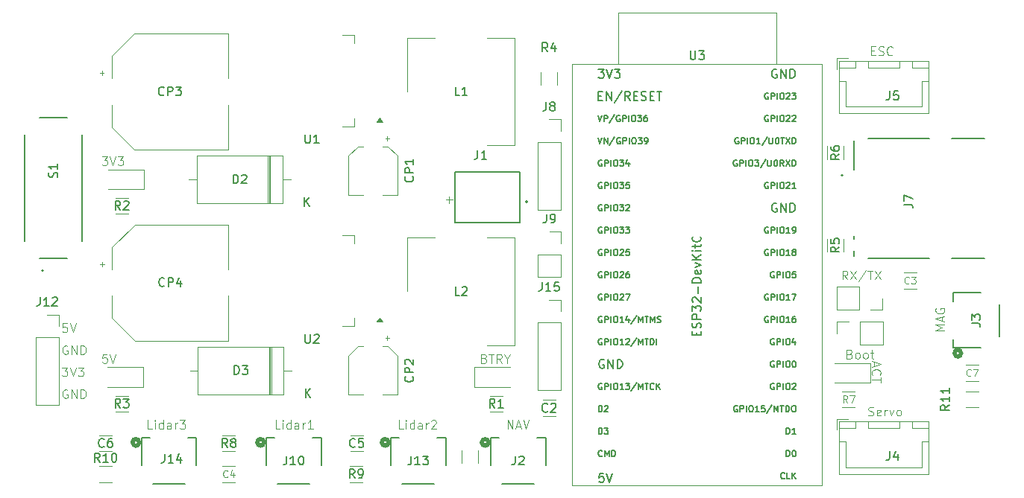
<source format=gbr>
%TF.GenerationSoftware,KiCad,Pcbnew,8.0.8*%
%TF.CreationDate,2025-03-18T22:09:40-04:00*%
%TF.ProjectId,pcb v4,70636220-7634-42e6-9b69-6361645f7063,rev?*%
%TF.SameCoordinates,Original*%
%TF.FileFunction,Legend,Top*%
%TF.FilePolarity,Positive*%
%FSLAX46Y46*%
G04 Gerber Fmt 4.6, Leading zero omitted, Abs format (unit mm)*
G04 Created by KiCad (PCBNEW 8.0.8) date 2025-03-18 22:09:40*
%MOMM*%
%LPD*%
G01*
G04 APERTURE LIST*
%ADD10C,0.100000*%
%ADD11C,0.150000*%
%ADD12C,0.120000*%
%ADD13C,0.508000*%
%ADD14C,0.152400*%
%ADD15C,0.127000*%
%ADD16C,0.200000*%
G04 APERTURE END LIST*
D10*
X230137217Y-74348609D02*
X230280074Y-74396228D01*
X230280074Y-74396228D02*
X230327693Y-74443847D01*
X230327693Y-74443847D02*
X230375312Y-74539085D01*
X230375312Y-74539085D02*
X230375312Y-74681942D01*
X230375312Y-74681942D02*
X230327693Y-74777180D01*
X230327693Y-74777180D02*
X230280074Y-74824800D01*
X230280074Y-74824800D02*
X230184836Y-74872419D01*
X230184836Y-74872419D02*
X229803884Y-74872419D01*
X229803884Y-74872419D02*
X229803884Y-73872419D01*
X229803884Y-73872419D02*
X230137217Y-73872419D01*
X230137217Y-73872419D02*
X230232455Y-73920038D01*
X230232455Y-73920038D02*
X230280074Y-73967657D01*
X230280074Y-73967657D02*
X230327693Y-74062895D01*
X230327693Y-74062895D02*
X230327693Y-74158133D01*
X230327693Y-74158133D02*
X230280074Y-74253371D01*
X230280074Y-74253371D02*
X230232455Y-74300990D01*
X230232455Y-74300990D02*
X230137217Y-74348609D01*
X230137217Y-74348609D02*
X229803884Y-74348609D01*
X230946741Y-74872419D02*
X230851503Y-74824800D01*
X230851503Y-74824800D02*
X230803884Y-74777180D01*
X230803884Y-74777180D02*
X230756265Y-74681942D01*
X230756265Y-74681942D02*
X230756265Y-74396228D01*
X230756265Y-74396228D02*
X230803884Y-74300990D01*
X230803884Y-74300990D02*
X230851503Y-74253371D01*
X230851503Y-74253371D02*
X230946741Y-74205752D01*
X230946741Y-74205752D02*
X231089598Y-74205752D01*
X231089598Y-74205752D02*
X231184836Y-74253371D01*
X231184836Y-74253371D02*
X231232455Y-74300990D01*
X231232455Y-74300990D02*
X231280074Y-74396228D01*
X231280074Y-74396228D02*
X231280074Y-74681942D01*
X231280074Y-74681942D02*
X231232455Y-74777180D01*
X231232455Y-74777180D02*
X231184836Y-74824800D01*
X231184836Y-74824800D02*
X231089598Y-74872419D01*
X231089598Y-74872419D02*
X230946741Y-74872419D01*
X231851503Y-74872419D02*
X231756265Y-74824800D01*
X231756265Y-74824800D02*
X231708646Y-74777180D01*
X231708646Y-74777180D02*
X231661027Y-74681942D01*
X231661027Y-74681942D02*
X231661027Y-74396228D01*
X231661027Y-74396228D02*
X231708646Y-74300990D01*
X231708646Y-74300990D02*
X231756265Y-74253371D01*
X231756265Y-74253371D02*
X231851503Y-74205752D01*
X231851503Y-74205752D02*
X231994360Y-74205752D01*
X231994360Y-74205752D02*
X232089598Y-74253371D01*
X232089598Y-74253371D02*
X232137217Y-74300990D01*
X232137217Y-74300990D02*
X232184836Y-74396228D01*
X232184836Y-74396228D02*
X232184836Y-74681942D01*
X232184836Y-74681942D02*
X232137217Y-74777180D01*
X232137217Y-74777180D02*
X232089598Y-74824800D01*
X232089598Y-74824800D02*
X231994360Y-74872419D01*
X231994360Y-74872419D02*
X231851503Y-74872419D01*
X232470551Y-74205752D02*
X232851503Y-74205752D01*
X232613408Y-73872419D02*
X232613408Y-74729561D01*
X232613408Y-74729561D02*
X232661027Y-74824800D01*
X232661027Y-74824800D02*
X232756265Y-74872419D01*
X232756265Y-74872419D02*
X232851503Y-74872419D01*
X229875312Y-65872419D02*
X229541979Y-65396228D01*
X229303884Y-65872419D02*
X229303884Y-64872419D01*
X229303884Y-64872419D02*
X229684836Y-64872419D01*
X229684836Y-64872419D02*
X229780074Y-64920038D01*
X229780074Y-64920038D02*
X229827693Y-64967657D01*
X229827693Y-64967657D02*
X229875312Y-65062895D01*
X229875312Y-65062895D02*
X229875312Y-65205752D01*
X229875312Y-65205752D02*
X229827693Y-65300990D01*
X229827693Y-65300990D02*
X229780074Y-65348609D01*
X229780074Y-65348609D02*
X229684836Y-65396228D01*
X229684836Y-65396228D02*
X229303884Y-65396228D01*
X230208646Y-64872419D02*
X230875312Y-65872419D01*
X230875312Y-64872419D02*
X230208646Y-65872419D01*
X231970550Y-64824800D02*
X231113408Y-66110514D01*
X232161027Y-64872419D02*
X232732455Y-64872419D01*
X232446741Y-65872419D02*
X232446741Y-64872419D01*
X232970551Y-64872419D02*
X233637217Y-65872419D01*
X233637217Y-64872419D02*
X232970551Y-65872419D01*
X232913295Y-75256265D02*
X232913295Y-75732455D01*
X232627580Y-75161027D02*
X233627580Y-75494360D01*
X233627580Y-75494360D02*
X232627580Y-75827693D01*
X232722819Y-76732455D02*
X232675200Y-76684836D01*
X232675200Y-76684836D02*
X232627580Y-76541979D01*
X232627580Y-76541979D02*
X232627580Y-76446741D01*
X232627580Y-76446741D02*
X232675200Y-76303884D01*
X232675200Y-76303884D02*
X232770438Y-76208646D01*
X232770438Y-76208646D02*
X232865676Y-76161027D01*
X232865676Y-76161027D02*
X233056152Y-76113408D01*
X233056152Y-76113408D02*
X233199009Y-76113408D01*
X233199009Y-76113408D02*
X233389485Y-76161027D01*
X233389485Y-76161027D02*
X233484723Y-76208646D01*
X233484723Y-76208646D02*
X233579961Y-76303884D01*
X233579961Y-76303884D02*
X233627580Y-76446741D01*
X233627580Y-76446741D02*
X233627580Y-76541979D01*
X233627580Y-76541979D02*
X233579961Y-76684836D01*
X233579961Y-76684836D02*
X233532342Y-76732455D01*
X233627580Y-77018170D02*
X233627580Y-77589598D01*
X232627580Y-77303884D02*
X233627580Y-77303884D01*
X145805074Y-74372419D02*
X145328884Y-74372419D01*
X145328884Y-74372419D02*
X145281265Y-74848609D01*
X145281265Y-74848609D02*
X145328884Y-74800990D01*
X145328884Y-74800990D02*
X145424122Y-74753371D01*
X145424122Y-74753371D02*
X145662217Y-74753371D01*
X145662217Y-74753371D02*
X145757455Y-74800990D01*
X145757455Y-74800990D02*
X145805074Y-74848609D01*
X145805074Y-74848609D02*
X145852693Y-74943847D01*
X145852693Y-74943847D02*
X145852693Y-75181942D01*
X145852693Y-75181942D02*
X145805074Y-75277180D01*
X145805074Y-75277180D02*
X145757455Y-75324800D01*
X145757455Y-75324800D02*
X145662217Y-75372419D01*
X145662217Y-75372419D02*
X145424122Y-75372419D01*
X145424122Y-75372419D02*
X145328884Y-75324800D01*
X145328884Y-75324800D02*
X145281265Y-75277180D01*
X146138408Y-74372419D02*
X146471741Y-75372419D01*
X146471741Y-75372419D02*
X146805074Y-74372419D01*
X145233646Y-51872419D02*
X145852693Y-51872419D01*
X145852693Y-51872419D02*
X145519360Y-52253371D01*
X145519360Y-52253371D02*
X145662217Y-52253371D01*
X145662217Y-52253371D02*
X145757455Y-52300990D01*
X145757455Y-52300990D02*
X145805074Y-52348609D01*
X145805074Y-52348609D02*
X145852693Y-52443847D01*
X145852693Y-52443847D02*
X145852693Y-52681942D01*
X145852693Y-52681942D02*
X145805074Y-52777180D01*
X145805074Y-52777180D02*
X145757455Y-52824800D01*
X145757455Y-52824800D02*
X145662217Y-52872419D01*
X145662217Y-52872419D02*
X145376503Y-52872419D01*
X145376503Y-52872419D02*
X145281265Y-52824800D01*
X145281265Y-52824800D02*
X145233646Y-52777180D01*
X146138408Y-51872419D02*
X146471741Y-52872419D01*
X146471741Y-52872419D02*
X146805074Y-51872419D01*
X147043170Y-51872419D02*
X147662217Y-51872419D01*
X147662217Y-51872419D02*
X147328884Y-52253371D01*
X147328884Y-52253371D02*
X147471741Y-52253371D01*
X147471741Y-52253371D02*
X147566979Y-52300990D01*
X147566979Y-52300990D02*
X147614598Y-52348609D01*
X147614598Y-52348609D02*
X147662217Y-52443847D01*
X147662217Y-52443847D02*
X147662217Y-52681942D01*
X147662217Y-52681942D02*
X147614598Y-52777180D01*
X147614598Y-52777180D02*
X147566979Y-52824800D01*
X147566979Y-52824800D02*
X147471741Y-52872419D01*
X147471741Y-52872419D02*
X147186027Y-52872419D01*
X147186027Y-52872419D02*
X147090789Y-52824800D01*
X147090789Y-52824800D02*
X147043170Y-52777180D01*
X188637217Y-74848609D02*
X188780074Y-74896228D01*
X188780074Y-74896228D02*
X188827693Y-74943847D01*
X188827693Y-74943847D02*
X188875312Y-75039085D01*
X188875312Y-75039085D02*
X188875312Y-75181942D01*
X188875312Y-75181942D02*
X188827693Y-75277180D01*
X188827693Y-75277180D02*
X188780074Y-75324800D01*
X188780074Y-75324800D02*
X188684836Y-75372419D01*
X188684836Y-75372419D02*
X188303884Y-75372419D01*
X188303884Y-75372419D02*
X188303884Y-74372419D01*
X188303884Y-74372419D02*
X188637217Y-74372419D01*
X188637217Y-74372419D02*
X188732455Y-74420038D01*
X188732455Y-74420038D02*
X188780074Y-74467657D01*
X188780074Y-74467657D02*
X188827693Y-74562895D01*
X188827693Y-74562895D02*
X188827693Y-74658133D01*
X188827693Y-74658133D02*
X188780074Y-74753371D01*
X188780074Y-74753371D02*
X188732455Y-74800990D01*
X188732455Y-74800990D02*
X188637217Y-74848609D01*
X188637217Y-74848609D02*
X188303884Y-74848609D01*
X189161027Y-74372419D02*
X189732455Y-74372419D01*
X189446741Y-75372419D02*
X189446741Y-74372419D01*
X190637217Y-75372419D02*
X190303884Y-74896228D01*
X190065789Y-75372419D02*
X190065789Y-74372419D01*
X190065789Y-74372419D02*
X190446741Y-74372419D01*
X190446741Y-74372419D02*
X190541979Y-74420038D01*
X190541979Y-74420038D02*
X190589598Y-74467657D01*
X190589598Y-74467657D02*
X190637217Y-74562895D01*
X190637217Y-74562895D02*
X190637217Y-74705752D01*
X190637217Y-74705752D02*
X190589598Y-74800990D01*
X190589598Y-74800990D02*
X190541979Y-74848609D01*
X190541979Y-74848609D02*
X190446741Y-74896228D01*
X190446741Y-74896228D02*
X190065789Y-74896228D01*
X191256265Y-74896228D02*
X191256265Y-75372419D01*
X190922932Y-74372419D02*
X191256265Y-74896228D01*
X191256265Y-74896228D02*
X191589598Y-74372419D01*
X240872419Y-71696115D02*
X239872419Y-71696115D01*
X239872419Y-71696115D02*
X240586704Y-71362782D01*
X240586704Y-71362782D02*
X239872419Y-71029449D01*
X239872419Y-71029449D02*
X240872419Y-71029449D01*
X240586704Y-70600877D02*
X240586704Y-70124687D01*
X240872419Y-70696115D02*
X239872419Y-70362782D01*
X239872419Y-70362782D02*
X240872419Y-70029449D01*
X239920038Y-69172306D02*
X239872419Y-69267544D01*
X239872419Y-69267544D02*
X239872419Y-69410401D01*
X239872419Y-69410401D02*
X239920038Y-69553258D01*
X239920038Y-69553258D02*
X240015276Y-69648496D01*
X240015276Y-69648496D02*
X240110514Y-69696115D01*
X240110514Y-69696115D02*
X240300990Y-69743734D01*
X240300990Y-69743734D02*
X240443847Y-69743734D01*
X240443847Y-69743734D02*
X240634323Y-69696115D01*
X240634323Y-69696115D02*
X240729561Y-69648496D01*
X240729561Y-69648496D02*
X240824800Y-69553258D01*
X240824800Y-69553258D02*
X240872419Y-69410401D01*
X240872419Y-69410401D02*
X240872419Y-69315163D01*
X240872419Y-69315163D02*
X240824800Y-69172306D01*
X240824800Y-69172306D02*
X240777180Y-69124687D01*
X240777180Y-69124687D02*
X240443847Y-69124687D01*
X240443847Y-69124687D02*
X240443847Y-69315163D01*
X191303884Y-82872419D02*
X191303884Y-81872419D01*
X191303884Y-81872419D02*
X191875312Y-82872419D01*
X191875312Y-82872419D02*
X191875312Y-81872419D01*
X192303884Y-82586704D02*
X192780074Y-82586704D01*
X192208646Y-82872419D02*
X192541979Y-81872419D01*
X192541979Y-81872419D02*
X192875312Y-82872419D01*
X193065789Y-81872419D02*
X193399122Y-82872419D01*
X193399122Y-82872419D02*
X193732455Y-81872419D01*
X141327693Y-78420038D02*
X141232455Y-78372419D01*
X141232455Y-78372419D02*
X141089598Y-78372419D01*
X141089598Y-78372419D02*
X140946741Y-78420038D01*
X140946741Y-78420038D02*
X140851503Y-78515276D01*
X140851503Y-78515276D02*
X140803884Y-78610514D01*
X140803884Y-78610514D02*
X140756265Y-78800990D01*
X140756265Y-78800990D02*
X140756265Y-78943847D01*
X140756265Y-78943847D02*
X140803884Y-79134323D01*
X140803884Y-79134323D02*
X140851503Y-79229561D01*
X140851503Y-79229561D02*
X140946741Y-79324800D01*
X140946741Y-79324800D02*
X141089598Y-79372419D01*
X141089598Y-79372419D02*
X141184836Y-79372419D01*
X141184836Y-79372419D02*
X141327693Y-79324800D01*
X141327693Y-79324800D02*
X141375312Y-79277180D01*
X141375312Y-79277180D02*
X141375312Y-78943847D01*
X141375312Y-78943847D02*
X141184836Y-78943847D01*
X141803884Y-79372419D02*
X141803884Y-78372419D01*
X141803884Y-78372419D02*
X142375312Y-79372419D01*
X142375312Y-79372419D02*
X142375312Y-78372419D01*
X142851503Y-79372419D02*
X142851503Y-78372419D01*
X142851503Y-78372419D02*
X143089598Y-78372419D01*
X143089598Y-78372419D02*
X143232455Y-78420038D01*
X143232455Y-78420038D02*
X143327693Y-78515276D01*
X143327693Y-78515276D02*
X143375312Y-78610514D01*
X143375312Y-78610514D02*
X143422931Y-78800990D01*
X143422931Y-78800990D02*
X143422931Y-78943847D01*
X143422931Y-78943847D02*
X143375312Y-79134323D01*
X143375312Y-79134323D02*
X143327693Y-79229561D01*
X143327693Y-79229561D02*
X143232455Y-79324800D01*
X143232455Y-79324800D02*
X143089598Y-79372419D01*
X143089598Y-79372419D02*
X142851503Y-79372419D01*
X141327693Y-73420038D02*
X141232455Y-73372419D01*
X141232455Y-73372419D02*
X141089598Y-73372419D01*
X141089598Y-73372419D02*
X140946741Y-73420038D01*
X140946741Y-73420038D02*
X140851503Y-73515276D01*
X140851503Y-73515276D02*
X140803884Y-73610514D01*
X140803884Y-73610514D02*
X140756265Y-73800990D01*
X140756265Y-73800990D02*
X140756265Y-73943847D01*
X140756265Y-73943847D02*
X140803884Y-74134323D01*
X140803884Y-74134323D02*
X140851503Y-74229561D01*
X140851503Y-74229561D02*
X140946741Y-74324800D01*
X140946741Y-74324800D02*
X141089598Y-74372419D01*
X141089598Y-74372419D02*
X141184836Y-74372419D01*
X141184836Y-74372419D02*
X141327693Y-74324800D01*
X141327693Y-74324800D02*
X141375312Y-74277180D01*
X141375312Y-74277180D02*
X141375312Y-73943847D01*
X141375312Y-73943847D02*
X141184836Y-73943847D01*
X141803884Y-74372419D02*
X141803884Y-73372419D01*
X141803884Y-73372419D02*
X142375312Y-74372419D01*
X142375312Y-74372419D02*
X142375312Y-73372419D01*
X142851503Y-74372419D02*
X142851503Y-73372419D01*
X142851503Y-73372419D02*
X143089598Y-73372419D01*
X143089598Y-73372419D02*
X143232455Y-73420038D01*
X143232455Y-73420038D02*
X143327693Y-73515276D01*
X143327693Y-73515276D02*
X143375312Y-73610514D01*
X143375312Y-73610514D02*
X143422931Y-73800990D01*
X143422931Y-73800990D02*
X143422931Y-73943847D01*
X143422931Y-73943847D02*
X143375312Y-74134323D01*
X143375312Y-74134323D02*
X143327693Y-74229561D01*
X143327693Y-74229561D02*
X143232455Y-74324800D01*
X143232455Y-74324800D02*
X143089598Y-74372419D01*
X143089598Y-74372419D02*
X142851503Y-74372419D01*
X140708646Y-75872419D02*
X141327693Y-75872419D01*
X141327693Y-75872419D02*
X140994360Y-76253371D01*
X140994360Y-76253371D02*
X141137217Y-76253371D01*
X141137217Y-76253371D02*
X141232455Y-76300990D01*
X141232455Y-76300990D02*
X141280074Y-76348609D01*
X141280074Y-76348609D02*
X141327693Y-76443847D01*
X141327693Y-76443847D02*
X141327693Y-76681942D01*
X141327693Y-76681942D02*
X141280074Y-76777180D01*
X141280074Y-76777180D02*
X141232455Y-76824800D01*
X141232455Y-76824800D02*
X141137217Y-76872419D01*
X141137217Y-76872419D02*
X140851503Y-76872419D01*
X140851503Y-76872419D02*
X140756265Y-76824800D01*
X140756265Y-76824800D02*
X140708646Y-76777180D01*
X141613408Y-75872419D02*
X141946741Y-76872419D01*
X141946741Y-76872419D02*
X142280074Y-75872419D01*
X142518170Y-75872419D02*
X143137217Y-75872419D01*
X143137217Y-75872419D02*
X142803884Y-76253371D01*
X142803884Y-76253371D02*
X142946741Y-76253371D01*
X142946741Y-76253371D02*
X143041979Y-76300990D01*
X143041979Y-76300990D02*
X143089598Y-76348609D01*
X143089598Y-76348609D02*
X143137217Y-76443847D01*
X143137217Y-76443847D02*
X143137217Y-76681942D01*
X143137217Y-76681942D02*
X143089598Y-76777180D01*
X143089598Y-76777180D02*
X143041979Y-76824800D01*
X143041979Y-76824800D02*
X142946741Y-76872419D01*
X142946741Y-76872419D02*
X142661027Y-76872419D01*
X142661027Y-76872419D02*
X142565789Y-76824800D01*
X142565789Y-76824800D02*
X142518170Y-76777180D01*
X141280074Y-70872419D02*
X140803884Y-70872419D01*
X140803884Y-70872419D02*
X140756265Y-71348609D01*
X140756265Y-71348609D02*
X140803884Y-71300990D01*
X140803884Y-71300990D02*
X140899122Y-71253371D01*
X140899122Y-71253371D02*
X141137217Y-71253371D01*
X141137217Y-71253371D02*
X141232455Y-71300990D01*
X141232455Y-71300990D02*
X141280074Y-71348609D01*
X141280074Y-71348609D02*
X141327693Y-71443847D01*
X141327693Y-71443847D02*
X141327693Y-71681942D01*
X141327693Y-71681942D02*
X141280074Y-71777180D01*
X141280074Y-71777180D02*
X141232455Y-71824800D01*
X141232455Y-71824800D02*
X141137217Y-71872419D01*
X141137217Y-71872419D02*
X140899122Y-71872419D01*
X140899122Y-71872419D02*
X140803884Y-71824800D01*
X140803884Y-71824800D02*
X140756265Y-71777180D01*
X141613408Y-70872419D02*
X141946741Y-71872419D01*
X141946741Y-71872419D02*
X142280074Y-70872419D01*
X232256265Y-81324800D02*
X232399122Y-81372419D01*
X232399122Y-81372419D02*
X232637217Y-81372419D01*
X232637217Y-81372419D02*
X232732455Y-81324800D01*
X232732455Y-81324800D02*
X232780074Y-81277180D01*
X232780074Y-81277180D02*
X232827693Y-81181942D01*
X232827693Y-81181942D02*
X232827693Y-81086704D01*
X232827693Y-81086704D02*
X232780074Y-80991466D01*
X232780074Y-80991466D02*
X232732455Y-80943847D01*
X232732455Y-80943847D02*
X232637217Y-80896228D01*
X232637217Y-80896228D02*
X232446741Y-80848609D01*
X232446741Y-80848609D02*
X232351503Y-80800990D01*
X232351503Y-80800990D02*
X232303884Y-80753371D01*
X232303884Y-80753371D02*
X232256265Y-80658133D01*
X232256265Y-80658133D02*
X232256265Y-80562895D01*
X232256265Y-80562895D02*
X232303884Y-80467657D01*
X232303884Y-80467657D02*
X232351503Y-80420038D01*
X232351503Y-80420038D02*
X232446741Y-80372419D01*
X232446741Y-80372419D02*
X232684836Y-80372419D01*
X232684836Y-80372419D02*
X232827693Y-80420038D01*
X233637217Y-81324800D02*
X233541979Y-81372419D01*
X233541979Y-81372419D02*
X233351503Y-81372419D01*
X233351503Y-81372419D02*
X233256265Y-81324800D01*
X233256265Y-81324800D02*
X233208646Y-81229561D01*
X233208646Y-81229561D02*
X233208646Y-80848609D01*
X233208646Y-80848609D02*
X233256265Y-80753371D01*
X233256265Y-80753371D02*
X233351503Y-80705752D01*
X233351503Y-80705752D02*
X233541979Y-80705752D01*
X233541979Y-80705752D02*
X233637217Y-80753371D01*
X233637217Y-80753371D02*
X233684836Y-80848609D01*
X233684836Y-80848609D02*
X233684836Y-80943847D01*
X233684836Y-80943847D02*
X233208646Y-81039085D01*
X234113408Y-81372419D02*
X234113408Y-80705752D01*
X234113408Y-80896228D02*
X234161027Y-80800990D01*
X234161027Y-80800990D02*
X234208646Y-80753371D01*
X234208646Y-80753371D02*
X234303884Y-80705752D01*
X234303884Y-80705752D02*
X234399122Y-80705752D01*
X234637218Y-80705752D02*
X234875313Y-81372419D01*
X234875313Y-81372419D02*
X235113408Y-80705752D01*
X235637218Y-81372419D02*
X235541980Y-81324800D01*
X235541980Y-81324800D02*
X235494361Y-81277180D01*
X235494361Y-81277180D02*
X235446742Y-81181942D01*
X235446742Y-81181942D02*
X235446742Y-80896228D01*
X235446742Y-80896228D02*
X235494361Y-80800990D01*
X235494361Y-80800990D02*
X235541980Y-80753371D01*
X235541980Y-80753371D02*
X235637218Y-80705752D01*
X235637218Y-80705752D02*
X235780075Y-80705752D01*
X235780075Y-80705752D02*
X235875313Y-80753371D01*
X235875313Y-80753371D02*
X235922932Y-80800990D01*
X235922932Y-80800990D02*
X235970551Y-80896228D01*
X235970551Y-80896228D02*
X235970551Y-81181942D01*
X235970551Y-81181942D02*
X235922932Y-81277180D01*
X235922932Y-81277180D02*
X235875313Y-81324800D01*
X235875313Y-81324800D02*
X235780075Y-81372419D01*
X235780075Y-81372419D02*
X235637218Y-81372419D01*
X232553884Y-39848609D02*
X232887217Y-39848609D01*
X233030074Y-40372419D02*
X232553884Y-40372419D01*
X232553884Y-40372419D02*
X232553884Y-39372419D01*
X232553884Y-39372419D02*
X233030074Y-39372419D01*
X233411027Y-40324800D02*
X233553884Y-40372419D01*
X233553884Y-40372419D02*
X233791979Y-40372419D01*
X233791979Y-40372419D02*
X233887217Y-40324800D01*
X233887217Y-40324800D02*
X233934836Y-40277180D01*
X233934836Y-40277180D02*
X233982455Y-40181942D01*
X233982455Y-40181942D02*
X233982455Y-40086704D01*
X233982455Y-40086704D02*
X233934836Y-39991466D01*
X233934836Y-39991466D02*
X233887217Y-39943847D01*
X233887217Y-39943847D02*
X233791979Y-39896228D01*
X233791979Y-39896228D02*
X233601503Y-39848609D01*
X233601503Y-39848609D02*
X233506265Y-39800990D01*
X233506265Y-39800990D02*
X233458646Y-39753371D01*
X233458646Y-39753371D02*
X233411027Y-39658133D01*
X233411027Y-39658133D02*
X233411027Y-39562895D01*
X233411027Y-39562895D02*
X233458646Y-39467657D01*
X233458646Y-39467657D02*
X233506265Y-39420038D01*
X233506265Y-39420038D02*
X233601503Y-39372419D01*
X233601503Y-39372419D02*
X233839598Y-39372419D01*
X233839598Y-39372419D02*
X233982455Y-39420038D01*
X234982455Y-40277180D02*
X234934836Y-40324800D01*
X234934836Y-40324800D02*
X234791979Y-40372419D01*
X234791979Y-40372419D02*
X234696741Y-40372419D01*
X234696741Y-40372419D02*
X234553884Y-40324800D01*
X234553884Y-40324800D02*
X234458646Y-40229561D01*
X234458646Y-40229561D02*
X234411027Y-40134323D01*
X234411027Y-40134323D02*
X234363408Y-39943847D01*
X234363408Y-39943847D02*
X234363408Y-39800990D01*
X234363408Y-39800990D02*
X234411027Y-39610514D01*
X234411027Y-39610514D02*
X234458646Y-39515276D01*
X234458646Y-39515276D02*
X234553884Y-39420038D01*
X234553884Y-39420038D02*
X234696741Y-39372419D01*
X234696741Y-39372419D02*
X234791979Y-39372419D01*
X234791979Y-39372419D02*
X234934836Y-39420038D01*
X234934836Y-39420038D02*
X234982455Y-39467657D01*
X150930074Y-82872419D02*
X150453884Y-82872419D01*
X150453884Y-82872419D02*
X150453884Y-81872419D01*
X151263408Y-82872419D02*
X151263408Y-82205752D01*
X151263408Y-81872419D02*
X151215789Y-81920038D01*
X151215789Y-81920038D02*
X151263408Y-81967657D01*
X151263408Y-81967657D02*
X151311027Y-81920038D01*
X151311027Y-81920038D02*
X151263408Y-81872419D01*
X151263408Y-81872419D02*
X151263408Y-81967657D01*
X152168169Y-82872419D02*
X152168169Y-81872419D01*
X152168169Y-82824800D02*
X152072931Y-82872419D01*
X152072931Y-82872419D02*
X151882455Y-82872419D01*
X151882455Y-82872419D02*
X151787217Y-82824800D01*
X151787217Y-82824800D02*
X151739598Y-82777180D01*
X151739598Y-82777180D02*
X151691979Y-82681942D01*
X151691979Y-82681942D02*
X151691979Y-82396228D01*
X151691979Y-82396228D02*
X151739598Y-82300990D01*
X151739598Y-82300990D02*
X151787217Y-82253371D01*
X151787217Y-82253371D02*
X151882455Y-82205752D01*
X151882455Y-82205752D02*
X152072931Y-82205752D01*
X152072931Y-82205752D02*
X152168169Y-82253371D01*
X153072931Y-82872419D02*
X153072931Y-82348609D01*
X153072931Y-82348609D02*
X153025312Y-82253371D01*
X153025312Y-82253371D02*
X152930074Y-82205752D01*
X152930074Y-82205752D02*
X152739598Y-82205752D01*
X152739598Y-82205752D02*
X152644360Y-82253371D01*
X153072931Y-82824800D02*
X152977693Y-82872419D01*
X152977693Y-82872419D02*
X152739598Y-82872419D01*
X152739598Y-82872419D02*
X152644360Y-82824800D01*
X152644360Y-82824800D02*
X152596741Y-82729561D01*
X152596741Y-82729561D02*
X152596741Y-82634323D01*
X152596741Y-82634323D02*
X152644360Y-82539085D01*
X152644360Y-82539085D02*
X152739598Y-82491466D01*
X152739598Y-82491466D02*
X152977693Y-82491466D01*
X152977693Y-82491466D02*
X153072931Y-82443847D01*
X153549122Y-82872419D02*
X153549122Y-82205752D01*
X153549122Y-82396228D02*
X153596741Y-82300990D01*
X153596741Y-82300990D02*
X153644360Y-82253371D01*
X153644360Y-82253371D02*
X153739598Y-82205752D01*
X153739598Y-82205752D02*
X153834836Y-82205752D01*
X154072932Y-81872419D02*
X154691979Y-81872419D01*
X154691979Y-81872419D02*
X154358646Y-82253371D01*
X154358646Y-82253371D02*
X154501503Y-82253371D01*
X154501503Y-82253371D02*
X154596741Y-82300990D01*
X154596741Y-82300990D02*
X154644360Y-82348609D01*
X154644360Y-82348609D02*
X154691979Y-82443847D01*
X154691979Y-82443847D02*
X154691979Y-82681942D01*
X154691979Y-82681942D02*
X154644360Y-82777180D01*
X154644360Y-82777180D02*
X154596741Y-82824800D01*
X154596741Y-82824800D02*
X154501503Y-82872419D01*
X154501503Y-82872419D02*
X154215789Y-82872419D01*
X154215789Y-82872419D02*
X154120551Y-82824800D01*
X154120551Y-82824800D02*
X154072932Y-82777180D01*
X179430074Y-82872419D02*
X178953884Y-82872419D01*
X178953884Y-82872419D02*
X178953884Y-81872419D01*
X179763408Y-82872419D02*
X179763408Y-82205752D01*
X179763408Y-81872419D02*
X179715789Y-81920038D01*
X179715789Y-81920038D02*
X179763408Y-81967657D01*
X179763408Y-81967657D02*
X179811027Y-81920038D01*
X179811027Y-81920038D02*
X179763408Y-81872419D01*
X179763408Y-81872419D02*
X179763408Y-81967657D01*
X180668169Y-82872419D02*
X180668169Y-81872419D01*
X180668169Y-82824800D02*
X180572931Y-82872419D01*
X180572931Y-82872419D02*
X180382455Y-82872419D01*
X180382455Y-82872419D02*
X180287217Y-82824800D01*
X180287217Y-82824800D02*
X180239598Y-82777180D01*
X180239598Y-82777180D02*
X180191979Y-82681942D01*
X180191979Y-82681942D02*
X180191979Y-82396228D01*
X180191979Y-82396228D02*
X180239598Y-82300990D01*
X180239598Y-82300990D02*
X180287217Y-82253371D01*
X180287217Y-82253371D02*
X180382455Y-82205752D01*
X180382455Y-82205752D02*
X180572931Y-82205752D01*
X180572931Y-82205752D02*
X180668169Y-82253371D01*
X181572931Y-82872419D02*
X181572931Y-82348609D01*
X181572931Y-82348609D02*
X181525312Y-82253371D01*
X181525312Y-82253371D02*
X181430074Y-82205752D01*
X181430074Y-82205752D02*
X181239598Y-82205752D01*
X181239598Y-82205752D02*
X181144360Y-82253371D01*
X181572931Y-82824800D02*
X181477693Y-82872419D01*
X181477693Y-82872419D02*
X181239598Y-82872419D01*
X181239598Y-82872419D02*
X181144360Y-82824800D01*
X181144360Y-82824800D02*
X181096741Y-82729561D01*
X181096741Y-82729561D02*
X181096741Y-82634323D01*
X181096741Y-82634323D02*
X181144360Y-82539085D01*
X181144360Y-82539085D02*
X181239598Y-82491466D01*
X181239598Y-82491466D02*
X181477693Y-82491466D01*
X181477693Y-82491466D02*
X181572931Y-82443847D01*
X182049122Y-82872419D02*
X182049122Y-82205752D01*
X182049122Y-82396228D02*
X182096741Y-82300990D01*
X182096741Y-82300990D02*
X182144360Y-82253371D01*
X182144360Y-82253371D02*
X182239598Y-82205752D01*
X182239598Y-82205752D02*
X182334836Y-82205752D01*
X182620551Y-81967657D02*
X182668170Y-81920038D01*
X182668170Y-81920038D02*
X182763408Y-81872419D01*
X182763408Y-81872419D02*
X183001503Y-81872419D01*
X183001503Y-81872419D02*
X183096741Y-81920038D01*
X183096741Y-81920038D02*
X183144360Y-81967657D01*
X183144360Y-81967657D02*
X183191979Y-82062895D01*
X183191979Y-82062895D02*
X183191979Y-82158133D01*
X183191979Y-82158133D02*
X183144360Y-82300990D01*
X183144360Y-82300990D02*
X182572932Y-82872419D01*
X182572932Y-82872419D02*
X183191979Y-82872419D01*
X165430074Y-82872419D02*
X164953884Y-82872419D01*
X164953884Y-82872419D02*
X164953884Y-81872419D01*
X165763408Y-82872419D02*
X165763408Y-82205752D01*
X165763408Y-81872419D02*
X165715789Y-81920038D01*
X165715789Y-81920038D02*
X165763408Y-81967657D01*
X165763408Y-81967657D02*
X165811027Y-81920038D01*
X165811027Y-81920038D02*
X165763408Y-81872419D01*
X165763408Y-81872419D02*
X165763408Y-81967657D01*
X166668169Y-82872419D02*
X166668169Y-81872419D01*
X166668169Y-82824800D02*
X166572931Y-82872419D01*
X166572931Y-82872419D02*
X166382455Y-82872419D01*
X166382455Y-82872419D02*
X166287217Y-82824800D01*
X166287217Y-82824800D02*
X166239598Y-82777180D01*
X166239598Y-82777180D02*
X166191979Y-82681942D01*
X166191979Y-82681942D02*
X166191979Y-82396228D01*
X166191979Y-82396228D02*
X166239598Y-82300990D01*
X166239598Y-82300990D02*
X166287217Y-82253371D01*
X166287217Y-82253371D02*
X166382455Y-82205752D01*
X166382455Y-82205752D02*
X166572931Y-82205752D01*
X166572931Y-82205752D02*
X166668169Y-82253371D01*
X167572931Y-82872419D02*
X167572931Y-82348609D01*
X167572931Y-82348609D02*
X167525312Y-82253371D01*
X167525312Y-82253371D02*
X167430074Y-82205752D01*
X167430074Y-82205752D02*
X167239598Y-82205752D01*
X167239598Y-82205752D02*
X167144360Y-82253371D01*
X167572931Y-82824800D02*
X167477693Y-82872419D01*
X167477693Y-82872419D02*
X167239598Y-82872419D01*
X167239598Y-82872419D02*
X167144360Y-82824800D01*
X167144360Y-82824800D02*
X167096741Y-82729561D01*
X167096741Y-82729561D02*
X167096741Y-82634323D01*
X167096741Y-82634323D02*
X167144360Y-82539085D01*
X167144360Y-82539085D02*
X167239598Y-82491466D01*
X167239598Y-82491466D02*
X167477693Y-82491466D01*
X167477693Y-82491466D02*
X167572931Y-82443847D01*
X168049122Y-82872419D02*
X168049122Y-82205752D01*
X168049122Y-82396228D02*
X168096741Y-82300990D01*
X168096741Y-82300990D02*
X168144360Y-82253371D01*
X168144360Y-82253371D02*
X168239598Y-82205752D01*
X168239598Y-82205752D02*
X168334836Y-82205752D01*
X169191979Y-82872419D02*
X168620551Y-82872419D01*
X168906265Y-82872419D02*
X168906265Y-81872419D01*
X168906265Y-81872419D02*
X168811027Y-82015276D01*
X168811027Y-82015276D02*
X168715789Y-82110514D01*
X168715789Y-82110514D02*
X168620551Y-82158133D01*
X184291384Y-56803966D02*
X185053289Y-56803966D01*
X184672336Y-57184919D02*
X184672336Y-56423014D01*
D11*
X241454819Y-80142857D02*
X240978628Y-80476190D01*
X241454819Y-80714285D02*
X240454819Y-80714285D01*
X240454819Y-80714285D02*
X240454819Y-80333333D01*
X240454819Y-80333333D02*
X240502438Y-80238095D01*
X240502438Y-80238095D02*
X240550057Y-80190476D01*
X240550057Y-80190476D02*
X240645295Y-80142857D01*
X240645295Y-80142857D02*
X240788152Y-80142857D01*
X240788152Y-80142857D02*
X240883390Y-80190476D01*
X240883390Y-80190476D02*
X240931009Y-80238095D01*
X240931009Y-80238095D02*
X240978628Y-80333333D01*
X240978628Y-80333333D02*
X240978628Y-80714285D01*
X241454819Y-79190476D02*
X241454819Y-79761904D01*
X241454819Y-79476190D02*
X240454819Y-79476190D01*
X240454819Y-79476190D02*
X240597676Y-79571428D01*
X240597676Y-79571428D02*
X240692914Y-79666666D01*
X240692914Y-79666666D02*
X240740533Y-79761904D01*
X241454819Y-78238095D02*
X241454819Y-78809523D01*
X241454819Y-78523809D02*
X240454819Y-78523809D01*
X240454819Y-78523809D02*
X240597676Y-78619047D01*
X240597676Y-78619047D02*
X240692914Y-78714285D01*
X240692914Y-78714285D02*
X240740533Y-78809523D01*
X152340476Y-85731320D02*
X152340476Y-86445605D01*
X152340476Y-86445605D02*
X152292857Y-86588462D01*
X152292857Y-86588462D02*
X152197619Y-86683701D01*
X152197619Y-86683701D02*
X152054762Y-86731320D01*
X152054762Y-86731320D02*
X151959524Y-86731320D01*
X153340476Y-86731320D02*
X152769048Y-86731320D01*
X153054762Y-86731320D02*
X153054762Y-85731320D01*
X153054762Y-85731320D02*
X152959524Y-85874177D01*
X152959524Y-85874177D02*
X152864286Y-85969415D01*
X152864286Y-85969415D02*
X152769048Y-86017034D01*
X154197619Y-86064653D02*
X154197619Y-86731320D01*
X153959524Y-85683701D02*
X153721429Y-86397986D01*
X153721429Y-86397986D02*
X154340476Y-86397986D01*
X180340476Y-85954819D02*
X180340476Y-86669104D01*
X180340476Y-86669104D02*
X180292857Y-86811961D01*
X180292857Y-86811961D02*
X180197619Y-86907200D01*
X180197619Y-86907200D02*
X180054762Y-86954819D01*
X180054762Y-86954819D02*
X179959524Y-86954819D01*
X181340476Y-86954819D02*
X180769048Y-86954819D01*
X181054762Y-86954819D02*
X181054762Y-85954819D01*
X181054762Y-85954819D02*
X180959524Y-86097676D01*
X180959524Y-86097676D02*
X180864286Y-86192914D01*
X180864286Y-86192914D02*
X180769048Y-86240533D01*
X181673810Y-85954819D02*
X182292857Y-85954819D01*
X182292857Y-85954819D02*
X181959524Y-86335771D01*
X181959524Y-86335771D02*
X182102381Y-86335771D01*
X182102381Y-86335771D02*
X182197619Y-86383390D01*
X182197619Y-86383390D02*
X182245238Y-86431009D01*
X182245238Y-86431009D02*
X182292857Y-86526247D01*
X182292857Y-86526247D02*
X182292857Y-86764342D01*
X182292857Y-86764342D02*
X182245238Y-86859580D01*
X182245238Y-86859580D02*
X182197619Y-86907200D01*
X182197619Y-86907200D02*
X182102381Y-86954819D01*
X182102381Y-86954819D02*
X181816667Y-86954819D01*
X181816667Y-86954819D02*
X181721429Y-86907200D01*
X181721429Y-86907200D02*
X181673810Y-86859580D01*
X166190476Y-85954819D02*
X166190476Y-86669104D01*
X166190476Y-86669104D02*
X166142857Y-86811961D01*
X166142857Y-86811961D02*
X166047619Y-86907200D01*
X166047619Y-86907200D02*
X165904762Y-86954819D01*
X165904762Y-86954819D02*
X165809524Y-86954819D01*
X167190476Y-86954819D02*
X166619048Y-86954819D01*
X166904762Y-86954819D02*
X166904762Y-85954819D01*
X166904762Y-85954819D02*
X166809524Y-86097676D01*
X166809524Y-86097676D02*
X166714286Y-86192914D01*
X166714286Y-86192914D02*
X166619048Y-86240533D01*
X167809524Y-85954819D02*
X167904762Y-85954819D01*
X167904762Y-85954819D02*
X168000000Y-86002438D01*
X168000000Y-86002438D02*
X168047619Y-86050057D01*
X168047619Y-86050057D02*
X168095238Y-86145295D01*
X168095238Y-86145295D02*
X168142857Y-86335771D01*
X168142857Y-86335771D02*
X168142857Y-86573866D01*
X168142857Y-86573866D02*
X168095238Y-86764342D01*
X168095238Y-86764342D02*
X168047619Y-86859580D01*
X168047619Y-86859580D02*
X168000000Y-86907200D01*
X168000000Y-86907200D02*
X167904762Y-86954819D01*
X167904762Y-86954819D02*
X167809524Y-86954819D01*
X167809524Y-86954819D02*
X167714286Y-86907200D01*
X167714286Y-86907200D02*
X167666667Y-86859580D01*
X167666667Y-86859580D02*
X167619048Y-86764342D01*
X167619048Y-86764342D02*
X167571429Y-86573866D01*
X167571429Y-86573866D02*
X167571429Y-86335771D01*
X167571429Y-86335771D02*
X167619048Y-86145295D01*
X167619048Y-86145295D02*
X167666667Y-86050057D01*
X167666667Y-86050057D02*
X167714286Y-86002438D01*
X167714286Y-86002438D02*
X167809524Y-85954819D01*
X243954819Y-70833333D02*
X244669104Y-70833333D01*
X244669104Y-70833333D02*
X244811961Y-70880952D01*
X244811961Y-70880952D02*
X244907200Y-70976190D01*
X244907200Y-70976190D02*
X244954819Y-71119047D01*
X244954819Y-71119047D02*
X244954819Y-71214285D01*
X243954819Y-70452380D02*
X243954819Y-69833333D01*
X243954819Y-69833333D02*
X244335771Y-70166666D01*
X244335771Y-70166666D02*
X244335771Y-70023809D01*
X244335771Y-70023809D02*
X244383390Y-69928571D01*
X244383390Y-69928571D02*
X244431009Y-69880952D01*
X244431009Y-69880952D02*
X244526247Y-69833333D01*
X244526247Y-69833333D02*
X244764342Y-69833333D01*
X244764342Y-69833333D02*
X244859580Y-69880952D01*
X244859580Y-69880952D02*
X244907200Y-69928571D01*
X244907200Y-69928571D02*
X244954819Y-70023809D01*
X244954819Y-70023809D02*
X244954819Y-70309523D01*
X244954819Y-70309523D02*
X244907200Y-70404761D01*
X244907200Y-70404761D02*
X244859580Y-70452380D01*
X192166666Y-85954819D02*
X192166666Y-86669104D01*
X192166666Y-86669104D02*
X192119047Y-86811961D01*
X192119047Y-86811961D02*
X192023809Y-86907200D01*
X192023809Y-86907200D02*
X191880952Y-86954819D01*
X191880952Y-86954819D02*
X191785714Y-86954819D01*
X192595238Y-86050057D02*
X192642857Y-86002438D01*
X192642857Y-86002438D02*
X192738095Y-85954819D01*
X192738095Y-85954819D02*
X192976190Y-85954819D01*
X192976190Y-85954819D02*
X193071428Y-86002438D01*
X193071428Y-86002438D02*
X193119047Y-86050057D01*
X193119047Y-86050057D02*
X193166666Y-86145295D01*
X193166666Y-86145295D02*
X193166666Y-86240533D01*
X193166666Y-86240533D02*
X193119047Y-86383390D01*
X193119047Y-86383390D02*
X192547619Y-86954819D01*
X192547619Y-86954819D02*
X193166666Y-86954819D01*
D10*
X243866667Y-76788704D02*
X243828571Y-76826800D01*
X243828571Y-76826800D02*
X243714286Y-76864895D01*
X243714286Y-76864895D02*
X243638095Y-76864895D01*
X243638095Y-76864895D02*
X243523809Y-76826800D01*
X243523809Y-76826800D02*
X243447619Y-76750609D01*
X243447619Y-76750609D02*
X243409524Y-76674419D01*
X243409524Y-76674419D02*
X243371428Y-76522038D01*
X243371428Y-76522038D02*
X243371428Y-76407752D01*
X243371428Y-76407752D02*
X243409524Y-76255371D01*
X243409524Y-76255371D02*
X243447619Y-76179180D01*
X243447619Y-76179180D02*
X243523809Y-76102990D01*
X243523809Y-76102990D02*
X243638095Y-76064895D01*
X243638095Y-76064895D02*
X243714286Y-76064895D01*
X243714286Y-76064895D02*
X243828571Y-76102990D01*
X243828571Y-76102990D02*
X243866667Y-76141085D01*
X244133333Y-76064895D02*
X244666667Y-76064895D01*
X244666667Y-76064895D02*
X244323809Y-76864895D01*
D11*
X212038095Y-39854819D02*
X212038095Y-40664342D01*
X212038095Y-40664342D02*
X212085714Y-40759580D01*
X212085714Y-40759580D02*
X212133333Y-40807200D01*
X212133333Y-40807200D02*
X212228571Y-40854819D01*
X212228571Y-40854819D02*
X212419047Y-40854819D01*
X212419047Y-40854819D02*
X212514285Y-40807200D01*
X212514285Y-40807200D02*
X212561904Y-40759580D01*
X212561904Y-40759580D02*
X212609523Y-40664342D01*
X212609523Y-40664342D02*
X212609523Y-39854819D01*
X212990476Y-39854819D02*
X213609523Y-39854819D01*
X213609523Y-39854819D02*
X213276190Y-40235771D01*
X213276190Y-40235771D02*
X213419047Y-40235771D01*
X213419047Y-40235771D02*
X213514285Y-40283390D01*
X213514285Y-40283390D02*
X213561904Y-40331009D01*
X213561904Y-40331009D02*
X213609523Y-40426247D01*
X213609523Y-40426247D02*
X213609523Y-40664342D01*
X213609523Y-40664342D02*
X213561904Y-40759580D01*
X213561904Y-40759580D02*
X213514285Y-40807200D01*
X213514285Y-40807200D02*
X213419047Y-40854819D01*
X213419047Y-40854819D02*
X213133333Y-40854819D01*
X213133333Y-40854819D02*
X213038095Y-40807200D01*
X213038095Y-40807200D02*
X212990476Y-40759580D01*
X212731009Y-72225237D02*
X212731009Y-71891904D01*
X213254819Y-71749047D02*
X213254819Y-72225237D01*
X213254819Y-72225237D02*
X212254819Y-72225237D01*
X212254819Y-72225237D02*
X212254819Y-71749047D01*
X213207200Y-71368094D02*
X213254819Y-71225237D01*
X213254819Y-71225237D02*
X213254819Y-70987142D01*
X213254819Y-70987142D02*
X213207200Y-70891904D01*
X213207200Y-70891904D02*
X213159580Y-70844285D01*
X213159580Y-70844285D02*
X213064342Y-70796666D01*
X213064342Y-70796666D02*
X212969104Y-70796666D01*
X212969104Y-70796666D02*
X212873866Y-70844285D01*
X212873866Y-70844285D02*
X212826247Y-70891904D01*
X212826247Y-70891904D02*
X212778628Y-70987142D01*
X212778628Y-70987142D02*
X212731009Y-71177618D01*
X212731009Y-71177618D02*
X212683390Y-71272856D01*
X212683390Y-71272856D02*
X212635771Y-71320475D01*
X212635771Y-71320475D02*
X212540533Y-71368094D01*
X212540533Y-71368094D02*
X212445295Y-71368094D01*
X212445295Y-71368094D02*
X212350057Y-71320475D01*
X212350057Y-71320475D02*
X212302438Y-71272856D01*
X212302438Y-71272856D02*
X212254819Y-71177618D01*
X212254819Y-71177618D02*
X212254819Y-70939523D01*
X212254819Y-70939523D02*
X212302438Y-70796666D01*
X213254819Y-70368094D02*
X212254819Y-70368094D01*
X212254819Y-70368094D02*
X212254819Y-69987142D01*
X212254819Y-69987142D02*
X212302438Y-69891904D01*
X212302438Y-69891904D02*
X212350057Y-69844285D01*
X212350057Y-69844285D02*
X212445295Y-69796666D01*
X212445295Y-69796666D02*
X212588152Y-69796666D01*
X212588152Y-69796666D02*
X212683390Y-69844285D01*
X212683390Y-69844285D02*
X212731009Y-69891904D01*
X212731009Y-69891904D02*
X212778628Y-69987142D01*
X212778628Y-69987142D02*
X212778628Y-70368094D01*
X212254819Y-69463332D02*
X212254819Y-68844285D01*
X212254819Y-68844285D02*
X212635771Y-69177618D01*
X212635771Y-69177618D02*
X212635771Y-69034761D01*
X212635771Y-69034761D02*
X212683390Y-68939523D01*
X212683390Y-68939523D02*
X212731009Y-68891904D01*
X212731009Y-68891904D02*
X212826247Y-68844285D01*
X212826247Y-68844285D02*
X213064342Y-68844285D01*
X213064342Y-68844285D02*
X213159580Y-68891904D01*
X213159580Y-68891904D02*
X213207200Y-68939523D01*
X213207200Y-68939523D02*
X213254819Y-69034761D01*
X213254819Y-69034761D02*
X213254819Y-69320475D01*
X213254819Y-69320475D02*
X213207200Y-69415713D01*
X213207200Y-69415713D02*
X213159580Y-69463332D01*
X212350057Y-68463332D02*
X212302438Y-68415713D01*
X212302438Y-68415713D02*
X212254819Y-68320475D01*
X212254819Y-68320475D02*
X212254819Y-68082380D01*
X212254819Y-68082380D02*
X212302438Y-67987142D01*
X212302438Y-67987142D02*
X212350057Y-67939523D01*
X212350057Y-67939523D02*
X212445295Y-67891904D01*
X212445295Y-67891904D02*
X212540533Y-67891904D01*
X212540533Y-67891904D02*
X212683390Y-67939523D01*
X212683390Y-67939523D02*
X213254819Y-68510951D01*
X213254819Y-68510951D02*
X213254819Y-67891904D01*
X212873866Y-67463332D02*
X212873866Y-66701428D01*
X213254819Y-66225237D02*
X212254819Y-66225237D01*
X212254819Y-66225237D02*
X212254819Y-65987142D01*
X212254819Y-65987142D02*
X212302438Y-65844285D01*
X212302438Y-65844285D02*
X212397676Y-65749047D01*
X212397676Y-65749047D02*
X212492914Y-65701428D01*
X212492914Y-65701428D02*
X212683390Y-65653809D01*
X212683390Y-65653809D02*
X212826247Y-65653809D01*
X212826247Y-65653809D02*
X213016723Y-65701428D01*
X213016723Y-65701428D02*
X213111961Y-65749047D01*
X213111961Y-65749047D02*
X213207200Y-65844285D01*
X213207200Y-65844285D02*
X213254819Y-65987142D01*
X213254819Y-65987142D02*
X213254819Y-66225237D01*
X213207200Y-64844285D02*
X213254819Y-64939523D01*
X213254819Y-64939523D02*
X213254819Y-65129999D01*
X213254819Y-65129999D02*
X213207200Y-65225237D01*
X213207200Y-65225237D02*
X213111961Y-65272856D01*
X213111961Y-65272856D02*
X212731009Y-65272856D01*
X212731009Y-65272856D02*
X212635771Y-65225237D01*
X212635771Y-65225237D02*
X212588152Y-65129999D01*
X212588152Y-65129999D02*
X212588152Y-64939523D01*
X212588152Y-64939523D02*
X212635771Y-64844285D01*
X212635771Y-64844285D02*
X212731009Y-64796666D01*
X212731009Y-64796666D02*
X212826247Y-64796666D01*
X212826247Y-64796666D02*
X212921485Y-65272856D01*
X212588152Y-64463332D02*
X213254819Y-64225237D01*
X213254819Y-64225237D02*
X212588152Y-63987142D01*
X213254819Y-63606189D02*
X212254819Y-63606189D01*
X213254819Y-63034761D02*
X212683390Y-63463332D01*
X212254819Y-63034761D02*
X212826247Y-63606189D01*
X213254819Y-62606189D02*
X212588152Y-62606189D01*
X212254819Y-62606189D02*
X212302438Y-62653808D01*
X212302438Y-62653808D02*
X212350057Y-62606189D01*
X212350057Y-62606189D02*
X212302438Y-62558570D01*
X212302438Y-62558570D02*
X212254819Y-62606189D01*
X212254819Y-62606189D02*
X212350057Y-62606189D01*
X212588152Y-62272856D02*
X212588152Y-61891904D01*
X212254819Y-62129999D02*
X213111961Y-62129999D01*
X213111961Y-62129999D02*
X213207200Y-62082380D01*
X213207200Y-62082380D02*
X213254819Y-61987142D01*
X213254819Y-61987142D02*
X213254819Y-61891904D01*
X213159580Y-60987142D02*
X213207200Y-61034761D01*
X213207200Y-61034761D02*
X213254819Y-61177618D01*
X213254819Y-61177618D02*
X213254819Y-61272856D01*
X213254819Y-61272856D02*
X213207200Y-61415713D01*
X213207200Y-61415713D02*
X213111961Y-61510951D01*
X213111961Y-61510951D02*
X213016723Y-61558570D01*
X213016723Y-61558570D02*
X212826247Y-61606189D01*
X212826247Y-61606189D02*
X212683390Y-61606189D01*
X212683390Y-61606189D02*
X212492914Y-61558570D01*
X212492914Y-61558570D02*
X212397676Y-61510951D01*
X212397676Y-61510951D02*
X212302438Y-61415713D01*
X212302438Y-61415713D02*
X212254819Y-61272856D01*
X212254819Y-61272856D02*
X212254819Y-61177618D01*
X212254819Y-61177618D02*
X212302438Y-61034761D01*
X212302438Y-61034761D02*
X212350057Y-60987142D01*
X222931315Y-83456033D02*
X222931315Y-82756033D01*
X222931315Y-82756033D02*
X223097982Y-82756033D01*
X223097982Y-82756033D02*
X223197982Y-82789366D01*
X223197982Y-82789366D02*
X223264649Y-82856033D01*
X223264649Y-82856033D02*
X223297982Y-82922700D01*
X223297982Y-82922700D02*
X223331315Y-83056033D01*
X223331315Y-83056033D02*
X223331315Y-83156033D01*
X223331315Y-83156033D02*
X223297982Y-83289366D01*
X223297982Y-83289366D02*
X223264649Y-83356033D01*
X223264649Y-83356033D02*
X223197982Y-83422700D01*
X223197982Y-83422700D02*
X223097982Y-83456033D01*
X223097982Y-83456033D02*
X222931315Y-83456033D01*
X223997982Y-83456033D02*
X223597982Y-83456033D01*
X223797982Y-83456033D02*
X223797982Y-82756033D01*
X223797982Y-82756033D02*
X223731315Y-82856033D01*
X223731315Y-82856033D02*
X223664649Y-82922700D01*
X223664649Y-82922700D02*
X223597982Y-82956033D01*
X221531316Y-77709366D02*
X221464649Y-77676033D01*
X221464649Y-77676033D02*
X221364649Y-77676033D01*
X221364649Y-77676033D02*
X221264649Y-77709366D01*
X221264649Y-77709366D02*
X221197983Y-77776033D01*
X221197983Y-77776033D02*
X221164649Y-77842700D01*
X221164649Y-77842700D02*
X221131316Y-77976033D01*
X221131316Y-77976033D02*
X221131316Y-78076033D01*
X221131316Y-78076033D02*
X221164649Y-78209366D01*
X221164649Y-78209366D02*
X221197983Y-78276033D01*
X221197983Y-78276033D02*
X221264649Y-78342700D01*
X221264649Y-78342700D02*
X221364649Y-78376033D01*
X221364649Y-78376033D02*
X221431316Y-78376033D01*
X221431316Y-78376033D02*
X221531316Y-78342700D01*
X221531316Y-78342700D02*
X221564649Y-78309366D01*
X221564649Y-78309366D02*
X221564649Y-78076033D01*
X221564649Y-78076033D02*
X221431316Y-78076033D01*
X221864649Y-78376033D02*
X221864649Y-77676033D01*
X221864649Y-77676033D02*
X222131316Y-77676033D01*
X222131316Y-77676033D02*
X222197983Y-77709366D01*
X222197983Y-77709366D02*
X222231316Y-77742700D01*
X222231316Y-77742700D02*
X222264649Y-77809366D01*
X222264649Y-77809366D02*
X222264649Y-77909366D01*
X222264649Y-77909366D02*
X222231316Y-77976033D01*
X222231316Y-77976033D02*
X222197983Y-78009366D01*
X222197983Y-78009366D02*
X222131316Y-78042700D01*
X222131316Y-78042700D02*
X221864649Y-78042700D01*
X222564649Y-78376033D02*
X222564649Y-77676033D01*
X223031316Y-77676033D02*
X223164649Y-77676033D01*
X223164649Y-77676033D02*
X223231316Y-77709366D01*
X223231316Y-77709366D02*
X223297982Y-77776033D01*
X223297982Y-77776033D02*
X223331316Y-77909366D01*
X223331316Y-77909366D02*
X223331316Y-78142700D01*
X223331316Y-78142700D02*
X223297982Y-78276033D01*
X223297982Y-78276033D02*
X223231316Y-78342700D01*
X223231316Y-78342700D02*
X223164649Y-78376033D01*
X223164649Y-78376033D02*
X223031316Y-78376033D01*
X223031316Y-78376033D02*
X222964649Y-78342700D01*
X222964649Y-78342700D02*
X222897982Y-78276033D01*
X222897982Y-78276033D02*
X222864649Y-78142700D01*
X222864649Y-78142700D02*
X222864649Y-77909366D01*
X222864649Y-77909366D02*
X222897982Y-77776033D01*
X222897982Y-77776033D02*
X222964649Y-77709366D01*
X222964649Y-77709366D02*
X223031316Y-77676033D01*
X223597982Y-77742700D02*
X223631315Y-77709366D01*
X223631315Y-77709366D02*
X223697982Y-77676033D01*
X223697982Y-77676033D02*
X223864649Y-77676033D01*
X223864649Y-77676033D02*
X223931315Y-77709366D01*
X223931315Y-77709366D02*
X223964649Y-77742700D01*
X223964649Y-77742700D02*
X223997982Y-77809366D01*
X223997982Y-77809366D02*
X223997982Y-77876033D01*
X223997982Y-77876033D02*
X223964649Y-77976033D01*
X223964649Y-77976033D02*
X223564649Y-78376033D01*
X223564649Y-78376033D02*
X223997982Y-78376033D01*
X201535350Y-49736033D02*
X201768684Y-50436033D01*
X201768684Y-50436033D02*
X202002017Y-49736033D01*
X202235350Y-50436033D02*
X202235350Y-49736033D01*
X202235350Y-49736033D02*
X202635350Y-50436033D01*
X202635350Y-50436033D02*
X202635350Y-49736033D01*
X203468683Y-49702700D02*
X202868683Y-50602700D01*
X204068683Y-49769366D02*
X204002016Y-49736033D01*
X204002016Y-49736033D02*
X203902016Y-49736033D01*
X203902016Y-49736033D02*
X203802016Y-49769366D01*
X203802016Y-49769366D02*
X203735350Y-49836033D01*
X203735350Y-49836033D02*
X203702016Y-49902700D01*
X203702016Y-49902700D02*
X203668683Y-50036033D01*
X203668683Y-50036033D02*
X203668683Y-50136033D01*
X203668683Y-50136033D02*
X203702016Y-50269366D01*
X203702016Y-50269366D02*
X203735350Y-50336033D01*
X203735350Y-50336033D02*
X203802016Y-50402700D01*
X203802016Y-50402700D02*
X203902016Y-50436033D01*
X203902016Y-50436033D02*
X203968683Y-50436033D01*
X203968683Y-50436033D02*
X204068683Y-50402700D01*
X204068683Y-50402700D02*
X204102016Y-50369366D01*
X204102016Y-50369366D02*
X204102016Y-50136033D01*
X204102016Y-50136033D02*
X203968683Y-50136033D01*
X204402016Y-50436033D02*
X204402016Y-49736033D01*
X204402016Y-49736033D02*
X204668683Y-49736033D01*
X204668683Y-49736033D02*
X204735350Y-49769366D01*
X204735350Y-49769366D02*
X204768683Y-49802700D01*
X204768683Y-49802700D02*
X204802016Y-49869366D01*
X204802016Y-49869366D02*
X204802016Y-49969366D01*
X204802016Y-49969366D02*
X204768683Y-50036033D01*
X204768683Y-50036033D02*
X204735350Y-50069366D01*
X204735350Y-50069366D02*
X204668683Y-50102700D01*
X204668683Y-50102700D02*
X204402016Y-50102700D01*
X205102016Y-50436033D02*
X205102016Y-49736033D01*
X205568683Y-49736033D02*
X205702016Y-49736033D01*
X205702016Y-49736033D02*
X205768683Y-49769366D01*
X205768683Y-49769366D02*
X205835349Y-49836033D01*
X205835349Y-49836033D02*
X205868683Y-49969366D01*
X205868683Y-49969366D02*
X205868683Y-50202700D01*
X205868683Y-50202700D02*
X205835349Y-50336033D01*
X205835349Y-50336033D02*
X205768683Y-50402700D01*
X205768683Y-50402700D02*
X205702016Y-50436033D01*
X205702016Y-50436033D02*
X205568683Y-50436033D01*
X205568683Y-50436033D02*
X205502016Y-50402700D01*
X205502016Y-50402700D02*
X205435349Y-50336033D01*
X205435349Y-50336033D02*
X205402016Y-50202700D01*
X205402016Y-50202700D02*
X205402016Y-49969366D01*
X205402016Y-49969366D02*
X205435349Y-49836033D01*
X205435349Y-49836033D02*
X205502016Y-49769366D01*
X205502016Y-49769366D02*
X205568683Y-49736033D01*
X206102016Y-49736033D02*
X206535349Y-49736033D01*
X206535349Y-49736033D02*
X206302016Y-50002700D01*
X206302016Y-50002700D02*
X206402016Y-50002700D01*
X206402016Y-50002700D02*
X206468682Y-50036033D01*
X206468682Y-50036033D02*
X206502016Y-50069366D01*
X206502016Y-50069366D02*
X206535349Y-50136033D01*
X206535349Y-50136033D02*
X206535349Y-50302700D01*
X206535349Y-50302700D02*
X206502016Y-50369366D01*
X206502016Y-50369366D02*
X206468682Y-50402700D01*
X206468682Y-50402700D02*
X206402016Y-50436033D01*
X206402016Y-50436033D02*
X206202016Y-50436033D01*
X206202016Y-50436033D02*
X206135349Y-50402700D01*
X206135349Y-50402700D02*
X206102016Y-50369366D01*
X206868683Y-50436033D02*
X207002016Y-50436033D01*
X207002016Y-50436033D02*
X207068683Y-50402700D01*
X207068683Y-50402700D02*
X207102016Y-50369366D01*
X207102016Y-50369366D02*
X207168683Y-50269366D01*
X207168683Y-50269366D02*
X207202016Y-50136033D01*
X207202016Y-50136033D02*
X207202016Y-49869366D01*
X207202016Y-49869366D02*
X207168683Y-49802700D01*
X207168683Y-49802700D02*
X207135349Y-49769366D01*
X207135349Y-49769366D02*
X207068683Y-49736033D01*
X207068683Y-49736033D02*
X206935349Y-49736033D01*
X206935349Y-49736033D02*
X206868683Y-49769366D01*
X206868683Y-49769366D02*
X206835349Y-49802700D01*
X206835349Y-49802700D02*
X206802016Y-49869366D01*
X206802016Y-49869366D02*
X206802016Y-50036033D01*
X206802016Y-50036033D02*
X206835349Y-50102700D01*
X206835349Y-50102700D02*
X206868683Y-50136033D01*
X206868683Y-50136033D02*
X206935349Y-50169366D01*
X206935349Y-50169366D02*
X207068683Y-50169366D01*
X207068683Y-50169366D02*
X207135349Y-50136033D01*
X207135349Y-50136033D02*
X207168683Y-50102700D01*
X207168683Y-50102700D02*
X207202016Y-50036033D01*
X202002017Y-77709366D02*
X201935350Y-77676033D01*
X201935350Y-77676033D02*
X201835350Y-77676033D01*
X201835350Y-77676033D02*
X201735350Y-77709366D01*
X201735350Y-77709366D02*
X201668684Y-77776033D01*
X201668684Y-77776033D02*
X201635350Y-77842700D01*
X201635350Y-77842700D02*
X201602017Y-77976033D01*
X201602017Y-77976033D02*
X201602017Y-78076033D01*
X201602017Y-78076033D02*
X201635350Y-78209366D01*
X201635350Y-78209366D02*
X201668684Y-78276033D01*
X201668684Y-78276033D02*
X201735350Y-78342700D01*
X201735350Y-78342700D02*
X201835350Y-78376033D01*
X201835350Y-78376033D02*
X201902017Y-78376033D01*
X201902017Y-78376033D02*
X202002017Y-78342700D01*
X202002017Y-78342700D02*
X202035350Y-78309366D01*
X202035350Y-78309366D02*
X202035350Y-78076033D01*
X202035350Y-78076033D02*
X201902017Y-78076033D01*
X202335350Y-78376033D02*
X202335350Y-77676033D01*
X202335350Y-77676033D02*
X202602017Y-77676033D01*
X202602017Y-77676033D02*
X202668684Y-77709366D01*
X202668684Y-77709366D02*
X202702017Y-77742700D01*
X202702017Y-77742700D02*
X202735350Y-77809366D01*
X202735350Y-77809366D02*
X202735350Y-77909366D01*
X202735350Y-77909366D02*
X202702017Y-77976033D01*
X202702017Y-77976033D02*
X202668684Y-78009366D01*
X202668684Y-78009366D02*
X202602017Y-78042700D01*
X202602017Y-78042700D02*
X202335350Y-78042700D01*
X203035350Y-78376033D02*
X203035350Y-77676033D01*
X203502017Y-77676033D02*
X203635350Y-77676033D01*
X203635350Y-77676033D02*
X203702017Y-77709366D01*
X203702017Y-77709366D02*
X203768683Y-77776033D01*
X203768683Y-77776033D02*
X203802017Y-77909366D01*
X203802017Y-77909366D02*
X203802017Y-78142700D01*
X203802017Y-78142700D02*
X203768683Y-78276033D01*
X203768683Y-78276033D02*
X203702017Y-78342700D01*
X203702017Y-78342700D02*
X203635350Y-78376033D01*
X203635350Y-78376033D02*
X203502017Y-78376033D01*
X203502017Y-78376033D02*
X203435350Y-78342700D01*
X203435350Y-78342700D02*
X203368683Y-78276033D01*
X203368683Y-78276033D02*
X203335350Y-78142700D01*
X203335350Y-78142700D02*
X203335350Y-77909366D01*
X203335350Y-77909366D02*
X203368683Y-77776033D01*
X203368683Y-77776033D02*
X203435350Y-77709366D01*
X203435350Y-77709366D02*
X203502017Y-77676033D01*
X204468683Y-78376033D02*
X204068683Y-78376033D01*
X204268683Y-78376033D02*
X204268683Y-77676033D01*
X204268683Y-77676033D02*
X204202016Y-77776033D01*
X204202016Y-77776033D02*
X204135350Y-77842700D01*
X204135350Y-77842700D02*
X204068683Y-77876033D01*
X204702017Y-77676033D02*
X205135350Y-77676033D01*
X205135350Y-77676033D02*
X204902017Y-77942700D01*
X204902017Y-77942700D02*
X205002017Y-77942700D01*
X205002017Y-77942700D02*
X205068683Y-77976033D01*
X205068683Y-77976033D02*
X205102017Y-78009366D01*
X205102017Y-78009366D02*
X205135350Y-78076033D01*
X205135350Y-78076033D02*
X205135350Y-78242700D01*
X205135350Y-78242700D02*
X205102017Y-78309366D01*
X205102017Y-78309366D02*
X205068683Y-78342700D01*
X205068683Y-78342700D02*
X205002017Y-78376033D01*
X205002017Y-78376033D02*
X204802017Y-78376033D01*
X204802017Y-78376033D02*
X204735350Y-78342700D01*
X204735350Y-78342700D02*
X204702017Y-78309366D01*
X205935350Y-77642700D02*
X205335350Y-78542700D01*
X206168683Y-78376033D02*
X206168683Y-77676033D01*
X206168683Y-77676033D02*
X206402017Y-78176033D01*
X206402017Y-78176033D02*
X206635350Y-77676033D01*
X206635350Y-77676033D02*
X206635350Y-78376033D01*
X206868683Y-77676033D02*
X207268683Y-77676033D01*
X207068683Y-78376033D02*
X207068683Y-77676033D01*
X207902016Y-78309366D02*
X207868683Y-78342700D01*
X207868683Y-78342700D02*
X207768683Y-78376033D01*
X207768683Y-78376033D02*
X207702016Y-78376033D01*
X207702016Y-78376033D02*
X207602016Y-78342700D01*
X207602016Y-78342700D02*
X207535350Y-78276033D01*
X207535350Y-78276033D02*
X207502016Y-78209366D01*
X207502016Y-78209366D02*
X207468683Y-78076033D01*
X207468683Y-78076033D02*
X207468683Y-77976033D01*
X207468683Y-77976033D02*
X207502016Y-77842700D01*
X207502016Y-77842700D02*
X207535350Y-77776033D01*
X207535350Y-77776033D02*
X207602016Y-77709366D01*
X207602016Y-77709366D02*
X207702016Y-77676033D01*
X207702016Y-77676033D02*
X207768683Y-77676033D01*
X207768683Y-77676033D02*
X207868683Y-77709366D01*
X207868683Y-77709366D02*
X207902016Y-77742700D01*
X208202016Y-78376033D02*
X208202016Y-77676033D01*
X208602016Y-78376033D02*
X208302016Y-77976033D01*
X208602016Y-77676033D02*
X208202016Y-78076033D01*
X220864649Y-47229366D02*
X220797982Y-47196033D01*
X220797982Y-47196033D02*
X220697982Y-47196033D01*
X220697982Y-47196033D02*
X220597982Y-47229366D01*
X220597982Y-47229366D02*
X220531316Y-47296033D01*
X220531316Y-47296033D02*
X220497982Y-47362700D01*
X220497982Y-47362700D02*
X220464649Y-47496033D01*
X220464649Y-47496033D02*
X220464649Y-47596033D01*
X220464649Y-47596033D02*
X220497982Y-47729366D01*
X220497982Y-47729366D02*
X220531316Y-47796033D01*
X220531316Y-47796033D02*
X220597982Y-47862700D01*
X220597982Y-47862700D02*
X220697982Y-47896033D01*
X220697982Y-47896033D02*
X220764649Y-47896033D01*
X220764649Y-47896033D02*
X220864649Y-47862700D01*
X220864649Y-47862700D02*
X220897982Y-47829366D01*
X220897982Y-47829366D02*
X220897982Y-47596033D01*
X220897982Y-47596033D02*
X220764649Y-47596033D01*
X221197982Y-47896033D02*
X221197982Y-47196033D01*
X221197982Y-47196033D02*
X221464649Y-47196033D01*
X221464649Y-47196033D02*
X221531316Y-47229366D01*
X221531316Y-47229366D02*
X221564649Y-47262700D01*
X221564649Y-47262700D02*
X221597982Y-47329366D01*
X221597982Y-47329366D02*
X221597982Y-47429366D01*
X221597982Y-47429366D02*
X221564649Y-47496033D01*
X221564649Y-47496033D02*
X221531316Y-47529366D01*
X221531316Y-47529366D02*
X221464649Y-47562700D01*
X221464649Y-47562700D02*
X221197982Y-47562700D01*
X221897982Y-47896033D02*
X221897982Y-47196033D01*
X222364649Y-47196033D02*
X222497982Y-47196033D01*
X222497982Y-47196033D02*
X222564649Y-47229366D01*
X222564649Y-47229366D02*
X222631315Y-47296033D01*
X222631315Y-47296033D02*
X222664649Y-47429366D01*
X222664649Y-47429366D02*
X222664649Y-47662700D01*
X222664649Y-47662700D02*
X222631315Y-47796033D01*
X222631315Y-47796033D02*
X222564649Y-47862700D01*
X222564649Y-47862700D02*
X222497982Y-47896033D01*
X222497982Y-47896033D02*
X222364649Y-47896033D01*
X222364649Y-47896033D02*
X222297982Y-47862700D01*
X222297982Y-47862700D02*
X222231315Y-47796033D01*
X222231315Y-47796033D02*
X222197982Y-47662700D01*
X222197982Y-47662700D02*
X222197982Y-47429366D01*
X222197982Y-47429366D02*
X222231315Y-47296033D01*
X222231315Y-47296033D02*
X222297982Y-47229366D01*
X222297982Y-47229366D02*
X222364649Y-47196033D01*
X222931315Y-47262700D02*
X222964648Y-47229366D01*
X222964648Y-47229366D02*
X223031315Y-47196033D01*
X223031315Y-47196033D02*
X223197982Y-47196033D01*
X223197982Y-47196033D02*
X223264648Y-47229366D01*
X223264648Y-47229366D02*
X223297982Y-47262700D01*
X223297982Y-47262700D02*
X223331315Y-47329366D01*
X223331315Y-47329366D02*
X223331315Y-47396033D01*
X223331315Y-47396033D02*
X223297982Y-47496033D01*
X223297982Y-47496033D02*
X222897982Y-47896033D01*
X222897982Y-47896033D02*
X223331315Y-47896033D01*
X223597982Y-47262700D02*
X223631315Y-47229366D01*
X223631315Y-47229366D02*
X223697982Y-47196033D01*
X223697982Y-47196033D02*
X223864649Y-47196033D01*
X223864649Y-47196033D02*
X223931315Y-47229366D01*
X223931315Y-47229366D02*
X223964649Y-47262700D01*
X223964649Y-47262700D02*
X223997982Y-47329366D01*
X223997982Y-47329366D02*
X223997982Y-47396033D01*
X223997982Y-47396033D02*
X223964649Y-47496033D01*
X223964649Y-47496033D02*
X223564649Y-47896033D01*
X223564649Y-47896033D02*
X223997982Y-47896033D01*
X202230588Y-75022438D02*
X202135350Y-74974819D01*
X202135350Y-74974819D02*
X201992493Y-74974819D01*
X201992493Y-74974819D02*
X201849636Y-75022438D01*
X201849636Y-75022438D02*
X201754398Y-75117676D01*
X201754398Y-75117676D02*
X201706779Y-75212914D01*
X201706779Y-75212914D02*
X201659160Y-75403390D01*
X201659160Y-75403390D02*
X201659160Y-75546247D01*
X201659160Y-75546247D02*
X201706779Y-75736723D01*
X201706779Y-75736723D02*
X201754398Y-75831961D01*
X201754398Y-75831961D02*
X201849636Y-75927200D01*
X201849636Y-75927200D02*
X201992493Y-75974819D01*
X201992493Y-75974819D02*
X202087731Y-75974819D01*
X202087731Y-75974819D02*
X202230588Y-75927200D01*
X202230588Y-75927200D02*
X202278207Y-75879580D01*
X202278207Y-75879580D02*
X202278207Y-75546247D01*
X202278207Y-75546247D02*
X202087731Y-75546247D01*
X202706779Y-75974819D02*
X202706779Y-74974819D01*
X202706779Y-74974819D02*
X203278207Y-75974819D01*
X203278207Y-75974819D02*
X203278207Y-74974819D01*
X203754398Y-75974819D02*
X203754398Y-74974819D01*
X203754398Y-74974819D02*
X203992493Y-74974819D01*
X203992493Y-74974819D02*
X204135350Y-75022438D01*
X204135350Y-75022438D02*
X204230588Y-75117676D01*
X204230588Y-75117676D02*
X204278207Y-75212914D01*
X204278207Y-75212914D02*
X204325826Y-75403390D01*
X204325826Y-75403390D02*
X204325826Y-75546247D01*
X204325826Y-75546247D02*
X204278207Y-75736723D01*
X204278207Y-75736723D02*
X204230588Y-75831961D01*
X204230588Y-75831961D02*
X204135350Y-75927200D01*
X204135350Y-75927200D02*
X203992493Y-75974819D01*
X203992493Y-75974819D02*
X203754398Y-75974819D01*
X202002017Y-57389366D02*
X201935350Y-57356033D01*
X201935350Y-57356033D02*
X201835350Y-57356033D01*
X201835350Y-57356033D02*
X201735350Y-57389366D01*
X201735350Y-57389366D02*
X201668684Y-57456033D01*
X201668684Y-57456033D02*
X201635350Y-57522700D01*
X201635350Y-57522700D02*
X201602017Y-57656033D01*
X201602017Y-57656033D02*
X201602017Y-57756033D01*
X201602017Y-57756033D02*
X201635350Y-57889366D01*
X201635350Y-57889366D02*
X201668684Y-57956033D01*
X201668684Y-57956033D02*
X201735350Y-58022700D01*
X201735350Y-58022700D02*
X201835350Y-58056033D01*
X201835350Y-58056033D02*
X201902017Y-58056033D01*
X201902017Y-58056033D02*
X202002017Y-58022700D01*
X202002017Y-58022700D02*
X202035350Y-57989366D01*
X202035350Y-57989366D02*
X202035350Y-57756033D01*
X202035350Y-57756033D02*
X201902017Y-57756033D01*
X202335350Y-58056033D02*
X202335350Y-57356033D01*
X202335350Y-57356033D02*
X202602017Y-57356033D01*
X202602017Y-57356033D02*
X202668684Y-57389366D01*
X202668684Y-57389366D02*
X202702017Y-57422700D01*
X202702017Y-57422700D02*
X202735350Y-57489366D01*
X202735350Y-57489366D02*
X202735350Y-57589366D01*
X202735350Y-57589366D02*
X202702017Y-57656033D01*
X202702017Y-57656033D02*
X202668684Y-57689366D01*
X202668684Y-57689366D02*
X202602017Y-57722700D01*
X202602017Y-57722700D02*
X202335350Y-57722700D01*
X203035350Y-58056033D02*
X203035350Y-57356033D01*
X203502017Y-57356033D02*
X203635350Y-57356033D01*
X203635350Y-57356033D02*
X203702017Y-57389366D01*
X203702017Y-57389366D02*
X203768683Y-57456033D01*
X203768683Y-57456033D02*
X203802017Y-57589366D01*
X203802017Y-57589366D02*
X203802017Y-57822700D01*
X203802017Y-57822700D02*
X203768683Y-57956033D01*
X203768683Y-57956033D02*
X203702017Y-58022700D01*
X203702017Y-58022700D02*
X203635350Y-58056033D01*
X203635350Y-58056033D02*
X203502017Y-58056033D01*
X203502017Y-58056033D02*
X203435350Y-58022700D01*
X203435350Y-58022700D02*
X203368683Y-57956033D01*
X203368683Y-57956033D02*
X203335350Y-57822700D01*
X203335350Y-57822700D02*
X203335350Y-57589366D01*
X203335350Y-57589366D02*
X203368683Y-57456033D01*
X203368683Y-57456033D02*
X203435350Y-57389366D01*
X203435350Y-57389366D02*
X203502017Y-57356033D01*
X204035350Y-57356033D02*
X204468683Y-57356033D01*
X204468683Y-57356033D02*
X204235350Y-57622700D01*
X204235350Y-57622700D02*
X204335350Y-57622700D01*
X204335350Y-57622700D02*
X204402016Y-57656033D01*
X204402016Y-57656033D02*
X204435350Y-57689366D01*
X204435350Y-57689366D02*
X204468683Y-57756033D01*
X204468683Y-57756033D02*
X204468683Y-57922700D01*
X204468683Y-57922700D02*
X204435350Y-57989366D01*
X204435350Y-57989366D02*
X204402016Y-58022700D01*
X204402016Y-58022700D02*
X204335350Y-58056033D01*
X204335350Y-58056033D02*
X204135350Y-58056033D01*
X204135350Y-58056033D02*
X204068683Y-58022700D01*
X204068683Y-58022700D02*
X204035350Y-57989366D01*
X204735350Y-57422700D02*
X204768683Y-57389366D01*
X204768683Y-57389366D02*
X204835350Y-57356033D01*
X204835350Y-57356033D02*
X205002017Y-57356033D01*
X205002017Y-57356033D02*
X205068683Y-57389366D01*
X205068683Y-57389366D02*
X205102017Y-57422700D01*
X205102017Y-57422700D02*
X205135350Y-57489366D01*
X205135350Y-57489366D02*
X205135350Y-57556033D01*
X205135350Y-57556033D02*
X205102017Y-57656033D01*
X205102017Y-57656033D02*
X204702017Y-58056033D01*
X204702017Y-58056033D02*
X205135350Y-58056033D01*
X217497983Y-49769366D02*
X217431316Y-49736033D01*
X217431316Y-49736033D02*
X217331316Y-49736033D01*
X217331316Y-49736033D02*
X217231316Y-49769366D01*
X217231316Y-49769366D02*
X217164650Y-49836033D01*
X217164650Y-49836033D02*
X217131316Y-49902700D01*
X217131316Y-49902700D02*
X217097983Y-50036033D01*
X217097983Y-50036033D02*
X217097983Y-50136033D01*
X217097983Y-50136033D02*
X217131316Y-50269366D01*
X217131316Y-50269366D02*
X217164650Y-50336033D01*
X217164650Y-50336033D02*
X217231316Y-50402700D01*
X217231316Y-50402700D02*
X217331316Y-50436033D01*
X217331316Y-50436033D02*
X217397983Y-50436033D01*
X217397983Y-50436033D02*
X217497983Y-50402700D01*
X217497983Y-50402700D02*
X217531316Y-50369366D01*
X217531316Y-50369366D02*
X217531316Y-50136033D01*
X217531316Y-50136033D02*
X217397983Y-50136033D01*
X217831316Y-50436033D02*
X217831316Y-49736033D01*
X217831316Y-49736033D02*
X218097983Y-49736033D01*
X218097983Y-49736033D02*
X218164650Y-49769366D01*
X218164650Y-49769366D02*
X218197983Y-49802700D01*
X218197983Y-49802700D02*
X218231316Y-49869366D01*
X218231316Y-49869366D02*
X218231316Y-49969366D01*
X218231316Y-49969366D02*
X218197983Y-50036033D01*
X218197983Y-50036033D02*
X218164650Y-50069366D01*
X218164650Y-50069366D02*
X218097983Y-50102700D01*
X218097983Y-50102700D02*
X217831316Y-50102700D01*
X218531316Y-50436033D02*
X218531316Y-49736033D01*
X218997983Y-49736033D02*
X219131316Y-49736033D01*
X219131316Y-49736033D02*
X219197983Y-49769366D01*
X219197983Y-49769366D02*
X219264649Y-49836033D01*
X219264649Y-49836033D02*
X219297983Y-49969366D01*
X219297983Y-49969366D02*
X219297983Y-50202700D01*
X219297983Y-50202700D02*
X219264649Y-50336033D01*
X219264649Y-50336033D02*
X219197983Y-50402700D01*
X219197983Y-50402700D02*
X219131316Y-50436033D01*
X219131316Y-50436033D02*
X218997983Y-50436033D01*
X218997983Y-50436033D02*
X218931316Y-50402700D01*
X218931316Y-50402700D02*
X218864649Y-50336033D01*
X218864649Y-50336033D02*
X218831316Y-50202700D01*
X218831316Y-50202700D02*
X218831316Y-49969366D01*
X218831316Y-49969366D02*
X218864649Y-49836033D01*
X218864649Y-49836033D02*
X218931316Y-49769366D01*
X218931316Y-49769366D02*
X218997983Y-49736033D01*
X219964649Y-50436033D02*
X219564649Y-50436033D01*
X219764649Y-50436033D02*
X219764649Y-49736033D01*
X219764649Y-49736033D02*
X219697982Y-49836033D01*
X219697982Y-49836033D02*
X219631316Y-49902700D01*
X219631316Y-49902700D02*
X219564649Y-49936033D01*
X220764649Y-49702700D02*
X220164649Y-50602700D01*
X220997982Y-49736033D02*
X220997982Y-50302700D01*
X220997982Y-50302700D02*
X221031316Y-50369366D01*
X221031316Y-50369366D02*
X221064649Y-50402700D01*
X221064649Y-50402700D02*
X221131316Y-50436033D01*
X221131316Y-50436033D02*
X221264649Y-50436033D01*
X221264649Y-50436033D02*
X221331316Y-50402700D01*
X221331316Y-50402700D02*
X221364649Y-50369366D01*
X221364649Y-50369366D02*
X221397982Y-50302700D01*
X221397982Y-50302700D02*
X221397982Y-49736033D01*
X221864649Y-49736033D02*
X221931315Y-49736033D01*
X221931315Y-49736033D02*
X221997982Y-49769366D01*
X221997982Y-49769366D02*
X222031315Y-49802700D01*
X222031315Y-49802700D02*
X222064649Y-49869366D01*
X222064649Y-49869366D02*
X222097982Y-50002700D01*
X222097982Y-50002700D02*
X222097982Y-50169366D01*
X222097982Y-50169366D02*
X222064649Y-50302700D01*
X222064649Y-50302700D02*
X222031315Y-50369366D01*
X222031315Y-50369366D02*
X221997982Y-50402700D01*
X221997982Y-50402700D02*
X221931315Y-50436033D01*
X221931315Y-50436033D02*
X221864649Y-50436033D01*
X221864649Y-50436033D02*
X221797982Y-50402700D01*
X221797982Y-50402700D02*
X221764649Y-50369366D01*
X221764649Y-50369366D02*
X221731315Y-50302700D01*
X221731315Y-50302700D02*
X221697982Y-50169366D01*
X221697982Y-50169366D02*
X221697982Y-50002700D01*
X221697982Y-50002700D02*
X221731315Y-49869366D01*
X221731315Y-49869366D02*
X221764649Y-49802700D01*
X221764649Y-49802700D02*
X221797982Y-49769366D01*
X221797982Y-49769366D02*
X221864649Y-49736033D01*
X222297982Y-49736033D02*
X222697982Y-49736033D01*
X222497982Y-50436033D02*
X222497982Y-49736033D01*
X222864649Y-49736033D02*
X223331315Y-50436033D01*
X223331315Y-49736033D02*
X222864649Y-50436033D01*
X223597982Y-50436033D02*
X223597982Y-49736033D01*
X223597982Y-49736033D02*
X223764649Y-49736033D01*
X223764649Y-49736033D02*
X223864649Y-49769366D01*
X223864649Y-49769366D02*
X223931316Y-49836033D01*
X223931316Y-49836033D02*
X223964649Y-49902700D01*
X223964649Y-49902700D02*
X223997982Y-50036033D01*
X223997982Y-50036033D02*
X223997982Y-50136033D01*
X223997982Y-50136033D02*
X223964649Y-50269366D01*
X223964649Y-50269366D02*
X223931316Y-50336033D01*
X223931316Y-50336033D02*
X223864649Y-50402700D01*
X223864649Y-50402700D02*
X223764649Y-50436033D01*
X223764649Y-50436033D02*
X223597982Y-50436033D01*
X201635350Y-80916033D02*
X201635350Y-80216033D01*
X201635350Y-80216033D02*
X201802017Y-80216033D01*
X201802017Y-80216033D02*
X201902017Y-80249366D01*
X201902017Y-80249366D02*
X201968684Y-80316033D01*
X201968684Y-80316033D02*
X202002017Y-80382700D01*
X202002017Y-80382700D02*
X202035350Y-80516033D01*
X202035350Y-80516033D02*
X202035350Y-80616033D01*
X202035350Y-80616033D02*
X202002017Y-80749366D01*
X202002017Y-80749366D02*
X201968684Y-80816033D01*
X201968684Y-80816033D02*
X201902017Y-80882700D01*
X201902017Y-80882700D02*
X201802017Y-80916033D01*
X201802017Y-80916033D02*
X201635350Y-80916033D01*
X202302017Y-80282700D02*
X202335350Y-80249366D01*
X202335350Y-80249366D02*
X202402017Y-80216033D01*
X202402017Y-80216033D02*
X202568684Y-80216033D01*
X202568684Y-80216033D02*
X202635350Y-80249366D01*
X202635350Y-80249366D02*
X202668684Y-80282700D01*
X202668684Y-80282700D02*
X202702017Y-80349366D01*
X202702017Y-80349366D02*
X202702017Y-80416033D01*
X202702017Y-80416033D02*
X202668684Y-80516033D01*
X202668684Y-80516033D02*
X202268684Y-80916033D01*
X202268684Y-80916033D02*
X202702017Y-80916033D01*
X221845601Y-42002438D02*
X221750363Y-41954819D01*
X221750363Y-41954819D02*
X221607506Y-41954819D01*
X221607506Y-41954819D02*
X221464649Y-42002438D01*
X221464649Y-42002438D02*
X221369411Y-42097676D01*
X221369411Y-42097676D02*
X221321792Y-42192914D01*
X221321792Y-42192914D02*
X221274173Y-42383390D01*
X221274173Y-42383390D02*
X221274173Y-42526247D01*
X221274173Y-42526247D02*
X221321792Y-42716723D01*
X221321792Y-42716723D02*
X221369411Y-42811961D01*
X221369411Y-42811961D02*
X221464649Y-42907200D01*
X221464649Y-42907200D02*
X221607506Y-42954819D01*
X221607506Y-42954819D02*
X221702744Y-42954819D01*
X221702744Y-42954819D02*
X221845601Y-42907200D01*
X221845601Y-42907200D02*
X221893220Y-42859580D01*
X221893220Y-42859580D02*
X221893220Y-42526247D01*
X221893220Y-42526247D02*
X221702744Y-42526247D01*
X222321792Y-42954819D02*
X222321792Y-41954819D01*
X222321792Y-41954819D02*
X222893220Y-42954819D01*
X222893220Y-42954819D02*
X222893220Y-41954819D01*
X223369411Y-42954819D02*
X223369411Y-41954819D01*
X223369411Y-41954819D02*
X223607506Y-41954819D01*
X223607506Y-41954819D02*
X223750363Y-42002438D01*
X223750363Y-42002438D02*
X223845601Y-42097676D01*
X223845601Y-42097676D02*
X223893220Y-42192914D01*
X223893220Y-42192914D02*
X223940839Y-42383390D01*
X223940839Y-42383390D02*
X223940839Y-42526247D01*
X223940839Y-42526247D02*
X223893220Y-42716723D01*
X223893220Y-42716723D02*
X223845601Y-42811961D01*
X223845601Y-42811961D02*
X223750363Y-42907200D01*
X223750363Y-42907200D02*
X223607506Y-42954819D01*
X223607506Y-42954819D02*
X223369411Y-42954819D01*
X201611541Y-41954819D02*
X202230588Y-41954819D01*
X202230588Y-41954819D02*
X201897255Y-42335771D01*
X201897255Y-42335771D02*
X202040112Y-42335771D01*
X202040112Y-42335771D02*
X202135350Y-42383390D01*
X202135350Y-42383390D02*
X202182969Y-42431009D01*
X202182969Y-42431009D02*
X202230588Y-42526247D01*
X202230588Y-42526247D02*
X202230588Y-42764342D01*
X202230588Y-42764342D02*
X202182969Y-42859580D01*
X202182969Y-42859580D02*
X202135350Y-42907200D01*
X202135350Y-42907200D02*
X202040112Y-42954819D01*
X202040112Y-42954819D02*
X201754398Y-42954819D01*
X201754398Y-42954819D02*
X201659160Y-42907200D01*
X201659160Y-42907200D02*
X201611541Y-42859580D01*
X202516303Y-41954819D02*
X202849636Y-42954819D01*
X202849636Y-42954819D02*
X203182969Y-41954819D01*
X203421065Y-41954819D02*
X204040112Y-41954819D01*
X204040112Y-41954819D02*
X203706779Y-42335771D01*
X203706779Y-42335771D02*
X203849636Y-42335771D01*
X203849636Y-42335771D02*
X203944874Y-42383390D01*
X203944874Y-42383390D02*
X203992493Y-42431009D01*
X203992493Y-42431009D02*
X204040112Y-42526247D01*
X204040112Y-42526247D02*
X204040112Y-42764342D01*
X204040112Y-42764342D02*
X203992493Y-42859580D01*
X203992493Y-42859580D02*
X203944874Y-42907200D01*
X203944874Y-42907200D02*
X203849636Y-42954819D01*
X203849636Y-42954819D02*
X203563922Y-42954819D01*
X203563922Y-42954819D02*
X203468684Y-42907200D01*
X203468684Y-42907200D02*
X203421065Y-42859580D01*
X221845601Y-57242438D02*
X221750363Y-57194819D01*
X221750363Y-57194819D02*
X221607506Y-57194819D01*
X221607506Y-57194819D02*
X221464649Y-57242438D01*
X221464649Y-57242438D02*
X221369411Y-57337676D01*
X221369411Y-57337676D02*
X221321792Y-57432914D01*
X221321792Y-57432914D02*
X221274173Y-57623390D01*
X221274173Y-57623390D02*
X221274173Y-57766247D01*
X221274173Y-57766247D02*
X221321792Y-57956723D01*
X221321792Y-57956723D02*
X221369411Y-58051961D01*
X221369411Y-58051961D02*
X221464649Y-58147200D01*
X221464649Y-58147200D02*
X221607506Y-58194819D01*
X221607506Y-58194819D02*
X221702744Y-58194819D01*
X221702744Y-58194819D02*
X221845601Y-58147200D01*
X221845601Y-58147200D02*
X221893220Y-58099580D01*
X221893220Y-58099580D02*
X221893220Y-57766247D01*
X221893220Y-57766247D02*
X221702744Y-57766247D01*
X222321792Y-58194819D02*
X222321792Y-57194819D01*
X222321792Y-57194819D02*
X222893220Y-58194819D01*
X222893220Y-58194819D02*
X222893220Y-57194819D01*
X223369411Y-58194819D02*
X223369411Y-57194819D01*
X223369411Y-57194819D02*
X223607506Y-57194819D01*
X223607506Y-57194819D02*
X223750363Y-57242438D01*
X223750363Y-57242438D02*
X223845601Y-57337676D01*
X223845601Y-57337676D02*
X223893220Y-57432914D01*
X223893220Y-57432914D02*
X223940839Y-57623390D01*
X223940839Y-57623390D02*
X223940839Y-57766247D01*
X223940839Y-57766247D02*
X223893220Y-57956723D01*
X223893220Y-57956723D02*
X223845601Y-58051961D01*
X223845601Y-58051961D02*
X223750363Y-58147200D01*
X223750363Y-58147200D02*
X223607506Y-58194819D01*
X223607506Y-58194819D02*
X223369411Y-58194819D01*
X217364650Y-80249366D02*
X217297983Y-80216033D01*
X217297983Y-80216033D02*
X217197983Y-80216033D01*
X217197983Y-80216033D02*
X217097983Y-80249366D01*
X217097983Y-80249366D02*
X217031317Y-80316033D01*
X217031317Y-80316033D02*
X216997983Y-80382700D01*
X216997983Y-80382700D02*
X216964650Y-80516033D01*
X216964650Y-80516033D02*
X216964650Y-80616033D01*
X216964650Y-80616033D02*
X216997983Y-80749366D01*
X216997983Y-80749366D02*
X217031317Y-80816033D01*
X217031317Y-80816033D02*
X217097983Y-80882700D01*
X217097983Y-80882700D02*
X217197983Y-80916033D01*
X217197983Y-80916033D02*
X217264650Y-80916033D01*
X217264650Y-80916033D02*
X217364650Y-80882700D01*
X217364650Y-80882700D02*
X217397983Y-80849366D01*
X217397983Y-80849366D02*
X217397983Y-80616033D01*
X217397983Y-80616033D02*
X217264650Y-80616033D01*
X217697983Y-80916033D02*
X217697983Y-80216033D01*
X217697983Y-80216033D02*
X217964650Y-80216033D01*
X217964650Y-80216033D02*
X218031317Y-80249366D01*
X218031317Y-80249366D02*
X218064650Y-80282700D01*
X218064650Y-80282700D02*
X218097983Y-80349366D01*
X218097983Y-80349366D02*
X218097983Y-80449366D01*
X218097983Y-80449366D02*
X218064650Y-80516033D01*
X218064650Y-80516033D02*
X218031317Y-80549366D01*
X218031317Y-80549366D02*
X217964650Y-80582700D01*
X217964650Y-80582700D02*
X217697983Y-80582700D01*
X218397983Y-80916033D02*
X218397983Y-80216033D01*
X218864650Y-80216033D02*
X218997983Y-80216033D01*
X218997983Y-80216033D02*
X219064650Y-80249366D01*
X219064650Y-80249366D02*
X219131316Y-80316033D01*
X219131316Y-80316033D02*
X219164650Y-80449366D01*
X219164650Y-80449366D02*
X219164650Y-80682700D01*
X219164650Y-80682700D02*
X219131316Y-80816033D01*
X219131316Y-80816033D02*
X219064650Y-80882700D01*
X219064650Y-80882700D02*
X218997983Y-80916033D01*
X218997983Y-80916033D02*
X218864650Y-80916033D01*
X218864650Y-80916033D02*
X218797983Y-80882700D01*
X218797983Y-80882700D02*
X218731316Y-80816033D01*
X218731316Y-80816033D02*
X218697983Y-80682700D01*
X218697983Y-80682700D02*
X218697983Y-80449366D01*
X218697983Y-80449366D02*
X218731316Y-80316033D01*
X218731316Y-80316033D02*
X218797983Y-80249366D01*
X218797983Y-80249366D02*
X218864650Y-80216033D01*
X219831316Y-80916033D02*
X219431316Y-80916033D01*
X219631316Y-80916033D02*
X219631316Y-80216033D01*
X219631316Y-80216033D02*
X219564649Y-80316033D01*
X219564649Y-80316033D02*
X219497983Y-80382700D01*
X219497983Y-80382700D02*
X219431316Y-80416033D01*
X220464650Y-80216033D02*
X220131316Y-80216033D01*
X220131316Y-80216033D02*
X220097983Y-80549366D01*
X220097983Y-80549366D02*
X220131316Y-80516033D01*
X220131316Y-80516033D02*
X220197983Y-80482700D01*
X220197983Y-80482700D02*
X220364650Y-80482700D01*
X220364650Y-80482700D02*
X220431316Y-80516033D01*
X220431316Y-80516033D02*
X220464650Y-80549366D01*
X220464650Y-80549366D02*
X220497983Y-80616033D01*
X220497983Y-80616033D02*
X220497983Y-80782700D01*
X220497983Y-80782700D02*
X220464650Y-80849366D01*
X220464650Y-80849366D02*
X220431316Y-80882700D01*
X220431316Y-80882700D02*
X220364650Y-80916033D01*
X220364650Y-80916033D02*
X220197983Y-80916033D01*
X220197983Y-80916033D02*
X220131316Y-80882700D01*
X220131316Y-80882700D02*
X220097983Y-80849366D01*
X221297983Y-80182700D02*
X220697983Y-81082700D01*
X221531316Y-80916033D02*
X221531316Y-80216033D01*
X221531316Y-80216033D02*
X221764650Y-80716033D01*
X221764650Y-80716033D02*
X221997983Y-80216033D01*
X221997983Y-80216033D02*
X221997983Y-80916033D01*
X222231316Y-80216033D02*
X222631316Y-80216033D01*
X222431316Y-80916033D02*
X222431316Y-80216033D01*
X222864649Y-80916033D02*
X222864649Y-80216033D01*
X222864649Y-80216033D02*
X223031316Y-80216033D01*
X223031316Y-80216033D02*
X223131316Y-80249366D01*
X223131316Y-80249366D02*
X223197983Y-80316033D01*
X223197983Y-80316033D02*
X223231316Y-80382700D01*
X223231316Y-80382700D02*
X223264649Y-80516033D01*
X223264649Y-80516033D02*
X223264649Y-80616033D01*
X223264649Y-80616033D02*
X223231316Y-80749366D01*
X223231316Y-80749366D02*
X223197983Y-80816033D01*
X223197983Y-80816033D02*
X223131316Y-80882700D01*
X223131316Y-80882700D02*
X223031316Y-80916033D01*
X223031316Y-80916033D02*
X222864649Y-80916033D01*
X223697983Y-80216033D02*
X223831316Y-80216033D01*
X223831316Y-80216033D02*
X223897983Y-80249366D01*
X223897983Y-80249366D02*
X223964649Y-80316033D01*
X223964649Y-80316033D02*
X223997983Y-80449366D01*
X223997983Y-80449366D02*
X223997983Y-80682700D01*
X223997983Y-80682700D02*
X223964649Y-80816033D01*
X223964649Y-80816033D02*
X223897983Y-80882700D01*
X223897983Y-80882700D02*
X223831316Y-80916033D01*
X223831316Y-80916033D02*
X223697983Y-80916033D01*
X223697983Y-80916033D02*
X223631316Y-80882700D01*
X223631316Y-80882700D02*
X223564649Y-80816033D01*
X223564649Y-80816033D02*
X223531316Y-80682700D01*
X223531316Y-80682700D02*
X223531316Y-80449366D01*
X223531316Y-80449366D02*
X223564649Y-80316033D01*
X223564649Y-80316033D02*
X223631316Y-80249366D01*
X223631316Y-80249366D02*
X223697983Y-80216033D01*
X220864649Y-59929366D02*
X220797982Y-59896033D01*
X220797982Y-59896033D02*
X220697982Y-59896033D01*
X220697982Y-59896033D02*
X220597982Y-59929366D01*
X220597982Y-59929366D02*
X220531316Y-59996033D01*
X220531316Y-59996033D02*
X220497982Y-60062700D01*
X220497982Y-60062700D02*
X220464649Y-60196033D01*
X220464649Y-60196033D02*
X220464649Y-60296033D01*
X220464649Y-60296033D02*
X220497982Y-60429366D01*
X220497982Y-60429366D02*
X220531316Y-60496033D01*
X220531316Y-60496033D02*
X220597982Y-60562700D01*
X220597982Y-60562700D02*
X220697982Y-60596033D01*
X220697982Y-60596033D02*
X220764649Y-60596033D01*
X220764649Y-60596033D02*
X220864649Y-60562700D01*
X220864649Y-60562700D02*
X220897982Y-60529366D01*
X220897982Y-60529366D02*
X220897982Y-60296033D01*
X220897982Y-60296033D02*
X220764649Y-60296033D01*
X221197982Y-60596033D02*
X221197982Y-59896033D01*
X221197982Y-59896033D02*
X221464649Y-59896033D01*
X221464649Y-59896033D02*
X221531316Y-59929366D01*
X221531316Y-59929366D02*
X221564649Y-59962700D01*
X221564649Y-59962700D02*
X221597982Y-60029366D01*
X221597982Y-60029366D02*
X221597982Y-60129366D01*
X221597982Y-60129366D02*
X221564649Y-60196033D01*
X221564649Y-60196033D02*
X221531316Y-60229366D01*
X221531316Y-60229366D02*
X221464649Y-60262700D01*
X221464649Y-60262700D02*
X221197982Y-60262700D01*
X221897982Y-60596033D02*
X221897982Y-59896033D01*
X222364649Y-59896033D02*
X222497982Y-59896033D01*
X222497982Y-59896033D02*
X222564649Y-59929366D01*
X222564649Y-59929366D02*
X222631315Y-59996033D01*
X222631315Y-59996033D02*
X222664649Y-60129366D01*
X222664649Y-60129366D02*
X222664649Y-60362700D01*
X222664649Y-60362700D02*
X222631315Y-60496033D01*
X222631315Y-60496033D02*
X222564649Y-60562700D01*
X222564649Y-60562700D02*
X222497982Y-60596033D01*
X222497982Y-60596033D02*
X222364649Y-60596033D01*
X222364649Y-60596033D02*
X222297982Y-60562700D01*
X222297982Y-60562700D02*
X222231315Y-60496033D01*
X222231315Y-60496033D02*
X222197982Y-60362700D01*
X222197982Y-60362700D02*
X222197982Y-60129366D01*
X222197982Y-60129366D02*
X222231315Y-59996033D01*
X222231315Y-59996033D02*
X222297982Y-59929366D01*
X222297982Y-59929366D02*
X222364649Y-59896033D01*
X223331315Y-60596033D02*
X222931315Y-60596033D01*
X223131315Y-60596033D02*
X223131315Y-59896033D01*
X223131315Y-59896033D02*
X223064648Y-59996033D01*
X223064648Y-59996033D02*
X222997982Y-60062700D01*
X222997982Y-60062700D02*
X222931315Y-60096033D01*
X223664649Y-60596033D02*
X223797982Y-60596033D01*
X223797982Y-60596033D02*
X223864649Y-60562700D01*
X223864649Y-60562700D02*
X223897982Y-60529366D01*
X223897982Y-60529366D02*
X223964649Y-60429366D01*
X223964649Y-60429366D02*
X223997982Y-60296033D01*
X223997982Y-60296033D02*
X223997982Y-60029366D01*
X223997982Y-60029366D02*
X223964649Y-59962700D01*
X223964649Y-59962700D02*
X223931315Y-59929366D01*
X223931315Y-59929366D02*
X223864649Y-59896033D01*
X223864649Y-59896033D02*
X223731315Y-59896033D01*
X223731315Y-59896033D02*
X223664649Y-59929366D01*
X223664649Y-59929366D02*
X223631315Y-59962700D01*
X223631315Y-59962700D02*
X223597982Y-60029366D01*
X223597982Y-60029366D02*
X223597982Y-60196033D01*
X223597982Y-60196033D02*
X223631315Y-60262700D01*
X223631315Y-60262700D02*
X223664649Y-60296033D01*
X223664649Y-60296033D02*
X223731315Y-60329366D01*
X223731315Y-60329366D02*
X223864649Y-60329366D01*
X223864649Y-60329366D02*
X223931315Y-60296033D01*
X223931315Y-60296033D02*
X223964649Y-60262700D01*
X223964649Y-60262700D02*
X223997982Y-60196033D01*
X202002017Y-54849366D02*
X201935350Y-54816033D01*
X201935350Y-54816033D02*
X201835350Y-54816033D01*
X201835350Y-54816033D02*
X201735350Y-54849366D01*
X201735350Y-54849366D02*
X201668684Y-54916033D01*
X201668684Y-54916033D02*
X201635350Y-54982700D01*
X201635350Y-54982700D02*
X201602017Y-55116033D01*
X201602017Y-55116033D02*
X201602017Y-55216033D01*
X201602017Y-55216033D02*
X201635350Y-55349366D01*
X201635350Y-55349366D02*
X201668684Y-55416033D01*
X201668684Y-55416033D02*
X201735350Y-55482700D01*
X201735350Y-55482700D02*
X201835350Y-55516033D01*
X201835350Y-55516033D02*
X201902017Y-55516033D01*
X201902017Y-55516033D02*
X202002017Y-55482700D01*
X202002017Y-55482700D02*
X202035350Y-55449366D01*
X202035350Y-55449366D02*
X202035350Y-55216033D01*
X202035350Y-55216033D02*
X201902017Y-55216033D01*
X202335350Y-55516033D02*
X202335350Y-54816033D01*
X202335350Y-54816033D02*
X202602017Y-54816033D01*
X202602017Y-54816033D02*
X202668684Y-54849366D01*
X202668684Y-54849366D02*
X202702017Y-54882700D01*
X202702017Y-54882700D02*
X202735350Y-54949366D01*
X202735350Y-54949366D02*
X202735350Y-55049366D01*
X202735350Y-55049366D02*
X202702017Y-55116033D01*
X202702017Y-55116033D02*
X202668684Y-55149366D01*
X202668684Y-55149366D02*
X202602017Y-55182700D01*
X202602017Y-55182700D02*
X202335350Y-55182700D01*
X203035350Y-55516033D02*
X203035350Y-54816033D01*
X203502017Y-54816033D02*
X203635350Y-54816033D01*
X203635350Y-54816033D02*
X203702017Y-54849366D01*
X203702017Y-54849366D02*
X203768683Y-54916033D01*
X203768683Y-54916033D02*
X203802017Y-55049366D01*
X203802017Y-55049366D02*
X203802017Y-55282700D01*
X203802017Y-55282700D02*
X203768683Y-55416033D01*
X203768683Y-55416033D02*
X203702017Y-55482700D01*
X203702017Y-55482700D02*
X203635350Y-55516033D01*
X203635350Y-55516033D02*
X203502017Y-55516033D01*
X203502017Y-55516033D02*
X203435350Y-55482700D01*
X203435350Y-55482700D02*
X203368683Y-55416033D01*
X203368683Y-55416033D02*
X203335350Y-55282700D01*
X203335350Y-55282700D02*
X203335350Y-55049366D01*
X203335350Y-55049366D02*
X203368683Y-54916033D01*
X203368683Y-54916033D02*
X203435350Y-54849366D01*
X203435350Y-54849366D02*
X203502017Y-54816033D01*
X204035350Y-54816033D02*
X204468683Y-54816033D01*
X204468683Y-54816033D02*
X204235350Y-55082700D01*
X204235350Y-55082700D02*
X204335350Y-55082700D01*
X204335350Y-55082700D02*
X204402016Y-55116033D01*
X204402016Y-55116033D02*
X204435350Y-55149366D01*
X204435350Y-55149366D02*
X204468683Y-55216033D01*
X204468683Y-55216033D02*
X204468683Y-55382700D01*
X204468683Y-55382700D02*
X204435350Y-55449366D01*
X204435350Y-55449366D02*
X204402016Y-55482700D01*
X204402016Y-55482700D02*
X204335350Y-55516033D01*
X204335350Y-55516033D02*
X204135350Y-55516033D01*
X204135350Y-55516033D02*
X204068683Y-55482700D01*
X204068683Y-55482700D02*
X204035350Y-55449366D01*
X205102017Y-54816033D02*
X204768683Y-54816033D01*
X204768683Y-54816033D02*
X204735350Y-55149366D01*
X204735350Y-55149366D02*
X204768683Y-55116033D01*
X204768683Y-55116033D02*
X204835350Y-55082700D01*
X204835350Y-55082700D02*
X205002017Y-55082700D01*
X205002017Y-55082700D02*
X205068683Y-55116033D01*
X205068683Y-55116033D02*
X205102017Y-55149366D01*
X205102017Y-55149366D02*
X205135350Y-55216033D01*
X205135350Y-55216033D02*
X205135350Y-55382700D01*
X205135350Y-55382700D02*
X205102017Y-55449366D01*
X205102017Y-55449366D02*
X205068683Y-55482700D01*
X205068683Y-55482700D02*
X205002017Y-55516033D01*
X205002017Y-55516033D02*
X204835350Y-55516033D01*
X204835350Y-55516033D02*
X204768683Y-55482700D01*
X204768683Y-55482700D02*
X204735350Y-55449366D01*
X201601921Y-44968289D02*
X201935254Y-44968289D01*
X202078111Y-45492099D02*
X201601921Y-45492099D01*
X201601921Y-45492099D02*
X201601921Y-44492099D01*
X201601921Y-44492099D02*
X202078111Y-44492099D01*
X202506683Y-45492099D02*
X202506683Y-44492099D01*
X202506683Y-44492099D02*
X203078111Y-45492099D01*
X203078111Y-45492099D02*
X203078111Y-44492099D01*
X204268587Y-44444480D02*
X203411445Y-45730194D01*
X205173349Y-45492099D02*
X204840016Y-45015908D01*
X204601921Y-45492099D02*
X204601921Y-44492099D01*
X204601921Y-44492099D02*
X204982873Y-44492099D01*
X204982873Y-44492099D02*
X205078111Y-44539718D01*
X205078111Y-44539718D02*
X205125730Y-44587337D01*
X205125730Y-44587337D02*
X205173349Y-44682575D01*
X205173349Y-44682575D02*
X205173349Y-44825432D01*
X205173349Y-44825432D02*
X205125730Y-44920670D01*
X205125730Y-44920670D02*
X205078111Y-44968289D01*
X205078111Y-44968289D02*
X204982873Y-45015908D01*
X204982873Y-45015908D02*
X204601921Y-45015908D01*
X205601921Y-44968289D02*
X205935254Y-44968289D01*
X206078111Y-45492099D02*
X205601921Y-45492099D01*
X205601921Y-45492099D02*
X205601921Y-44492099D01*
X205601921Y-44492099D02*
X206078111Y-44492099D01*
X206459064Y-45444480D02*
X206601921Y-45492099D01*
X206601921Y-45492099D02*
X206840016Y-45492099D01*
X206840016Y-45492099D02*
X206935254Y-45444480D01*
X206935254Y-45444480D02*
X206982873Y-45396860D01*
X206982873Y-45396860D02*
X207030492Y-45301622D01*
X207030492Y-45301622D02*
X207030492Y-45206384D01*
X207030492Y-45206384D02*
X206982873Y-45111146D01*
X206982873Y-45111146D02*
X206935254Y-45063527D01*
X206935254Y-45063527D02*
X206840016Y-45015908D01*
X206840016Y-45015908D02*
X206649540Y-44968289D01*
X206649540Y-44968289D02*
X206554302Y-44920670D01*
X206554302Y-44920670D02*
X206506683Y-44873051D01*
X206506683Y-44873051D02*
X206459064Y-44777813D01*
X206459064Y-44777813D02*
X206459064Y-44682575D01*
X206459064Y-44682575D02*
X206506683Y-44587337D01*
X206506683Y-44587337D02*
X206554302Y-44539718D01*
X206554302Y-44539718D02*
X206649540Y-44492099D01*
X206649540Y-44492099D02*
X206887635Y-44492099D01*
X206887635Y-44492099D02*
X207030492Y-44539718D01*
X207459064Y-44968289D02*
X207792397Y-44968289D01*
X207935254Y-45492099D02*
X207459064Y-45492099D01*
X207459064Y-45492099D02*
X207459064Y-44492099D01*
X207459064Y-44492099D02*
X207935254Y-44492099D01*
X208220969Y-44492099D02*
X208792397Y-44492099D01*
X208506683Y-45492099D02*
X208506683Y-44492099D01*
X201535350Y-47196033D02*
X201768684Y-47896033D01*
X201768684Y-47896033D02*
X202002017Y-47196033D01*
X202235350Y-47896033D02*
X202235350Y-47196033D01*
X202235350Y-47196033D02*
X202502017Y-47196033D01*
X202502017Y-47196033D02*
X202568684Y-47229366D01*
X202568684Y-47229366D02*
X202602017Y-47262700D01*
X202602017Y-47262700D02*
X202635350Y-47329366D01*
X202635350Y-47329366D02*
X202635350Y-47429366D01*
X202635350Y-47429366D02*
X202602017Y-47496033D01*
X202602017Y-47496033D02*
X202568684Y-47529366D01*
X202568684Y-47529366D02*
X202502017Y-47562700D01*
X202502017Y-47562700D02*
X202235350Y-47562700D01*
X203435350Y-47162700D02*
X202835350Y-48062700D01*
X204035350Y-47229366D02*
X203968683Y-47196033D01*
X203968683Y-47196033D02*
X203868683Y-47196033D01*
X203868683Y-47196033D02*
X203768683Y-47229366D01*
X203768683Y-47229366D02*
X203702017Y-47296033D01*
X203702017Y-47296033D02*
X203668683Y-47362700D01*
X203668683Y-47362700D02*
X203635350Y-47496033D01*
X203635350Y-47496033D02*
X203635350Y-47596033D01*
X203635350Y-47596033D02*
X203668683Y-47729366D01*
X203668683Y-47729366D02*
X203702017Y-47796033D01*
X203702017Y-47796033D02*
X203768683Y-47862700D01*
X203768683Y-47862700D02*
X203868683Y-47896033D01*
X203868683Y-47896033D02*
X203935350Y-47896033D01*
X203935350Y-47896033D02*
X204035350Y-47862700D01*
X204035350Y-47862700D02*
X204068683Y-47829366D01*
X204068683Y-47829366D02*
X204068683Y-47596033D01*
X204068683Y-47596033D02*
X203935350Y-47596033D01*
X204368683Y-47896033D02*
X204368683Y-47196033D01*
X204368683Y-47196033D02*
X204635350Y-47196033D01*
X204635350Y-47196033D02*
X204702017Y-47229366D01*
X204702017Y-47229366D02*
X204735350Y-47262700D01*
X204735350Y-47262700D02*
X204768683Y-47329366D01*
X204768683Y-47329366D02*
X204768683Y-47429366D01*
X204768683Y-47429366D02*
X204735350Y-47496033D01*
X204735350Y-47496033D02*
X204702017Y-47529366D01*
X204702017Y-47529366D02*
X204635350Y-47562700D01*
X204635350Y-47562700D02*
X204368683Y-47562700D01*
X205068683Y-47896033D02*
X205068683Y-47196033D01*
X205535350Y-47196033D02*
X205668683Y-47196033D01*
X205668683Y-47196033D02*
X205735350Y-47229366D01*
X205735350Y-47229366D02*
X205802016Y-47296033D01*
X205802016Y-47296033D02*
X205835350Y-47429366D01*
X205835350Y-47429366D02*
X205835350Y-47662700D01*
X205835350Y-47662700D02*
X205802016Y-47796033D01*
X205802016Y-47796033D02*
X205735350Y-47862700D01*
X205735350Y-47862700D02*
X205668683Y-47896033D01*
X205668683Y-47896033D02*
X205535350Y-47896033D01*
X205535350Y-47896033D02*
X205468683Y-47862700D01*
X205468683Y-47862700D02*
X205402016Y-47796033D01*
X205402016Y-47796033D02*
X205368683Y-47662700D01*
X205368683Y-47662700D02*
X205368683Y-47429366D01*
X205368683Y-47429366D02*
X205402016Y-47296033D01*
X205402016Y-47296033D02*
X205468683Y-47229366D01*
X205468683Y-47229366D02*
X205535350Y-47196033D01*
X206068683Y-47196033D02*
X206502016Y-47196033D01*
X206502016Y-47196033D02*
X206268683Y-47462700D01*
X206268683Y-47462700D02*
X206368683Y-47462700D01*
X206368683Y-47462700D02*
X206435349Y-47496033D01*
X206435349Y-47496033D02*
X206468683Y-47529366D01*
X206468683Y-47529366D02*
X206502016Y-47596033D01*
X206502016Y-47596033D02*
X206502016Y-47762700D01*
X206502016Y-47762700D02*
X206468683Y-47829366D01*
X206468683Y-47829366D02*
X206435349Y-47862700D01*
X206435349Y-47862700D02*
X206368683Y-47896033D01*
X206368683Y-47896033D02*
X206168683Y-47896033D01*
X206168683Y-47896033D02*
X206102016Y-47862700D01*
X206102016Y-47862700D02*
X206068683Y-47829366D01*
X207102016Y-47196033D02*
X206968683Y-47196033D01*
X206968683Y-47196033D02*
X206902016Y-47229366D01*
X206902016Y-47229366D02*
X206868683Y-47262700D01*
X206868683Y-47262700D02*
X206802016Y-47362700D01*
X206802016Y-47362700D02*
X206768683Y-47496033D01*
X206768683Y-47496033D02*
X206768683Y-47762700D01*
X206768683Y-47762700D02*
X206802016Y-47829366D01*
X206802016Y-47829366D02*
X206835350Y-47862700D01*
X206835350Y-47862700D02*
X206902016Y-47896033D01*
X206902016Y-47896033D02*
X207035350Y-47896033D01*
X207035350Y-47896033D02*
X207102016Y-47862700D01*
X207102016Y-47862700D02*
X207135350Y-47829366D01*
X207135350Y-47829366D02*
X207168683Y-47762700D01*
X207168683Y-47762700D02*
X207168683Y-47596033D01*
X207168683Y-47596033D02*
X207135350Y-47529366D01*
X207135350Y-47529366D02*
X207102016Y-47496033D01*
X207102016Y-47496033D02*
X207035350Y-47462700D01*
X207035350Y-47462700D02*
X206902016Y-47462700D01*
X206902016Y-47462700D02*
X206835350Y-47496033D01*
X206835350Y-47496033D02*
X206802016Y-47529366D01*
X206802016Y-47529366D02*
X206768683Y-47596033D01*
X220864649Y-67549366D02*
X220797982Y-67516033D01*
X220797982Y-67516033D02*
X220697982Y-67516033D01*
X220697982Y-67516033D02*
X220597982Y-67549366D01*
X220597982Y-67549366D02*
X220531316Y-67616033D01*
X220531316Y-67616033D02*
X220497982Y-67682700D01*
X220497982Y-67682700D02*
X220464649Y-67816033D01*
X220464649Y-67816033D02*
X220464649Y-67916033D01*
X220464649Y-67916033D02*
X220497982Y-68049366D01*
X220497982Y-68049366D02*
X220531316Y-68116033D01*
X220531316Y-68116033D02*
X220597982Y-68182700D01*
X220597982Y-68182700D02*
X220697982Y-68216033D01*
X220697982Y-68216033D02*
X220764649Y-68216033D01*
X220764649Y-68216033D02*
X220864649Y-68182700D01*
X220864649Y-68182700D02*
X220897982Y-68149366D01*
X220897982Y-68149366D02*
X220897982Y-67916033D01*
X220897982Y-67916033D02*
X220764649Y-67916033D01*
X221197982Y-68216033D02*
X221197982Y-67516033D01*
X221197982Y-67516033D02*
X221464649Y-67516033D01*
X221464649Y-67516033D02*
X221531316Y-67549366D01*
X221531316Y-67549366D02*
X221564649Y-67582700D01*
X221564649Y-67582700D02*
X221597982Y-67649366D01*
X221597982Y-67649366D02*
X221597982Y-67749366D01*
X221597982Y-67749366D02*
X221564649Y-67816033D01*
X221564649Y-67816033D02*
X221531316Y-67849366D01*
X221531316Y-67849366D02*
X221464649Y-67882700D01*
X221464649Y-67882700D02*
X221197982Y-67882700D01*
X221897982Y-68216033D02*
X221897982Y-67516033D01*
X222364649Y-67516033D02*
X222497982Y-67516033D01*
X222497982Y-67516033D02*
X222564649Y-67549366D01*
X222564649Y-67549366D02*
X222631315Y-67616033D01*
X222631315Y-67616033D02*
X222664649Y-67749366D01*
X222664649Y-67749366D02*
X222664649Y-67982700D01*
X222664649Y-67982700D02*
X222631315Y-68116033D01*
X222631315Y-68116033D02*
X222564649Y-68182700D01*
X222564649Y-68182700D02*
X222497982Y-68216033D01*
X222497982Y-68216033D02*
X222364649Y-68216033D01*
X222364649Y-68216033D02*
X222297982Y-68182700D01*
X222297982Y-68182700D02*
X222231315Y-68116033D01*
X222231315Y-68116033D02*
X222197982Y-67982700D01*
X222197982Y-67982700D02*
X222197982Y-67749366D01*
X222197982Y-67749366D02*
X222231315Y-67616033D01*
X222231315Y-67616033D02*
X222297982Y-67549366D01*
X222297982Y-67549366D02*
X222364649Y-67516033D01*
X223331315Y-68216033D02*
X222931315Y-68216033D01*
X223131315Y-68216033D02*
X223131315Y-67516033D01*
X223131315Y-67516033D02*
X223064648Y-67616033D01*
X223064648Y-67616033D02*
X222997982Y-67682700D01*
X222997982Y-67682700D02*
X222931315Y-67716033D01*
X223564649Y-67516033D02*
X224031315Y-67516033D01*
X224031315Y-67516033D02*
X223731315Y-68216033D01*
X202002017Y-62469366D02*
X201935350Y-62436033D01*
X201935350Y-62436033D02*
X201835350Y-62436033D01*
X201835350Y-62436033D02*
X201735350Y-62469366D01*
X201735350Y-62469366D02*
X201668684Y-62536033D01*
X201668684Y-62536033D02*
X201635350Y-62602700D01*
X201635350Y-62602700D02*
X201602017Y-62736033D01*
X201602017Y-62736033D02*
X201602017Y-62836033D01*
X201602017Y-62836033D02*
X201635350Y-62969366D01*
X201635350Y-62969366D02*
X201668684Y-63036033D01*
X201668684Y-63036033D02*
X201735350Y-63102700D01*
X201735350Y-63102700D02*
X201835350Y-63136033D01*
X201835350Y-63136033D02*
X201902017Y-63136033D01*
X201902017Y-63136033D02*
X202002017Y-63102700D01*
X202002017Y-63102700D02*
X202035350Y-63069366D01*
X202035350Y-63069366D02*
X202035350Y-62836033D01*
X202035350Y-62836033D02*
X201902017Y-62836033D01*
X202335350Y-63136033D02*
X202335350Y-62436033D01*
X202335350Y-62436033D02*
X202602017Y-62436033D01*
X202602017Y-62436033D02*
X202668684Y-62469366D01*
X202668684Y-62469366D02*
X202702017Y-62502700D01*
X202702017Y-62502700D02*
X202735350Y-62569366D01*
X202735350Y-62569366D02*
X202735350Y-62669366D01*
X202735350Y-62669366D02*
X202702017Y-62736033D01*
X202702017Y-62736033D02*
X202668684Y-62769366D01*
X202668684Y-62769366D02*
X202602017Y-62802700D01*
X202602017Y-62802700D02*
X202335350Y-62802700D01*
X203035350Y-63136033D02*
X203035350Y-62436033D01*
X203502017Y-62436033D02*
X203635350Y-62436033D01*
X203635350Y-62436033D02*
X203702017Y-62469366D01*
X203702017Y-62469366D02*
X203768683Y-62536033D01*
X203768683Y-62536033D02*
X203802017Y-62669366D01*
X203802017Y-62669366D02*
X203802017Y-62902700D01*
X203802017Y-62902700D02*
X203768683Y-63036033D01*
X203768683Y-63036033D02*
X203702017Y-63102700D01*
X203702017Y-63102700D02*
X203635350Y-63136033D01*
X203635350Y-63136033D02*
X203502017Y-63136033D01*
X203502017Y-63136033D02*
X203435350Y-63102700D01*
X203435350Y-63102700D02*
X203368683Y-63036033D01*
X203368683Y-63036033D02*
X203335350Y-62902700D01*
X203335350Y-62902700D02*
X203335350Y-62669366D01*
X203335350Y-62669366D02*
X203368683Y-62536033D01*
X203368683Y-62536033D02*
X203435350Y-62469366D01*
X203435350Y-62469366D02*
X203502017Y-62436033D01*
X204068683Y-62502700D02*
X204102016Y-62469366D01*
X204102016Y-62469366D02*
X204168683Y-62436033D01*
X204168683Y-62436033D02*
X204335350Y-62436033D01*
X204335350Y-62436033D02*
X204402016Y-62469366D01*
X204402016Y-62469366D02*
X204435350Y-62502700D01*
X204435350Y-62502700D02*
X204468683Y-62569366D01*
X204468683Y-62569366D02*
X204468683Y-62636033D01*
X204468683Y-62636033D02*
X204435350Y-62736033D01*
X204435350Y-62736033D02*
X204035350Y-63136033D01*
X204035350Y-63136033D02*
X204468683Y-63136033D01*
X205102017Y-62436033D02*
X204768683Y-62436033D01*
X204768683Y-62436033D02*
X204735350Y-62769366D01*
X204735350Y-62769366D02*
X204768683Y-62736033D01*
X204768683Y-62736033D02*
X204835350Y-62702700D01*
X204835350Y-62702700D02*
X205002017Y-62702700D01*
X205002017Y-62702700D02*
X205068683Y-62736033D01*
X205068683Y-62736033D02*
X205102017Y-62769366D01*
X205102017Y-62769366D02*
X205135350Y-62836033D01*
X205135350Y-62836033D02*
X205135350Y-63002700D01*
X205135350Y-63002700D02*
X205102017Y-63069366D01*
X205102017Y-63069366D02*
X205068683Y-63102700D01*
X205068683Y-63102700D02*
X205002017Y-63136033D01*
X205002017Y-63136033D02*
X204835350Y-63136033D01*
X204835350Y-63136033D02*
X204768683Y-63102700D01*
X204768683Y-63102700D02*
X204735350Y-63069366D01*
X220864649Y-70089366D02*
X220797982Y-70056033D01*
X220797982Y-70056033D02*
X220697982Y-70056033D01*
X220697982Y-70056033D02*
X220597982Y-70089366D01*
X220597982Y-70089366D02*
X220531316Y-70156033D01*
X220531316Y-70156033D02*
X220497982Y-70222700D01*
X220497982Y-70222700D02*
X220464649Y-70356033D01*
X220464649Y-70356033D02*
X220464649Y-70456033D01*
X220464649Y-70456033D02*
X220497982Y-70589366D01*
X220497982Y-70589366D02*
X220531316Y-70656033D01*
X220531316Y-70656033D02*
X220597982Y-70722700D01*
X220597982Y-70722700D02*
X220697982Y-70756033D01*
X220697982Y-70756033D02*
X220764649Y-70756033D01*
X220764649Y-70756033D02*
X220864649Y-70722700D01*
X220864649Y-70722700D02*
X220897982Y-70689366D01*
X220897982Y-70689366D02*
X220897982Y-70456033D01*
X220897982Y-70456033D02*
X220764649Y-70456033D01*
X221197982Y-70756033D02*
X221197982Y-70056033D01*
X221197982Y-70056033D02*
X221464649Y-70056033D01*
X221464649Y-70056033D02*
X221531316Y-70089366D01*
X221531316Y-70089366D02*
X221564649Y-70122700D01*
X221564649Y-70122700D02*
X221597982Y-70189366D01*
X221597982Y-70189366D02*
X221597982Y-70289366D01*
X221597982Y-70289366D02*
X221564649Y-70356033D01*
X221564649Y-70356033D02*
X221531316Y-70389366D01*
X221531316Y-70389366D02*
X221464649Y-70422700D01*
X221464649Y-70422700D02*
X221197982Y-70422700D01*
X221897982Y-70756033D02*
X221897982Y-70056033D01*
X222364649Y-70056033D02*
X222497982Y-70056033D01*
X222497982Y-70056033D02*
X222564649Y-70089366D01*
X222564649Y-70089366D02*
X222631315Y-70156033D01*
X222631315Y-70156033D02*
X222664649Y-70289366D01*
X222664649Y-70289366D02*
X222664649Y-70522700D01*
X222664649Y-70522700D02*
X222631315Y-70656033D01*
X222631315Y-70656033D02*
X222564649Y-70722700D01*
X222564649Y-70722700D02*
X222497982Y-70756033D01*
X222497982Y-70756033D02*
X222364649Y-70756033D01*
X222364649Y-70756033D02*
X222297982Y-70722700D01*
X222297982Y-70722700D02*
X222231315Y-70656033D01*
X222231315Y-70656033D02*
X222197982Y-70522700D01*
X222197982Y-70522700D02*
X222197982Y-70289366D01*
X222197982Y-70289366D02*
X222231315Y-70156033D01*
X222231315Y-70156033D02*
X222297982Y-70089366D01*
X222297982Y-70089366D02*
X222364649Y-70056033D01*
X223331315Y-70756033D02*
X222931315Y-70756033D01*
X223131315Y-70756033D02*
X223131315Y-70056033D01*
X223131315Y-70056033D02*
X223064648Y-70156033D01*
X223064648Y-70156033D02*
X222997982Y-70222700D01*
X222997982Y-70222700D02*
X222931315Y-70256033D01*
X223931315Y-70056033D02*
X223797982Y-70056033D01*
X223797982Y-70056033D02*
X223731315Y-70089366D01*
X223731315Y-70089366D02*
X223697982Y-70122700D01*
X223697982Y-70122700D02*
X223631315Y-70222700D01*
X223631315Y-70222700D02*
X223597982Y-70356033D01*
X223597982Y-70356033D02*
X223597982Y-70622700D01*
X223597982Y-70622700D02*
X223631315Y-70689366D01*
X223631315Y-70689366D02*
X223664649Y-70722700D01*
X223664649Y-70722700D02*
X223731315Y-70756033D01*
X223731315Y-70756033D02*
X223864649Y-70756033D01*
X223864649Y-70756033D02*
X223931315Y-70722700D01*
X223931315Y-70722700D02*
X223964649Y-70689366D01*
X223964649Y-70689366D02*
X223997982Y-70622700D01*
X223997982Y-70622700D02*
X223997982Y-70456033D01*
X223997982Y-70456033D02*
X223964649Y-70389366D01*
X223964649Y-70389366D02*
X223931315Y-70356033D01*
X223931315Y-70356033D02*
X223864649Y-70322700D01*
X223864649Y-70322700D02*
X223731315Y-70322700D01*
X223731315Y-70322700D02*
X223664649Y-70356033D01*
X223664649Y-70356033D02*
X223631315Y-70389366D01*
X223631315Y-70389366D02*
X223597982Y-70456033D01*
X202179289Y-87926099D02*
X201703099Y-87926099D01*
X201703099Y-87926099D02*
X201655480Y-88402289D01*
X201655480Y-88402289D02*
X201703099Y-88354670D01*
X201703099Y-88354670D02*
X201798337Y-88307051D01*
X201798337Y-88307051D02*
X202036432Y-88307051D01*
X202036432Y-88307051D02*
X202131670Y-88354670D01*
X202131670Y-88354670D02*
X202179289Y-88402289D01*
X202179289Y-88402289D02*
X202226908Y-88497527D01*
X202226908Y-88497527D02*
X202226908Y-88735622D01*
X202226908Y-88735622D02*
X202179289Y-88830860D01*
X202179289Y-88830860D02*
X202131670Y-88878480D01*
X202131670Y-88878480D02*
X202036432Y-88926099D01*
X202036432Y-88926099D02*
X201798337Y-88926099D01*
X201798337Y-88926099D02*
X201703099Y-88878480D01*
X201703099Y-88878480D02*
X201655480Y-88830860D01*
X202512623Y-87926099D02*
X202845956Y-88926099D01*
X202845956Y-88926099D02*
X203179289Y-87926099D01*
X202002017Y-52309366D02*
X201935350Y-52276033D01*
X201935350Y-52276033D02*
X201835350Y-52276033D01*
X201835350Y-52276033D02*
X201735350Y-52309366D01*
X201735350Y-52309366D02*
X201668684Y-52376033D01*
X201668684Y-52376033D02*
X201635350Y-52442700D01*
X201635350Y-52442700D02*
X201602017Y-52576033D01*
X201602017Y-52576033D02*
X201602017Y-52676033D01*
X201602017Y-52676033D02*
X201635350Y-52809366D01*
X201635350Y-52809366D02*
X201668684Y-52876033D01*
X201668684Y-52876033D02*
X201735350Y-52942700D01*
X201735350Y-52942700D02*
X201835350Y-52976033D01*
X201835350Y-52976033D02*
X201902017Y-52976033D01*
X201902017Y-52976033D02*
X202002017Y-52942700D01*
X202002017Y-52942700D02*
X202035350Y-52909366D01*
X202035350Y-52909366D02*
X202035350Y-52676033D01*
X202035350Y-52676033D02*
X201902017Y-52676033D01*
X202335350Y-52976033D02*
X202335350Y-52276033D01*
X202335350Y-52276033D02*
X202602017Y-52276033D01*
X202602017Y-52276033D02*
X202668684Y-52309366D01*
X202668684Y-52309366D02*
X202702017Y-52342700D01*
X202702017Y-52342700D02*
X202735350Y-52409366D01*
X202735350Y-52409366D02*
X202735350Y-52509366D01*
X202735350Y-52509366D02*
X202702017Y-52576033D01*
X202702017Y-52576033D02*
X202668684Y-52609366D01*
X202668684Y-52609366D02*
X202602017Y-52642700D01*
X202602017Y-52642700D02*
X202335350Y-52642700D01*
X203035350Y-52976033D02*
X203035350Y-52276033D01*
X203502017Y-52276033D02*
X203635350Y-52276033D01*
X203635350Y-52276033D02*
X203702017Y-52309366D01*
X203702017Y-52309366D02*
X203768683Y-52376033D01*
X203768683Y-52376033D02*
X203802017Y-52509366D01*
X203802017Y-52509366D02*
X203802017Y-52742700D01*
X203802017Y-52742700D02*
X203768683Y-52876033D01*
X203768683Y-52876033D02*
X203702017Y-52942700D01*
X203702017Y-52942700D02*
X203635350Y-52976033D01*
X203635350Y-52976033D02*
X203502017Y-52976033D01*
X203502017Y-52976033D02*
X203435350Y-52942700D01*
X203435350Y-52942700D02*
X203368683Y-52876033D01*
X203368683Y-52876033D02*
X203335350Y-52742700D01*
X203335350Y-52742700D02*
X203335350Y-52509366D01*
X203335350Y-52509366D02*
X203368683Y-52376033D01*
X203368683Y-52376033D02*
X203435350Y-52309366D01*
X203435350Y-52309366D02*
X203502017Y-52276033D01*
X204035350Y-52276033D02*
X204468683Y-52276033D01*
X204468683Y-52276033D02*
X204235350Y-52542700D01*
X204235350Y-52542700D02*
X204335350Y-52542700D01*
X204335350Y-52542700D02*
X204402016Y-52576033D01*
X204402016Y-52576033D02*
X204435350Y-52609366D01*
X204435350Y-52609366D02*
X204468683Y-52676033D01*
X204468683Y-52676033D02*
X204468683Y-52842700D01*
X204468683Y-52842700D02*
X204435350Y-52909366D01*
X204435350Y-52909366D02*
X204402016Y-52942700D01*
X204402016Y-52942700D02*
X204335350Y-52976033D01*
X204335350Y-52976033D02*
X204135350Y-52976033D01*
X204135350Y-52976033D02*
X204068683Y-52942700D01*
X204068683Y-52942700D02*
X204035350Y-52909366D01*
X205068683Y-52509366D02*
X205068683Y-52976033D01*
X204902017Y-52242700D02*
X204735350Y-52742700D01*
X204735350Y-52742700D02*
X205168683Y-52742700D01*
X202002017Y-59929366D02*
X201935350Y-59896033D01*
X201935350Y-59896033D02*
X201835350Y-59896033D01*
X201835350Y-59896033D02*
X201735350Y-59929366D01*
X201735350Y-59929366D02*
X201668684Y-59996033D01*
X201668684Y-59996033D02*
X201635350Y-60062700D01*
X201635350Y-60062700D02*
X201602017Y-60196033D01*
X201602017Y-60196033D02*
X201602017Y-60296033D01*
X201602017Y-60296033D02*
X201635350Y-60429366D01*
X201635350Y-60429366D02*
X201668684Y-60496033D01*
X201668684Y-60496033D02*
X201735350Y-60562700D01*
X201735350Y-60562700D02*
X201835350Y-60596033D01*
X201835350Y-60596033D02*
X201902017Y-60596033D01*
X201902017Y-60596033D02*
X202002017Y-60562700D01*
X202002017Y-60562700D02*
X202035350Y-60529366D01*
X202035350Y-60529366D02*
X202035350Y-60296033D01*
X202035350Y-60296033D02*
X201902017Y-60296033D01*
X202335350Y-60596033D02*
X202335350Y-59896033D01*
X202335350Y-59896033D02*
X202602017Y-59896033D01*
X202602017Y-59896033D02*
X202668684Y-59929366D01*
X202668684Y-59929366D02*
X202702017Y-59962700D01*
X202702017Y-59962700D02*
X202735350Y-60029366D01*
X202735350Y-60029366D02*
X202735350Y-60129366D01*
X202735350Y-60129366D02*
X202702017Y-60196033D01*
X202702017Y-60196033D02*
X202668684Y-60229366D01*
X202668684Y-60229366D02*
X202602017Y-60262700D01*
X202602017Y-60262700D02*
X202335350Y-60262700D01*
X203035350Y-60596033D02*
X203035350Y-59896033D01*
X203502017Y-59896033D02*
X203635350Y-59896033D01*
X203635350Y-59896033D02*
X203702017Y-59929366D01*
X203702017Y-59929366D02*
X203768683Y-59996033D01*
X203768683Y-59996033D02*
X203802017Y-60129366D01*
X203802017Y-60129366D02*
X203802017Y-60362700D01*
X203802017Y-60362700D02*
X203768683Y-60496033D01*
X203768683Y-60496033D02*
X203702017Y-60562700D01*
X203702017Y-60562700D02*
X203635350Y-60596033D01*
X203635350Y-60596033D02*
X203502017Y-60596033D01*
X203502017Y-60596033D02*
X203435350Y-60562700D01*
X203435350Y-60562700D02*
X203368683Y-60496033D01*
X203368683Y-60496033D02*
X203335350Y-60362700D01*
X203335350Y-60362700D02*
X203335350Y-60129366D01*
X203335350Y-60129366D02*
X203368683Y-59996033D01*
X203368683Y-59996033D02*
X203435350Y-59929366D01*
X203435350Y-59929366D02*
X203502017Y-59896033D01*
X204035350Y-59896033D02*
X204468683Y-59896033D01*
X204468683Y-59896033D02*
X204235350Y-60162700D01*
X204235350Y-60162700D02*
X204335350Y-60162700D01*
X204335350Y-60162700D02*
X204402016Y-60196033D01*
X204402016Y-60196033D02*
X204435350Y-60229366D01*
X204435350Y-60229366D02*
X204468683Y-60296033D01*
X204468683Y-60296033D02*
X204468683Y-60462700D01*
X204468683Y-60462700D02*
X204435350Y-60529366D01*
X204435350Y-60529366D02*
X204402016Y-60562700D01*
X204402016Y-60562700D02*
X204335350Y-60596033D01*
X204335350Y-60596033D02*
X204135350Y-60596033D01*
X204135350Y-60596033D02*
X204068683Y-60562700D01*
X204068683Y-60562700D02*
X204035350Y-60529366D01*
X204702017Y-59896033D02*
X205135350Y-59896033D01*
X205135350Y-59896033D02*
X204902017Y-60162700D01*
X204902017Y-60162700D02*
X205002017Y-60162700D01*
X205002017Y-60162700D02*
X205068683Y-60196033D01*
X205068683Y-60196033D02*
X205102017Y-60229366D01*
X205102017Y-60229366D02*
X205135350Y-60296033D01*
X205135350Y-60296033D02*
X205135350Y-60462700D01*
X205135350Y-60462700D02*
X205102017Y-60529366D01*
X205102017Y-60529366D02*
X205068683Y-60562700D01*
X205068683Y-60562700D02*
X205002017Y-60596033D01*
X205002017Y-60596033D02*
X204802017Y-60596033D01*
X204802017Y-60596033D02*
X204735350Y-60562700D01*
X204735350Y-60562700D02*
X204702017Y-60529366D01*
X221531316Y-72629366D02*
X221464649Y-72596033D01*
X221464649Y-72596033D02*
X221364649Y-72596033D01*
X221364649Y-72596033D02*
X221264649Y-72629366D01*
X221264649Y-72629366D02*
X221197983Y-72696033D01*
X221197983Y-72696033D02*
X221164649Y-72762700D01*
X221164649Y-72762700D02*
X221131316Y-72896033D01*
X221131316Y-72896033D02*
X221131316Y-72996033D01*
X221131316Y-72996033D02*
X221164649Y-73129366D01*
X221164649Y-73129366D02*
X221197983Y-73196033D01*
X221197983Y-73196033D02*
X221264649Y-73262700D01*
X221264649Y-73262700D02*
X221364649Y-73296033D01*
X221364649Y-73296033D02*
X221431316Y-73296033D01*
X221431316Y-73296033D02*
X221531316Y-73262700D01*
X221531316Y-73262700D02*
X221564649Y-73229366D01*
X221564649Y-73229366D02*
X221564649Y-72996033D01*
X221564649Y-72996033D02*
X221431316Y-72996033D01*
X221864649Y-73296033D02*
X221864649Y-72596033D01*
X221864649Y-72596033D02*
X222131316Y-72596033D01*
X222131316Y-72596033D02*
X222197983Y-72629366D01*
X222197983Y-72629366D02*
X222231316Y-72662700D01*
X222231316Y-72662700D02*
X222264649Y-72729366D01*
X222264649Y-72729366D02*
X222264649Y-72829366D01*
X222264649Y-72829366D02*
X222231316Y-72896033D01*
X222231316Y-72896033D02*
X222197983Y-72929366D01*
X222197983Y-72929366D02*
X222131316Y-72962700D01*
X222131316Y-72962700D02*
X221864649Y-72962700D01*
X222564649Y-73296033D02*
X222564649Y-72596033D01*
X223031316Y-72596033D02*
X223164649Y-72596033D01*
X223164649Y-72596033D02*
X223231316Y-72629366D01*
X223231316Y-72629366D02*
X223297982Y-72696033D01*
X223297982Y-72696033D02*
X223331316Y-72829366D01*
X223331316Y-72829366D02*
X223331316Y-73062700D01*
X223331316Y-73062700D02*
X223297982Y-73196033D01*
X223297982Y-73196033D02*
X223231316Y-73262700D01*
X223231316Y-73262700D02*
X223164649Y-73296033D01*
X223164649Y-73296033D02*
X223031316Y-73296033D01*
X223031316Y-73296033D02*
X222964649Y-73262700D01*
X222964649Y-73262700D02*
X222897982Y-73196033D01*
X222897982Y-73196033D02*
X222864649Y-73062700D01*
X222864649Y-73062700D02*
X222864649Y-72829366D01*
X222864649Y-72829366D02*
X222897982Y-72696033D01*
X222897982Y-72696033D02*
X222964649Y-72629366D01*
X222964649Y-72629366D02*
X223031316Y-72596033D01*
X223931315Y-72829366D02*
X223931315Y-73296033D01*
X223764649Y-72562700D02*
X223597982Y-73062700D01*
X223597982Y-73062700D02*
X224031315Y-73062700D01*
X221531316Y-65009366D02*
X221464649Y-64976033D01*
X221464649Y-64976033D02*
X221364649Y-64976033D01*
X221364649Y-64976033D02*
X221264649Y-65009366D01*
X221264649Y-65009366D02*
X221197983Y-65076033D01*
X221197983Y-65076033D02*
X221164649Y-65142700D01*
X221164649Y-65142700D02*
X221131316Y-65276033D01*
X221131316Y-65276033D02*
X221131316Y-65376033D01*
X221131316Y-65376033D02*
X221164649Y-65509366D01*
X221164649Y-65509366D02*
X221197983Y-65576033D01*
X221197983Y-65576033D02*
X221264649Y-65642700D01*
X221264649Y-65642700D02*
X221364649Y-65676033D01*
X221364649Y-65676033D02*
X221431316Y-65676033D01*
X221431316Y-65676033D02*
X221531316Y-65642700D01*
X221531316Y-65642700D02*
X221564649Y-65609366D01*
X221564649Y-65609366D02*
X221564649Y-65376033D01*
X221564649Y-65376033D02*
X221431316Y-65376033D01*
X221864649Y-65676033D02*
X221864649Y-64976033D01*
X221864649Y-64976033D02*
X222131316Y-64976033D01*
X222131316Y-64976033D02*
X222197983Y-65009366D01*
X222197983Y-65009366D02*
X222231316Y-65042700D01*
X222231316Y-65042700D02*
X222264649Y-65109366D01*
X222264649Y-65109366D02*
X222264649Y-65209366D01*
X222264649Y-65209366D02*
X222231316Y-65276033D01*
X222231316Y-65276033D02*
X222197983Y-65309366D01*
X222197983Y-65309366D02*
X222131316Y-65342700D01*
X222131316Y-65342700D02*
X221864649Y-65342700D01*
X222564649Y-65676033D02*
X222564649Y-64976033D01*
X223031316Y-64976033D02*
X223164649Y-64976033D01*
X223164649Y-64976033D02*
X223231316Y-65009366D01*
X223231316Y-65009366D02*
X223297982Y-65076033D01*
X223297982Y-65076033D02*
X223331316Y-65209366D01*
X223331316Y-65209366D02*
X223331316Y-65442700D01*
X223331316Y-65442700D02*
X223297982Y-65576033D01*
X223297982Y-65576033D02*
X223231316Y-65642700D01*
X223231316Y-65642700D02*
X223164649Y-65676033D01*
X223164649Y-65676033D02*
X223031316Y-65676033D01*
X223031316Y-65676033D02*
X222964649Y-65642700D01*
X222964649Y-65642700D02*
X222897982Y-65576033D01*
X222897982Y-65576033D02*
X222864649Y-65442700D01*
X222864649Y-65442700D02*
X222864649Y-65209366D01*
X222864649Y-65209366D02*
X222897982Y-65076033D01*
X222897982Y-65076033D02*
X222964649Y-65009366D01*
X222964649Y-65009366D02*
X223031316Y-64976033D01*
X223964649Y-64976033D02*
X223631315Y-64976033D01*
X223631315Y-64976033D02*
X223597982Y-65309366D01*
X223597982Y-65309366D02*
X223631315Y-65276033D01*
X223631315Y-65276033D02*
X223697982Y-65242700D01*
X223697982Y-65242700D02*
X223864649Y-65242700D01*
X223864649Y-65242700D02*
X223931315Y-65276033D01*
X223931315Y-65276033D02*
X223964649Y-65309366D01*
X223964649Y-65309366D02*
X223997982Y-65376033D01*
X223997982Y-65376033D02*
X223997982Y-65542700D01*
X223997982Y-65542700D02*
X223964649Y-65609366D01*
X223964649Y-65609366D02*
X223931315Y-65642700D01*
X223931315Y-65642700D02*
X223864649Y-65676033D01*
X223864649Y-65676033D02*
X223697982Y-65676033D01*
X223697982Y-65676033D02*
X223631315Y-65642700D01*
X223631315Y-65642700D02*
X223597982Y-65609366D01*
X202002017Y-67549366D02*
X201935350Y-67516033D01*
X201935350Y-67516033D02*
X201835350Y-67516033D01*
X201835350Y-67516033D02*
X201735350Y-67549366D01*
X201735350Y-67549366D02*
X201668684Y-67616033D01*
X201668684Y-67616033D02*
X201635350Y-67682700D01*
X201635350Y-67682700D02*
X201602017Y-67816033D01*
X201602017Y-67816033D02*
X201602017Y-67916033D01*
X201602017Y-67916033D02*
X201635350Y-68049366D01*
X201635350Y-68049366D02*
X201668684Y-68116033D01*
X201668684Y-68116033D02*
X201735350Y-68182700D01*
X201735350Y-68182700D02*
X201835350Y-68216033D01*
X201835350Y-68216033D02*
X201902017Y-68216033D01*
X201902017Y-68216033D02*
X202002017Y-68182700D01*
X202002017Y-68182700D02*
X202035350Y-68149366D01*
X202035350Y-68149366D02*
X202035350Y-67916033D01*
X202035350Y-67916033D02*
X201902017Y-67916033D01*
X202335350Y-68216033D02*
X202335350Y-67516033D01*
X202335350Y-67516033D02*
X202602017Y-67516033D01*
X202602017Y-67516033D02*
X202668684Y-67549366D01*
X202668684Y-67549366D02*
X202702017Y-67582700D01*
X202702017Y-67582700D02*
X202735350Y-67649366D01*
X202735350Y-67649366D02*
X202735350Y-67749366D01*
X202735350Y-67749366D02*
X202702017Y-67816033D01*
X202702017Y-67816033D02*
X202668684Y-67849366D01*
X202668684Y-67849366D02*
X202602017Y-67882700D01*
X202602017Y-67882700D02*
X202335350Y-67882700D01*
X203035350Y-68216033D02*
X203035350Y-67516033D01*
X203502017Y-67516033D02*
X203635350Y-67516033D01*
X203635350Y-67516033D02*
X203702017Y-67549366D01*
X203702017Y-67549366D02*
X203768683Y-67616033D01*
X203768683Y-67616033D02*
X203802017Y-67749366D01*
X203802017Y-67749366D02*
X203802017Y-67982700D01*
X203802017Y-67982700D02*
X203768683Y-68116033D01*
X203768683Y-68116033D02*
X203702017Y-68182700D01*
X203702017Y-68182700D02*
X203635350Y-68216033D01*
X203635350Y-68216033D02*
X203502017Y-68216033D01*
X203502017Y-68216033D02*
X203435350Y-68182700D01*
X203435350Y-68182700D02*
X203368683Y-68116033D01*
X203368683Y-68116033D02*
X203335350Y-67982700D01*
X203335350Y-67982700D02*
X203335350Y-67749366D01*
X203335350Y-67749366D02*
X203368683Y-67616033D01*
X203368683Y-67616033D02*
X203435350Y-67549366D01*
X203435350Y-67549366D02*
X203502017Y-67516033D01*
X204068683Y-67582700D02*
X204102016Y-67549366D01*
X204102016Y-67549366D02*
X204168683Y-67516033D01*
X204168683Y-67516033D02*
X204335350Y-67516033D01*
X204335350Y-67516033D02*
X204402016Y-67549366D01*
X204402016Y-67549366D02*
X204435350Y-67582700D01*
X204435350Y-67582700D02*
X204468683Y-67649366D01*
X204468683Y-67649366D02*
X204468683Y-67716033D01*
X204468683Y-67716033D02*
X204435350Y-67816033D01*
X204435350Y-67816033D02*
X204035350Y-68216033D01*
X204035350Y-68216033D02*
X204468683Y-68216033D01*
X204702017Y-67516033D02*
X205168683Y-67516033D01*
X205168683Y-67516033D02*
X204868683Y-68216033D01*
X220864649Y-44689366D02*
X220797982Y-44656033D01*
X220797982Y-44656033D02*
X220697982Y-44656033D01*
X220697982Y-44656033D02*
X220597982Y-44689366D01*
X220597982Y-44689366D02*
X220531316Y-44756033D01*
X220531316Y-44756033D02*
X220497982Y-44822700D01*
X220497982Y-44822700D02*
X220464649Y-44956033D01*
X220464649Y-44956033D02*
X220464649Y-45056033D01*
X220464649Y-45056033D02*
X220497982Y-45189366D01*
X220497982Y-45189366D02*
X220531316Y-45256033D01*
X220531316Y-45256033D02*
X220597982Y-45322700D01*
X220597982Y-45322700D02*
X220697982Y-45356033D01*
X220697982Y-45356033D02*
X220764649Y-45356033D01*
X220764649Y-45356033D02*
X220864649Y-45322700D01*
X220864649Y-45322700D02*
X220897982Y-45289366D01*
X220897982Y-45289366D02*
X220897982Y-45056033D01*
X220897982Y-45056033D02*
X220764649Y-45056033D01*
X221197982Y-45356033D02*
X221197982Y-44656033D01*
X221197982Y-44656033D02*
X221464649Y-44656033D01*
X221464649Y-44656033D02*
X221531316Y-44689366D01*
X221531316Y-44689366D02*
X221564649Y-44722700D01*
X221564649Y-44722700D02*
X221597982Y-44789366D01*
X221597982Y-44789366D02*
X221597982Y-44889366D01*
X221597982Y-44889366D02*
X221564649Y-44956033D01*
X221564649Y-44956033D02*
X221531316Y-44989366D01*
X221531316Y-44989366D02*
X221464649Y-45022700D01*
X221464649Y-45022700D02*
X221197982Y-45022700D01*
X221897982Y-45356033D02*
X221897982Y-44656033D01*
X222364649Y-44656033D02*
X222497982Y-44656033D01*
X222497982Y-44656033D02*
X222564649Y-44689366D01*
X222564649Y-44689366D02*
X222631315Y-44756033D01*
X222631315Y-44756033D02*
X222664649Y-44889366D01*
X222664649Y-44889366D02*
X222664649Y-45122700D01*
X222664649Y-45122700D02*
X222631315Y-45256033D01*
X222631315Y-45256033D02*
X222564649Y-45322700D01*
X222564649Y-45322700D02*
X222497982Y-45356033D01*
X222497982Y-45356033D02*
X222364649Y-45356033D01*
X222364649Y-45356033D02*
X222297982Y-45322700D01*
X222297982Y-45322700D02*
X222231315Y-45256033D01*
X222231315Y-45256033D02*
X222197982Y-45122700D01*
X222197982Y-45122700D02*
X222197982Y-44889366D01*
X222197982Y-44889366D02*
X222231315Y-44756033D01*
X222231315Y-44756033D02*
X222297982Y-44689366D01*
X222297982Y-44689366D02*
X222364649Y-44656033D01*
X222931315Y-44722700D02*
X222964648Y-44689366D01*
X222964648Y-44689366D02*
X223031315Y-44656033D01*
X223031315Y-44656033D02*
X223197982Y-44656033D01*
X223197982Y-44656033D02*
X223264648Y-44689366D01*
X223264648Y-44689366D02*
X223297982Y-44722700D01*
X223297982Y-44722700D02*
X223331315Y-44789366D01*
X223331315Y-44789366D02*
X223331315Y-44856033D01*
X223331315Y-44856033D02*
X223297982Y-44956033D01*
X223297982Y-44956033D02*
X222897982Y-45356033D01*
X222897982Y-45356033D02*
X223331315Y-45356033D01*
X223564649Y-44656033D02*
X223997982Y-44656033D01*
X223997982Y-44656033D02*
X223764649Y-44922700D01*
X223764649Y-44922700D02*
X223864649Y-44922700D01*
X223864649Y-44922700D02*
X223931315Y-44956033D01*
X223931315Y-44956033D02*
X223964649Y-44989366D01*
X223964649Y-44989366D02*
X223997982Y-45056033D01*
X223997982Y-45056033D02*
X223997982Y-45222700D01*
X223997982Y-45222700D02*
X223964649Y-45289366D01*
X223964649Y-45289366D02*
X223931315Y-45322700D01*
X223931315Y-45322700D02*
X223864649Y-45356033D01*
X223864649Y-45356033D02*
X223664649Y-45356033D01*
X223664649Y-45356033D02*
X223597982Y-45322700D01*
X223597982Y-45322700D02*
X223564649Y-45289366D01*
X222731315Y-88469366D02*
X222697982Y-88502700D01*
X222697982Y-88502700D02*
X222597982Y-88536033D01*
X222597982Y-88536033D02*
X222531315Y-88536033D01*
X222531315Y-88536033D02*
X222431315Y-88502700D01*
X222431315Y-88502700D02*
X222364649Y-88436033D01*
X222364649Y-88436033D02*
X222331315Y-88369366D01*
X222331315Y-88369366D02*
X222297982Y-88236033D01*
X222297982Y-88236033D02*
X222297982Y-88136033D01*
X222297982Y-88136033D02*
X222331315Y-88002700D01*
X222331315Y-88002700D02*
X222364649Y-87936033D01*
X222364649Y-87936033D02*
X222431315Y-87869366D01*
X222431315Y-87869366D02*
X222531315Y-87836033D01*
X222531315Y-87836033D02*
X222597982Y-87836033D01*
X222597982Y-87836033D02*
X222697982Y-87869366D01*
X222697982Y-87869366D02*
X222731315Y-87902700D01*
X223364649Y-88536033D02*
X223031315Y-88536033D01*
X223031315Y-88536033D02*
X223031315Y-87836033D01*
X223597982Y-88536033D02*
X223597982Y-87836033D01*
X223997982Y-88536033D02*
X223697982Y-88136033D01*
X223997982Y-87836033D02*
X223597982Y-88236033D01*
X202002017Y-72629366D02*
X201935350Y-72596033D01*
X201935350Y-72596033D02*
X201835350Y-72596033D01*
X201835350Y-72596033D02*
X201735350Y-72629366D01*
X201735350Y-72629366D02*
X201668684Y-72696033D01*
X201668684Y-72696033D02*
X201635350Y-72762700D01*
X201635350Y-72762700D02*
X201602017Y-72896033D01*
X201602017Y-72896033D02*
X201602017Y-72996033D01*
X201602017Y-72996033D02*
X201635350Y-73129366D01*
X201635350Y-73129366D02*
X201668684Y-73196033D01*
X201668684Y-73196033D02*
X201735350Y-73262700D01*
X201735350Y-73262700D02*
X201835350Y-73296033D01*
X201835350Y-73296033D02*
X201902017Y-73296033D01*
X201902017Y-73296033D02*
X202002017Y-73262700D01*
X202002017Y-73262700D02*
X202035350Y-73229366D01*
X202035350Y-73229366D02*
X202035350Y-72996033D01*
X202035350Y-72996033D02*
X201902017Y-72996033D01*
X202335350Y-73296033D02*
X202335350Y-72596033D01*
X202335350Y-72596033D02*
X202602017Y-72596033D01*
X202602017Y-72596033D02*
X202668684Y-72629366D01*
X202668684Y-72629366D02*
X202702017Y-72662700D01*
X202702017Y-72662700D02*
X202735350Y-72729366D01*
X202735350Y-72729366D02*
X202735350Y-72829366D01*
X202735350Y-72829366D02*
X202702017Y-72896033D01*
X202702017Y-72896033D02*
X202668684Y-72929366D01*
X202668684Y-72929366D02*
X202602017Y-72962700D01*
X202602017Y-72962700D02*
X202335350Y-72962700D01*
X203035350Y-73296033D02*
X203035350Y-72596033D01*
X203502017Y-72596033D02*
X203635350Y-72596033D01*
X203635350Y-72596033D02*
X203702017Y-72629366D01*
X203702017Y-72629366D02*
X203768683Y-72696033D01*
X203768683Y-72696033D02*
X203802017Y-72829366D01*
X203802017Y-72829366D02*
X203802017Y-73062700D01*
X203802017Y-73062700D02*
X203768683Y-73196033D01*
X203768683Y-73196033D02*
X203702017Y-73262700D01*
X203702017Y-73262700D02*
X203635350Y-73296033D01*
X203635350Y-73296033D02*
X203502017Y-73296033D01*
X203502017Y-73296033D02*
X203435350Y-73262700D01*
X203435350Y-73262700D02*
X203368683Y-73196033D01*
X203368683Y-73196033D02*
X203335350Y-73062700D01*
X203335350Y-73062700D02*
X203335350Y-72829366D01*
X203335350Y-72829366D02*
X203368683Y-72696033D01*
X203368683Y-72696033D02*
X203435350Y-72629366D01*
X203435350Y-72629366D02*
X203502017Y-72596033D01*
X204468683Y-73296033D02*
X204068683Y-73296033D01*
X204268683Y-73296033D02*
X204268683Y-72596033D01*
X204268683Y-72596033D02*
X204202016Y-72696033D01*
X204202016Y-72696033D02*
X204135350Y-72762700D01*
X204135350Y-72762700D02*
X204068683Y-72796033D01*
X204735350Y-72662700D02*
X204768683Y-72629366D01*
X204768683Y-72629366D02*
X204835350Y-72596033D01*
X204835350Y-72596033D02*
X205002017Y-72596033D01*
X205002017Y-72596033D02*
X205068683Y-72629366D01*
X205068683Y-72629366D02*
X205102017Y-72662700D01*
X205102017Y-72662700D02*
X205135350Y-72729366D01*
X205135350Y-72729366D02*
X205135350Y-72796033D01*
X205135350Y-72796033D02*
X205102017Y-72896033D01*
X205102017Y-72896033D02*
X204702017Y-73296033D01*
X204702017Y-73296033D02*
X205135350Y-73296033D01*
X205935350Y-72562700D02*
X205335350Y-73462700D01*
X206168683Y-73296033D02*
X206168683Y-72596033D01*
X206168683Y-72596033D02*
X206402017Y-73096033D01*
X206402017Y-73096033D02*
X206635350Y-72596033D01*
X206635350Y-72596033D02*
X206635350Y-73296033D01*
X206868683Y-72596033D02*
X207268683Y-72596033D01*
X207068683Y-73296033D02*
X207068683Y-72596033D01*
X207502016Y-73296033D02*
X207502016Y-72596033D01*
X207502016Y-72596033D02*
X207668683Y-72596033D01*
X207668683Y-72596033D02*
X207768683Y-72629366D01*
X207768683Y-72629366D02*
X207835350Y-72696033D01*
X207835350Y-72696033D02*
X207868683Y-72762700D01*
X207868683Y-72762700D02*
X207902016Y-72896033D01*
X207902016Y-72896033D02*
X207902016Y-72996033D01*
X207902016Y-72996033D02*
X207868683Y-73129366D01*
X207868683Y-73129366D02*
X207835350Y-73196033D01*
X207835350Y-73196033D02*
X207768683Y-73262700D01*
X207768683Y-73262700D02*
X207668683Y-73296033D01*
X207668683Y-73296033D02*
X207502016Y-73296033D01*
X208202016Y-73296033D02*
X208202016Y-72596033D01*
X201635350Y-83456033D02*
X201635350Y-82756033D01*
X201635350Y-82756033D02*
X201802017Y-82756033D01*
X201802017Y-82756033D02*
X201902017Y-82789366D01*
X201902017Y-82789366D02*
X201968684Y-82856033D01*
X201968684Y-82856033D02*
X202002017Y-82922700D01*
X202002017Y-82922700D02*
X202035350Y-83056033D01*
X202035350Y-83056033D02*
X202035350Y-83156033D01*
X202035350Y-83156033D02*
X202002017Y-83289366D01*
X202002017Y-83289366D02*
X201968684Y-83356033D01*
X201968684Y-83356033D02*
X201902017Y-83422700D01*
X201902017Y-83422700D02*
X201802017Y-83456033D01*
X201802017Y-83456033D02*
X201635350Y-83456033D01*
X202268684Y-82756033D02*
X202702017Y-82756033D01*
X202702017Y-82756033D02*
X202468684Y-83022700D01*
X202468684Y-83022700D02*
X202568684Y-83022700D01*
X202568684Y-83022700D02*
X202635350Y-83056033D01*
X202635350Y-83056033D02*
X202668684Y-83089366D01*
X202668684Y-83089366D02*
X202702017Y-83156033D01*
X202702017Y-83156033D02*
X202702017Y-83322700D01*
X202702017Y-83322700D02*
X202668684Y-83389366D01*
X202668684Y-83389366D02*
X202635350Y-83422700D01*
X202635350Y-83422700D02*
X202568684Y-83456033D01*
X202568684Y-83456033D02*
X202368684Y-83456033D01*
X202368684Y-83456033D02*
X202302017Y-83422700D01*
X202302017Y-83422700D02*
X202268684Y-83389366D01*
X220864649Y-54849366D02*
X220797982Y-54816033D01*
X220797982Y-54816033D02*
X220697982Y-54816033D01*
X220697982Y-54816033D02*
X220597982Y-54849366D01*
X220597982Y-54849366D02*
X220531316Y-54916033D01*
X220531316Y-54916033D02*
X220497982Y-54982700D01*
X220497982Y-54982700D02*
X220464649Y-55116033D01*
X220464649Y-55116033D02*
X220464649Y-55216033D01*
X220464649Y-55216033D02*
X220497982Y-55349366D01*
X220497982Y-55349366D02*
X220531316Y-55416033D01*
X220531316Y-55416033D02*
X220597982Y-55482700D01*
X220597982Y-55482700D02*
X220697982Y-55516033D01*
X220697982Y-55516033D02*
X220764649Y-55516033D01*
X220764649Y-55516033D02*
X220864649Y-55482700D01*
X220864649Y-55482700D02*
X220897982Y-55449366D01*
X220897982Y-55449366D02*
X220897982Y-55216033D01*
X220897982Y-55216033D02*
X220764649Y-55216033D01*
X221197982Y-55516033D02*
X221197982Y-54816033D01*
X221197982Y-54816033D02*
X221464649Y-54816033D01*
X221464649Y-54816033D02*
X221531316Y-54849366D01*
X221531316Y-54849366D02*
X221564649Y-54882700D01*
X221564649Y-54882700D02*
X221597982Y-54949366D01*
X221597982Y-54949366D02*
X221597982Y-55049366D01*
X221597982Y-55049366D02*
X221564649Y-55116033D01*
X221564649Y-55116033D02*
X221531316Y-55149366D01*
X221531316Y-55149366D02*
X221464649Y-55182700D01*
X221464649Y-55182700D02*
X221197982Y-55182700D01*
X221897982Y-55516033D02*
X221897982Y-54816033D01*
X222364649Y-54816033D02*
X222497982Y-54816033D01*
X222497982Y-54816033D02*
X222564649Y-54849366D01*
X222564649Y-54849366D02*
X222631315Y-54916033D01*
X222631315Y-54916033D02*
X222664649Y-55049366D01*
X222664649Y-55049366D02*
X222664649Y-55282700D01*
X222664649Y-55282700D02*
X222631315Y-55416033D01*
X222631315Y-55416033D02*
X222564649Y-55482700D01*
X222564649Y-55482700D02*
X222497982Y-55516033D01*
X222497982Y-55516033D02*
X222364649Y-55516033D01*
X222364649Y-55516033D02*
X222297982Y-55482700D01*
X222297982Y-55482700D02*
X222231315Y-55416033D01*
X222231315Y-55416033D02*
X222197982Y-55282700D01*
X222197982Y-55282700D02*
X222197982Y-55049366D01*
X222197982Y-55049366D02*
X222231315Y-54916033D01*
X222231315Y-54916033D02*
X222297982Y-54849366D01*
X222297982Y-54849366D02*
X222364649Y-54816033D01*
X222931315Y-54882700D02*
X222964648Y-54849366D01*
X222964648Y-54849366D02*
X223031315Y-54816033D01*
X223031315Y-54816033D02*
X223197982Y-54816033D01*
X223197982Y-54816033D02*
X223264648Y-54849366D01*
X223264648Y-54849366D02*
X223297982Y-54882700D01*
X223297982Y-54882700D02*
X223331315Y-54949366D01*
X223331315Y-54949366D02*
X223331315Y-55016033D01*
X223331315Y-55016033D02*
X223297982Y-55116033D01*
X223297982Y-55116033D02*
X222897982Y-55516033D01*
X222897982Y-55516033D02*
X223331315Y-55516033D01*
X223997982Y-55516033D02*
X223597982Y-55516033D01*
X223797982Y-55516033D02*
X223797982Y-54816033D01*
X223797982Y-54816033D02*
X223731315Y-54916033D01*
X223731315Y-54916033D02*
X223664649Y-54982700D01*
X223664649Y-54982700D02*
X223597982Y-55016033D01*
X222931315Y-85996033D02*
X222931315Y-85296033D01*
X222931315Y-85296033D02*
X223097982Y-85296033D01*
X223097982Y-85296033D02*
X223197982Y-85329366D01*
X223197982Y-85329366D02*
X223264649Y-85396033D01*
X223264649Y-85396033D02*
X223297982Y-85462700D01*
X223297982Y-85462700D02*
X223331315Y-85596033D01*
X223331315Y-85596033D02*
X223331315Y-85696033D01*
X223331315Y-85696033D02*
X223297982Y-85829366D01*
X223297982Y-85829366D02*
X223264649Y-85896033D01*
X223264649Y-85896033D02*
X223197982Y-85962700D01*
X223197982Y-85962700D02*
X223097982Y-85996033D01*
X223097982Y-85996033D02*
X222931315Y-85996033D01*
X223764649Y-85296033D02*
X223831315Y-85296033D01*
X223831315Y-85296033D02*
X223897982Y-85329366D01*
X223897982Y-85329366D02*
X223931315Y-85362700D01*
X223931315Y-85362700D02*
X223964649Y-85429366D01*
X223964649Y-85429366D02*
X223997982Y-85562700D01*
X223997982Y-85562700D02*
X223997982Y-85729366D01*
X223997982Y-85729366D02*
X223964649Y-85862700D01*
X223964649Y-85862700D02*
X223931315Y-85929366D01*
X223931315Y-85929366D02*
X223897982Y-85962700D01*
X223897982Y-85962700D02*
X223831315Y-85996033D01*
X223831315Y-85996033D02*
X223764649Y-85996033D01*
X223764649Y-85996033D02*
X223697982Y-85962700D01*
X223697982Y-85962700D02*
X223664649Y-85929366D01*
X223664649Y-85929366D02*
X223631315Y-85862700D01*
X223631315Y-85862700D02*
X223597982Y-85729366D01*
X223597982Y-85729366D02*
X223597982Y-85562700D01*
X223597982Y-85562700D02*
X223631315Y-85429366D01*
X223631315Y-85429366D02*
X223664649Y-85362700D01*
X223664649Y-85362700D02*
X223697982Y-85329366D01*
X223697982Y-85329366D02*
X223764649Y-85296033D01*
X217331316Y-52309366D02*
X217264649Y-52276033D01*
X217264649Y-52276033D02*
X217164649Y-52276033D01*
X217164649Y-52276033D02*
X217064649Y-52309366D01*
X217064649Y-52309366D02*
X216997983Y-52376033D01*
X216997983Y-52376033D02*
X216964649Y-52442700D01*
X216964649Y-52442700D02*
X216931316Y-52576033D01*
X216931316Y-52576033D02*
X216931316Y-52676033D01*
X216931316Y-52676033D02*
X216964649Y-52809366D01*
X216964649Y-52809366D02*
X216997983Y-52876033D01*
X216997983Y-52876033D02*
X217064649Y-52942700D01*
X217064649Y-52942700D02*
X217164649Y-52976033D01*
X217164649Y-52976033D02*
X217231316Y-52976033D01*
X217231316Y-52976033D02*
X217331316Y-52942700D01*
X217331316Y-52942700D02*
X217364649Y-52909366D01*
X217364649Y-52909366D02*
X217364649Y-52676033D01*
X217364649Y-52676033D02*
X217231316Y-52676033D01*
X217664649Y-52976033D02*
X217664649Y-52276033D01*
X217664649Y-52276033D02*
X217931316Y-52276033D01*
X217931316Y-52276033D02*
X217997983Y-52309366D01*
X217997983Y-52309366D02*
X218031316Y-52342700D01*
X218031316Y-52342700D02*
X218064649Y-52409366D01*
X218064649Y-52409366D02*
X218064649Y-52509366D01*
X218064649Y-52509366D02*
X218031316Y-52576033D01*
X218031316Y-52576033D02*
X217997983Y-52609366D01*
X217997983Y-52609366D02*
X217931316Y-52642700D01*
X217931316Y-52642700D02*
X217664649Y-52642700D01*
X218364649Y-52976033D02*
X218364649Y-52276033D01*
X218831316Y-52276033D02*
X218964649Y-52276033D01*
X218964649Y-52276033D02*
X219031316Y-52309366D01*
X219031316Y-52309366D02*
X219097982Y-52376033D01*
X219097982Y-52376033D02*
X219131316Y-52509366D01*
X219131316Y-52509366D02*
X219131316Y-52742700D01*
X219131316Y-52742700D02*
X219097982Y-52876033D01*
X219097982Y-52876033D02*
X219031316Y-52942700D01*
X219031316Y-52942700D02*
X218964649Y-52976033D01*
X218964649Y-52976033D02*
X218831316Y-52976033D01*
X218831316Y-52976033D02*
X218764649Y-52942700D01*
X218764649Y-52942700D02*
X218697982Y-52876033D01*
X218697982Y-52876033D02*
X218664649Y-52742700D01*
X218664649Y-52742700D02*
X218664649Y-52509366D01*
X218664649Y-52509366D02*
X218697982Y-52376033D01*
X218697982Y-52376033D02*
X218764649Y-52309366D01*
X218764649Y-52309366D02*
X218831316Y-52276033D01*
X219364649Y-52276033D02*
X219797982Y-52276033D01*
X219797982Y-52276033D02*
X219564649Y-52542700D01*
X219564649Y-52542700D02*
X219664649Y-52542700D01*
X219664649Y-52542700D02*
X219731315Y-52576033D01*
X219731315Y-52576033D02*
X219764649Y-52609366D01*
X219764649Y-52609366D02*
X219797982Y-52676033D01*
X219797982Y-52676033D02*
X219797982Y-52842700D01*
X219797982Y-52842700D02*
X219764649Y-52909366D01*
X219764649Y-52909366D02*
X219731315Y-52942700D01*
X219731315Y-52942700D02*
X219664649Y-52976033D01*
X219664649Y-52976033D02*
X219464649Y-52976033D01*
X219464649Y-52976033D02*
X219397982Y-52942700D01*
X219397982Y-52942700D02*
X219364649Y-52909366D01*
X220597982Y-52242700D02*
X219997982Y-53142700D01*
X220831315Y-52276033D02*
X220831315Y-52842700D01*
X220831315Y-52842700D02*
X220864649Y-52909366D01*
X220864649Y-52909366D02*
X220897982Y-52942700D01*
X220897982Y-52942700D02*
X220964649Y-52976033D01*
X220964649Y-52976033D02*
X221097982Y-52976033D01*
X221097982Y-52976033D02*
X221164649Y-52942700D01*
X221164649Y-52942700D02*
X221197982Y-52909366D01*
X221197982Y-52909366D02*
X221231315Y-52842700D01*
X221231315Y-52842700D02*
X221231315Y-52276033D01*
X221697982Y-52276033D02*
X221764648Y-52276033D01*
X221764648Y-52276033D02*
X221831315Y-52309366D01*
X221831315Y-52309366D02*
X221864648Y-52342700D01*
X221864648Y-52342700D02*
X221897982Y-52409366D01*
X221897982Y-52409366D02*
X221931315Y-52542700D01*
X221931315Y-52542700D02*
X221931315Y-52709366D01*
X221931315Y-52709366D02*
X221897982Y-52842700D01*
X221897982Y-52842700D02*
X221864648Y-52909366D01*
X221864648Y-52909366D02*
X221831315Y-52942700D01*
X221831315Y-52942700D02*
X221764648Y-52976033D01*
X221764648Y-52976033D02*
X221697982Y-52976033D01*
X221697982Y-52976033D02*
X221631315Y-52942700D01*
X221631315Y-52942700D02*
X221597982Y-52909366D01*
X221597982Y-52909366D02*
X221564648Y-52842700D01*
X221564648Y-52842700D02*
X221531315Y-52709366D01*
X221531315Y-52709366D02*
X221531315Y-52542700D01*
X221531315Y-52542700D02*
X221564648Y-52409366D01*
X221564648Y-52409366D02*
X221597982Y-52342700D01*
X221597982Y-52342700D02*
X221631315Y-52309366D01*
X221631315Y-52309366D02*
X221697982Y-52276033D01*
X222631315Y-52976033D02*
X222397982Y-52642700D01*
X222231315Y-52976033D02*
X222231315Y-52276033D01*
X222231315Y-52276033D02*
X222497982Y-52276033D01*
X222497982Y-52276033D02*
X222564649Y-52309366D01*
X222564649Y-52309366D02*
X222597982Y-52342700D01*
X222597982Y-52342700D02*
X222631315Y-52409366D01*
X222631315Y-52409366D02*
X222631315Y-52509366D01*
X222631315Y-52509366D02*
X222597982Y-52576033D01*
X222597982Y-52576033D02*
X222564649Y-52609366D01*
X222564649Y-52609366D02*
X222497982Y-52642700D01*
X222497982Y-52642700D02*
X222231315Y-52642700D01*
X222864649Y-52276033D02*
X223331315Y-52976033D01*
X223331315Y-52276033D02*
X222864649Y-52976033D01*
X223597982Y-52976033D02*
X223597982Y-52276033D01*
X223597982Y-52276033D02*
X223764649Y-52276033D01*
X223764649Y-52276033D02*
X223864649Y-52309366D01*
X223864649Y-52309366D02*
X223931316Y-52376033D01*
X223931316Y-52376033D02*
X223964649Y-52442700D01*
X223964649Y-52442700D02*
X223997982Y-52576033D01*
X223997982Y-52576033D02*
X223997982Y-52676033D01*
X223997982Y-52676033D02*
X223964649Y-52809366D01*
X223964649Y-52809366D02*
X223931316Y-52876033D01*
X223931316Y-52876033D02*
X223864649Y-52942700D01*
X223864649Y-52942700D02*
X223764649Y-52976033D01*
X223764649Y-52976033D02*
X223597982Y-52976033D01*
X202002017Y-65009366D02*
X201935350Y-64976033D01*
X201935350Y-64976033D02*
X201835350Y-64976033D01*
X201835350Y-64976033D02*
X201735350Y-65009366D01*
X201735350Y-65009366D02*
X201668684Y-65076033D01*
X201668684Y-65076033D02*
X201635350Y-65142700D01*
X201635350Y-65142700D02*
X201602017Y-65276033D01*
X201602017Y-65276033D02*
X201602017Y-65376033D01*
X201602017Y-65376033D02*
X201635350Y-65509366D01*
X201635350Y-65509366D02*
X201668684Y-65576033D01*
X201668684Y-65576033D02*
X201735350Y-65642700D01*
X201735350Y-65642700D02*
X201835350Y-65676033D01*
X201835350Y-65676033D02*
X201902017Y-65676033D01*
X201902017Y-65676033D02*
X202002017Y-65642700D01*
X202002017Y-65642700D02*
X202035350Y-65609366D01*
X202035350Y-65609366D02*
X202035350Y-65376033D01*
X202035350Y-65376033D02*
X201902017Y-65376033D01*
X202335350Y-65676033D02*
X202335350Y-64976033D01*
X202335350Y-64976033D02*
X202602017Y-64976033D01*
X202602017Y-64976033D02*
X202668684Y-65009366D01*
X202668684Y-65009366D02*
X202702017Y-65042700D01*
X202702017Y-65042700D02*
X202735350Y-65109366D01*
X202735350Y-65109366D02*
X202735350Y-65209366D01*
X202735350Y-65209366D02*
X202702017Y-65276033D01*
X202702017Y-65276033D02*
X202668684Y-65309366D01*
X202668684Y-65309366D02*
X202602017Y-65342700D01*
X202602017Y-65342700D02*
X202335350Y-65342700D01*
X203035350Y-65676033D02*
X203035350Y-64976033D01*
X203502017Y-64976033D02*
X203635350Y-64976033D01*
X203635350Y-64976033D02*
X203702017Y-65009366D01*
X203702017Y-65009366D02*
X203768683Y-65076033D01*
X203768683Y-65076033D02*
X203802017Y-65209366D01*
X203802017Y-65209366D02*
X203802017Y-65442700D01*
X203802017Y-65442700D02*
X203768683Y-65576033D01*
X203768683Y-65576033D02*
X203702017Y-65642700D01*
X203702017Y-65642700D02*
X203635350Y-65676033D01*
X203635350Y-65676033D02*
X203502017Y-65676033D01*
X203502017Y-65676033D02*
X203435350Y-65642700D01*
X203435350Y-65642700D02*
X203368683Y-65576033D01*
X203368683Y-65576033D02*
X203335350Y-65442700D01*
X203335350Y-65442700D02*
X203335350Y-65209366D01*
X203335350Y-65209366D02*
X203368683Y-65076033D01*
X203368683Y-65076033D02*
X203435350Y-65009366D01*
X203435350Y-65009366D02*
X203502017Y-64976033D01*
X204068683Y-65042700D02*
X204102016Y-65009366D01*
X204102016Y-65009366D02*
X204168683Y-64976033D01*
X204168683Y-64976033D02*
X204335350Y-64976033D01*
X204335350Y-64976033D02*
X204402016Y-65009366D01*
X204402016Y-65009366D02*
X204435350Y-65042700D01*
X204435350Y-65042700D02*
X204468683Y-65109366D01*
X204468683Y-65109366D02*
X204468683Y-65176033D01*
X204468683Y-65176033D02*
X204435350Y-65276033D01*
X204435350Y-65276033D02*
X204035350Y-65676033D01*
X204035350Y-65676033D02*
X204468683Y-65676033D01*
X205068683Y-64976033D02*
X204935350Y-64976033D01*
X204935350Y-64976033D02*
X204868683Y-65009366D01*
X204868683Y-65009366D02*
X204835350Y-65042700D01*
X204835350Y-65042700D02*
X204768683Y-65142700D01*
X204768683Y-65142700D02*
X204735350Y-65276033D01*
X204735350Y-65276033D02*
X204735350Y-65542700D01*
X204735350Y-65542700D02*
X204768683Y-65609366D01*
X204768683Y-65609366D02*
X204802017Y-65642700D01*
X204802017Y-65642700D02*
X204868683Y-65676033D01*
X204868683Y-65676033D02*
X205002017Y-65676033D01*
X205002017Y-65676033D02*
X205068683Y-65642700D01*
X205068683Y-65642700D02*
X205102017Y-65609366D01*
X205102017Y-65609366D02*
X205135350Y-65542700D01*
X205135350Y-65542700D02*
X205135350Y-65376033D01*
X205135350Y-65376033D02*
X205102017Y-65309366D01*
X205102017Y-65309366D02*
X205068683Y-65276033D01*
X205068683Y-65276033D02*
X205002017Y-65242700D01*
X205002017Y-65242700D02*
X204868683Y-65242700D01*
X204868683Y-65242700D02*
X204802017Y-65276033D01*
X204802017Y-65276033D02*
X204768683Y-65309366D01*
X204768683Y-65309366D02*
X204735350Y-65376033D01*
X202035350Y-85929366D02*
X202002017Y-85962700D01*
X202002017Y-85962700D02*
X201902017Y-85996033D01*
X201902017Y-85996033D02*
X201835350Y-85996033D01*
X201835350Y-85996033D02*
X201735350Y-85962700D01*
X201735350Y-85962700D02*
X201668684Y-85896033D01*
X201668684Y-85896033D02*
X201635350Y-85829366D01*
X201635350Y-85829366D02*
X201602017Y-85696033D01*
X201602017Y-85696033D02*
X201602017Y-85596033D01*
X201602017Y-85596033D02*
X201635350Y-85462700D01*
X201635350Y-85462700D02*
X201668684Y-85396033D01*
X201668684Y-85396033D02*
X201735350Y-85329366D01*
X201735350Y-85329366D02*
X201835350Y-85296033D01*
X201835350Y-85296033D02*
X201902017Y-85296033D01*
X201902017Y-85296033D02*
X202002017Y-85329366D01*
X202002017Y-85329366D02*
X202035350Y-85362700D01*
X202335350Y-85996033D02*
X202335350Y-85296033D01*
X202335350Y-85296033D02*
X202568684Y-85796033D01*
X202568684Y-85796033D02*
X202802017Y-85296033D01*
X202802017Y-85296033D02*
X202802017Y-85996033D01*
X203135350Y-85996033D02*
X203135350Y-85296033D01*
X203135350Y-85296033D02*
X203302017Y-85296033D01*
X203302017Y-85296033D02*
X203402017Y-85329366D01*
X203402017Y-85329366D02*
X203468684Y-85396033D01*
X203468684Y-85396033D02*
X203502017Y-85462700D01*
X203502017Y-85462700D02*
X203535350Y-85596033D01*
X203535350Y-85596033D02*
X203535350Y-85696033D01*
X203535350Y-85696033D02*
X203502017Y-85829366D01*
X203502017Y-85829366D02*
X203468684Y-85896033D01*
X203468684Y-85896033D02*
X203402017Y-85962700D01*
X203402017Y-85962700D02*
X203302017Y-85996033D01*
X203302017Y-85996033D02*
X203135350Y-85996033D01*
X220864649Y-62469366D02*
X220797982Y-62436033D01*
X220797982Y-62436033D02*
X220697982Y-62436033D01*
X220697982Y-62436033D02*
X220597982Y-62469366D01*
X220597982Y-62469366D02*
X220531316Y-62536033D01*
X220531316Y-62536033D02*
X220497982Y-62602700D01*
X220497982Y-62602700D02*
X220464649Y-62736033D01*
X220464649Y-62736033D02*
X220464649Y-62836033D01*
X220464649Y-62836033D02*
X220497982Y-62969366D01*
X220497982Y-62969366D02*
X220531316Y-63036033D01*
X220531316Y-63036033D02*
X220597982Y-63102700D01*
X220597982Y-63102700D02*
X220697982Y-63136033D01*
X220697982Y-63136033D02*
X220764649Y-63136033D01*
X220764649Y-63136033D02*
X220864649Y-63102700D01*
X220864649Y-63102700D02*
X220897982Y-63069366D01*
X220897982Y-63069366D02*
X220897982Y-62836033D01*
X220897982Y-62836033D02*
X220764649Y-62836033D01*
X221197982Y-63136033D02*
X221197982Y-62436033D01*
X221197982Y-62436033D02*
X221464649Y-62436033D01*
X221464649Y-62436033D02*
X221531316Y-62469366D01*
X221531316Y-62469366D02*
X221564649Y-62502700D01*
X221564649Y-62502700D02*
X221597982Y-62569366D01*
X221597982Y-62569366D02*
X221597982Y-62669366D01*
X221597982Y-62669366D02*
X221564649Y-62736033D01*
X221564649Y-62736033D02*
X221531316Y-62769366D01*
X221531316Y-62769366D02*
X221464649Y-62802700D01*
X221464649Y-62802700D02*
X221197982Y-62802700D01*
X221897982Y-63136033D02*
X221897982Y-62436033D01*
X222364649Y-62436033D02*
X222497982Y-62436033D01*
X222497982Y-62436033D02*
X222564649Y-62469366D01*
X222564649Y-62469366D02*
X222631315Y-62536033D01*
X222631315Y-62536033D02*
X222664649Y-62669366D01*
X222664649Y-62669366D02*
X222664649Y-62902700D01*
X222664649Y-62902700D02*
X222631315Y-63036033D01*
X222631315Y-63036033D02*
X222564649Y-63102700D01*
X222564649Y-63102700D02*
X222497982Y-63136033D01*
X222497982Y-63136033D02*
X222364649Y-63136033D01*
X222364649Y-63136033D02*
X222297982Y-63102700D01*
X222297982Y-63102700D02*
X222231315Y-63036033D01*
X222231315Y-63036033D02*
X222197982Y-62902700D01*
X222197982Y-62902700D02*
X222197982Y-62669366D01*
X222197982Y-62669366D02*
X222231315Y-62536033D01*
X222231315Y-62536033D02*
X222297982Y-62469366D01*
X222297982Y-62469366D02*
X222364649Y-62436033D01*
X223331315Y-63136033D02*
X222931315Y-63136033D01*
X223131315Y-63136033D02*
X223131315Y-62436033D01*
X223131315Y-62436033D02*
X223064648Y-62536033D01*
X223064648Y-62536033D02*
X222997982Y-62602700D01*
X222997982Y-62602700D02*
X222931315Y-62636033D01*
X223731315Y-62736033D02*
X223664649Y-62702700D01*
X223664649Y-62702700D02*
X223631315Y-62669366D01*
X223631315Y-62669366D02*
X223597982Y-62602700D01*
X223597982Y-62602700D02*
X223597982Y-62569366D01*
X223597982Y-62569366D02*
X223631315Y-62502700D01*
X223631315Y-62502700D02*
X223664649Y-62469366D01*
X223664649Y-62469366D02*
X223731315Y-62436033D01*
X223731315Y-62436033D02*
X223864649Y-62436033D01*
X223864649Y-62436033D02*
X223931315Y-62469366D01*
X223931315Y-62469366D02*
X223964649Y-62502700D01*
X223964649Y-62502700D02*
X223997982Y-62569366D01*
X223997982Y-62569366D02*
X223997982Y-62602700D01*
X223997982Y-62602700D02*
X223964649Y-62669366D01*
X223964649Y-62669366D02*
X223931315Y-62702700D01*
X223931315Y-62702700D02*
X223864649Y-62736033D01*
X223864649Y-62736033D02*
X223731315Y-62736033D01*
X223731315Y-62736033D02*
X223664649Y-62769366D01*
X223664649Y-62769366D02*
X223631315Y-62802700D01*
X223631315Y-62802700D02*
X223597982Y-62869366D01*
X223597982Y-62869366D02*
X223597982Y-63002700D01*
X223597982Y-63002700D02*
X223631315Y-63069366D01*
X223631315Y-63069366D02*
X223664649Y-63102700D01*
X223664649Y-63102700D02*
X223731315Y-63136033D01*
X223731315Y-63136033D02*
X223864649Y-63136033D01*
X223864649Y-63136033D02*
X223931315Y-63102700D01*
X223931315Y-63102700D02*
X223964649Y-63069366D01*
X223964649Y-63069366D02*
X223997982Y-63002700D01*
X223997982Y-63002700D02*
X223997982Y-62869366D01*
X223997982Y-62869366D02*
X223964649Y-62802700D01*
X223964649Y-62802700D02*
X223931315Y-62769366D01*
X223931315Y-62769366D02*
X223864649Y-62736033D01*
X202002017Y-70089366D02*
X201935350Y-70056033D01*
X201935350Y-70056033D02*
X201835350Y-70056033D01*
X201835350Y-70056033D02*
X201735350Y-70089366D01*
X201735350Y-70089366D02*
X201668684Y-70156033D01*
X201668684Y-70156033D02*
X201635350Y-70222700D01*
X201635350Y-70222700D02*
X201602017Y-70356033D01*
X201602017Y-70356033D02*
X201602017Y-70456033D01*
X201602017Y-70456033D02*
X201635350Y-70589366D01*
X201635350Y-70589366D02*
X201668684Y-70656033D01*
X201668684Y-70656033D02*
X201735350Y-70722700D01*
X201735350Y-70722700D02*
X201835350Y-70756033D01*
X201835350Y-70756033D02*
X201902017Y-70756033D01*
X201902017Y-70756033D02*
X202002017Y-70722700D01*
X202002017Y-70722700D02*
X202035350Y-70689366D01*
X202035350Y-70689366D02*
X202035350Y-70456033D01*
X202035350Y-70456033D02*
X201902017Y-70456033D01*
X202335350Y-70756033D02*
X202335350Y-70056033D01*
X202335350Y-70056033D02*
X202602017Y-70056033D01*
X202602017Y-70056033D02*
X202668684Y-70089366D01*
X202668684Y-70089366D02*
X202702017Y-70122700D01*
X202702017Y-70122700D02*
X202735350Y-70189366D01*
X202735350Y-70189366D02*
X202735350Y-70289366D01*
X202735350Y-70289366D02*
X202702017Y-70356033D01*
X202702017Y-70356033D02*
X202668684Y-70389366D01*
X202668684Y-70389366D02*
X202602017Y-70422700D01*
X202602017Y-70422700D02*
X202335350Y-70422700D01*
X203035350Y-70756033D02*
X203035350Y-70056033D01*
X203502017Y-70056033D02*
X203635350Y-70056033D01*
X203635350Y-70056033D02*
X203702017Y-70089366D01*
X203702017Y-70089366D02*
X203768683Y-70156033D01*
X203768683Y-70156033D02*
X203802017Y-70289366D01*
X203802017Y-70289366D02*
X203802017Y-70522700D01*
X203802017Y-70522700D02*
X203768683Y-70656033D01*
X203768683Y-70656033D02*
X203702017Y-70722700D01*
X203702017Y-70722700D02*
X203635350Y-70756033D01*
X203635350Y-70756033D02*
X203502017Y-70756033D01*
X203502017Y-70756033D02*
X203435350Y-70722700D01*
X203435350Y-70722700D02*
X203368683Y-70656033D01*
X203368683Y-70656033D02*
X203335350Y-70522700D01*
X203335350Y-70522700D02*
X203335350Y-70289366D01*
X203335350Y-70289366D02*
X203368683Y-70156033D01*
X203368683Y-70156033D02*
X203435350Y-70089366D01*
X203435350Y-70089366D02*
X203502017Y-70056033D01*
X204468683Y-70756033D02*
X204068683Y-70756033D01*
X204268683Y-70756033D02*
X204268683Y-70056033D01*
X204268683Y-70056033D02*
X204202016Y-70156033D01*
X204202016Y-70156033D02*
X204135350Y-70222700D01*
X204135350Y-70222700D02*
X204068683Y-70256033D01*
X205068683Y-70289366D02*
X205068683Y-70756033D01*
X204902017Y-70022700D02*
X204735350Y-70522700D01*
X204735350Y-70522700D02*
X205168683Y-70522700D01*
X205935350Y-70022700D02*
X205335350Y-70922700D01*
X206168683Y-70756033D02*
X206168683Y-70056033D01*
X206168683Y-70056033D02*
X206402017Y-70556033D01*
X206402017Y-70556033D02*
X206635350Y-70056033D01*
X206635350Y-70056033D02*
X206635350Y-70756033D01*
X206868683Y-70056033D02*
X207268683Y-70056033D01*
X207068683Y-70756033D02*
X207068683Y-70056033D01*
X207502016Y-70756033D02*
X207502016Y-70056033D01*
X207502016Y-70056033D02*
X207735350Y-70556033D01*
X207735350Y-70556033D02*
X207968683Y-70056033D01*
X207968683Y-70056033D02*
X207968683Y-70756033D01*
X208268683Y-70722700D02*
X208368683Y-70756033D01*
X208368683Y-70756033D02*
X208535350Y-70756033D01*
X208535350Y-70756033D02*
X208602016Y-70722700D01*
X208602016Y-70722700D02*
X208635350Y-70689366D01*
X208635350Y-70689366D02*
X208668683Y-70622700D01*
X208668683Y-70622700D02*
X208668683Y-70556033D01*
X208668683Y-70556033D02*
X208635350Y-70489366D01*
X208635350Y-70489366D02*
X208602016Y-70456033D01*
X208602016Y-70456033D02*
X208535350Y-70422700D01*
X208535350Y-70422700D02*
X208402016Y-70389366D01*
X208402016Y-70389366D02*
X208335350Y-70356033D01*
X208335350Y-70356033D02*
X208302016Y-70322700D01*
X208302016Y-70322700D02*
X208268683Y-70256033D01*
X208268683Y-70256033D02*
X208268683Y-70189366D01*
X208268683Y-70189366D02*
X208302016Y-70122700D01*
X208302016Y-70122700D02*
X208335350Y-70089366D01*
X208335350Y-70089366D02*
X208402016Y-70056033D01*
X208402016Y-70056033D02*
X208568683Y-70056033D01*
X208568683Y-70056033D02*
X208668683Y-70089366D01*
X221531316Y-75169366D02*
X221464649Y-75136033D01*
X221464649Y-75136033D02*
X221364649Y-75136033D01*
X221364649Y-75136033D02*
X221264649Y-75169366D01*
X221264649Y-75169366D02*
X221197983Y-75236033D01*
X221197983Y-75236033D02*
X221164649Y-75302700D01*
X221164649Y-75302700D02*
X221131316Y-75436033D01*
X221131316Y-75436033D02*
X221131316Y-75536033D01*
X221131316Y-75536033D02*
X221164649Y-75669366D01*
X221164649Y-75669366D02*
X221197983Y-75736033D01*
X221197983Y-75736033D02*
X221264649Y-75802700D01*
X221264649Y-75802700D02*
X221364649Y-75836033D01*
X221364649Y-75836033D02*
X221431316Y-75836033D01*
X221431316Y-75836033D02*
X221531316Y-75802700D01*
X221531316Y-75802700D02*
X221564649Y-75769366D01*
X221564649Y-75769366D02*
X221564649Y-75536033D01*
X221564649Y-75536033D02*
X221431316Y-75536033D01*
X221864649Y-75836033D02*
X221864649Y-75136033D01*
X221864649Y-75136033D02*
X222131316Y-75136033D01*
X222131316Y-75136033D02*
X222197983Y-75169366D01*
X222197983Y-75169366D02*
X222231316Y-75202700D01*
X222231316Y-75202700D02*
X222264649Y-75269366D01*
X222264649Y-75269366D02*
X222264649Y-75369366D01*
X222264649Y-75369366D02*
X222231316Y-75436033D01*
X222231316Y-75436033D02*
X222197983Y-75469366D01*
X222197983Y-75469366D02*
X222131316Y-75502700D01*
X222131316Y-75502700D02*
X221864649Y-75502700D01*
X222564649Y-75836033D02*
X222564649Y-75136033D01*
X223031316Y-75136033D02*
X223164649Y-75136033D01*
X223164649Y-75136033D02*
X223231316Y-75169366D01*
X223231316Y-75169366D02*
X223297982Y-75236033D01*
X223297982Y-75236033D02*
X223331316Y-75369366D01*
X223331316Y-75369366D02*
X223331316Y-75602700D01*
X223331316Y-75602700D02*
X223297982Y-75736033D01*
X223297982Y-75736033D02*
X223231316Y-75802700D01*
X223231316Y-75802700D02*
X223164649Y-75836033D01*
X223164649Y-75836033D02*
X223031316Y-75836033D01*
X223031316Y-75836033D02*
X222964649Y-75802700D01*
X222964649Y-75802700D02*
X222897982Y-75736033D01*
X222897982Y-75736033D02*
X222864649Y-75602700D01*
X222864649Y-75602700D02*
X222864649Y-75369366D01*
X222864649Y-75369366D02*
X222897982Y-75236033D01*
X222897982Y-75236033D02*
X222964649Y-75169366D01*
X222964649Y-75169366D02*
X223031316Y-75136033D01*
X223764649Y-75136033D02*
X223831315Y-75136033D01*
X223831315Y-75136033D02*
X223897982Y-75169366D01*
X223897982Y-75169366D02*
X223931315Y-75202700D01*
X223931315Y-75202700D02*
X223964649Y-75269366D01*
X223964649Y-75269366D02*
X223997982Y-75402700D01*
X223997982Y-75402700D02*
X223997982Y-75569366D01*
X223997982Y-75569366D02*
X223964649Y-75702700D01*
X223964649Y-75702700D02*
X223931315Y-75769366D01*
X223931315Y-75769366D02*
X223897982Y-75802700D01*
X223897982Y-75802700D02*
X223831315Y-75836033D01*
X223831315Y-75836033D02*
X223764649Y-75836033D01*
X223764649Y-75836033D02*
X223697982Y-75802700D01*
X223697982Y-75802700D02*
X223664649Y-75769366D01*
X223664649Y-75769366D02*
X223631315Y-75702700D01*
X223631315Y-75702700D02*
X223597982Y-75569366D01*
X223597982Y-75569366D02*
X223597982Y-75402700D01*
X223597982Y-75402700D02*
X223631315Y-75269366D01*
X223631315Y-75269366D02*
X223664649Y-75202700D01*
X223664649Y-75202700D02*
X223697982Y-75169366D01*
X223697982Y-75169366D02*
X223764649Y-75136033D01*
X168313095Y-72104819D02*
X168313095Y-72914342D01*
X168313095Y-72914342D02*
X168360714Y-73009580D01*
X168360714Y-73009580D02*
X168408333Y-73057200D01*
X168408333Y-73057200D02*
X168503571Y-73104819D01*
X168503571Y-73104819D02*
X168694047Y-73104819D01*
X168694047Y-73104819D02*
X168789285Y-73057200D01*
X168789285Y-73057200D02*
X168836904Y-73009580D01*
X168836904Y-73009580D02*
X168884523Y-72914342D01*
X168884523Y-72914342D02*
X168884523Y-72104819D01*
X169313095Y-72200057D02*
X169360714Y-72152438D01*
X169360714Y-72152438D02*
X169455952Y-72104819D01*
X169455952Y-72104819D02*
X169694047Y-72104819D01*
X169694047Y-72104819D02*
X169789285Y-72152438D01*
X169789285Y-72152438D02*
X169836904Y-72200057D01*
X169836904Y-72200057D02*
X169884523Y-72295295D01*
X169884523Y-72295295D02*
X169884523Y-72390533D01*
X169884523Y-72390533D02*
X169836904Y-72533390D01*
X169836904Y-72533390D02*
X169265476Y-73104819D01*
X169265476Y-73104819D02*
X169884523Y-73104819D01*
X168313095Y-49379819D02*
X168313095Y-50189342D01*
X168313095Y-50189342D02*
X168360714Y-50284580D01*
X168360714Y-50284580D02*
X168408333Y-50332200D01*
X168408333Y-50332200D02*
X168503571Y-50379819D01*
X168503571Y-50379819D02*
X168694047Y-50379819D01*
X168694047Y-50379819D02*
X168789285Y-50332200D01*
X168789285Y-50332200D02*
X168836904Y-50284580D01*
X168836904Y-50284580D02*
X168884523Y-50189342D01*
X168884523Y-50189342D02*
X168884523Y-49379819D01*
X169884523Y-50379819D02*
X169313095Y-50379819D01*
X169598809Y-50379819D02*
X169598809Y-49379819D01*
X169598809Y-49379819D02*
X169503571Y-49522676D01*
X169503571Y-49522676D02*
X169408333Y-49617914D01*
X169408333Y-49617914D02*
X169313095Y-49665533D01*
X140157200Y-54261904D02*
X140204819Y-54119047D01*
X140204819Y-54119047D02*
X140204819Y-53880952D01*
X140204819Y-53880952D02*
X140157200Y-53785714D01*
X140157200Y-53785714D02*
X140109580Y-53738095D01*
X140109580Y-53738095D02*
X140014342Y-53690476D01*
X140014342Y-53690476D02*
X139919104Y-53690476D01*
X139919104Y-53690476D02*
X139823866Y-53738095D01*
X139823866Y-53738095D02*
X139776247Y-53785714D01*
X139776247Y-53785714D02*
X139728628Y-53880952D01*
X139728628Y-53880952D02*
X139681009Y-54071428D01*
X139681009Y-54071428D02*
X139633390Y-54166666D01*
X139633390Y-54166666D02*
X139585771Y-54214285D01*
X139585771Y-54214285D02*
X139490533Y-54261904D01*
X139490533Y-54261904D02*
X139395295Y-54261904D01*
X139395295Y-54261904D02*
X139300057Y-54214285D01*
X139300057Y-54214285D02*
X139252438Y-54166666D01*
X139252438Y-54166666D02*
X139204819Y-54071428D01*
X139204819Y-54071428D02*
X139204819Y-53833333D01*
X139204819Y-53833333D02*
X139252438Y-53690476D01*
X140204819Y-52738095D02*
X140204819Y-53309523D01*
X140204819Y-53023809D02*
X139204819Y-53023809D01*
X139204819Y-53023809D02*
X139347676Y-53119047D01*
X139347676Y-53119047D02*
X139442914Y-53214285D01*
X139442914Y-53214285D02*
X139490533Y-53309523D01*
X145007142Y-86634819D02*
X144673809Y-86158628D01*
X144435714Y-86634819D02*
X144435714Y-85634819D01*
X144435714Y-85634819D02*
X144816666Y-85634819D01*
X144816666Y-85634819D02*
X144911904Y-85682438D01*
X144911904Y-85682438D02*
X144959523Y-85730057D01*
X144959523Y-85730057D02*
X145007142Y-85825295D01*
X145007142Y-85825295D02*
X145007142Y-85968152D01*
X145007142Y-85968152D02*
X144959523Y-86063390D01*
X144959523Y-86063390D02*
X144911904Y-86111009D01*
X144911904Y-86111009D02*
X144816666Y-86158628D01*
X144816666Y-86158628D02*
X144435714Y-86158628D01*
X145959523Y-86634819D02*
X145388095Y-86634819D01*
X145673809Y-86634819D02*
X145673809Y-85634819D01*
X145673809Y-85634819D02*
X145578571Y-85777676D01*
X145578571Y-85777676D02*
X145483333Y-85872914D01*
X145483333Y-85872914D02*
X145388095Y-85920533D01*
X146578571Y-85634819D02*
X146673809Y-85634819D01*
X146673809Y-85634819D02*
X146769047Y-85682438D01*
X146769047Y-85682438D02*
X146816666Y-85730057D01*
X146816666Y-85730057D02*
X146864285Y-85825295D01*
X146864285Y-85825295D02*
X146911904Y-86015771D01*
X146911904Y-86015771D02*
X146911904Y-86253866D01*
X146911904Y-86253866D02*
X146864285Y-86444342D01*
X146864285Y-86444342D02*
X146816666Y-86539580D01*
X146816666Y-86539580D02*
X146769047Y-86587200D01*
X146769047Y-86587200D02*
X146673809Y-86634819D01*
X146673809Y-86634819D02*
X146578571Y-86634819D01*
X146578571Y-86634819D02*
X146483333Y-86587200D01*
X146483333Y-86587200D02*
X146435714Y-86539580D01*
X146435714Y-86539580D02*
X146388095Y-86444342D01*
X146388095Y-86444342D02*
X146340476Y-86253866D01*
X146340476Y-86253866D02*
X146340476Y-86015771D01*
X146340476Y-86015771D02*
X146388095Y-85825295D01*
X146388095Y-85825295D02*
X146435714Y-85730057D01*
X146435714Y-85730057D02*
X146483333Y-85682438D01*
X146483333Y-85682438D02*
X146578571Y-85634819D01*
X173933333Y-88454819D02*
X173600000Y-87978628D01*
X173361905Y-88454819D02*
X173361905Y-87454819D01*
X173361905Y-87454819D02*
X173742857Y-87454819D01*
X173742857Y-87454819D02*
X173838095Y-87502438D01*
X173838095Y-87502438D02*
X173885714Y-87550057D01*
X173885714Y-87550057D02*
X173933333Y-87645295D01*
X173933333Y-87645295D02*
X173933333Y-87788152D01*
X173933333Y-87788152D02*
X173885714Y-87883390D01*
X173885714Y-87883390D02*
X173838095Y-87931009D01*
X173838095Y-87931009D02*
X173742857Y-87978628D01*
X173742857Y-87978628D02*
X173361905Y-87978628D01*
X174409524Y-88454819D02*
X174600000Y-88454819D01*
X174600000Y-88454819D02*
X174695238Y-88407200D01*
X174695238Y-88407200D02*
X174742857Y-88359580D01*
X174742857Y-88359580D02*
X174838095Y-88216723D01*
X174838095Y-88216723D02*
X174885714Y-88026247D01*
X174885714Y-88026247D02*
X174885714Y-87645295D01*
X174885714Y-87645295D02*
X174838095Y-87550057D01*
X174838095Y-87550057D02*
X174790476Y-87502438D01*
X174790476Y-87502438D02*
X174695238Y-87454819D01*
X174695238Y-87454819D02*
X174504762Y-87454819D01*
X174504762Y-87454819D02*
X174409524Y-87502438D01*
X174409524Y-87502438D02*
X174361905Y-87550057D01*
X174361905Y-87550057D02*
X174314286Y-87645295D01*
X174314286Y-87645295D02*
X174314286Y-87883390D01*
X174314286Y-87883390D02*
X174361905Y-87978628D01*
X174361905Y-87978628D02*
X174409524Y-88026247D01*
X174409524Y-88026247D02*
X174504762Y-88073866D01*
X174504762Y-88073866D02*
X174695238Y-88073866D01*
X174695238Y-88073866D02*
X174790476Y-88026247D01*
X174790476Y-88026247D02*
X174838095Y-87978628D01*
X174838095Y-87978628D02*
X174885714Y-87883390D01*
X159483333Y-84954819D02*
X159150000Y-84478628D01*
X158911905Y-84954819D02*
X158911905Y-83954819D01*
X158911905Y-83954819D02*
X159292857Y-83954819D01*
X159292857Y-83954819D02*
X159388095Y-84002438D01*
X159388095Y-84002438D02*
X159435714Y-84050057D01*
X159435714Y-84050057D02*
X159483333Y-84145295D01*
X159483333Y-84145295D02*
X159483333Y-84288152D01*
X159483333Y-84288152D02*
X159435714Y-84383390D01*
X159435714Y-84383390D02*
X159388095Y-84431009D01*
X159388095Y-84431009D02*
X159292857Y-84478628D01*
X159292857Y-84478628D02*
X158911905Y-84478628D01*
X160054762Y-84383390D02*
X159959524Y-84335771D01*
X159959524Y-84335771D02*
X159911905Y-84288152D01*
X159911905Y-84288152D02*
X159864286Y-84192914D01*
X159864286Y-84192914D02*
X159864286Y-84145295D01*
X159864286Y-84145295D02*
X159911905Y-84050057D01*
X159911905Y-84050057D02*
X159959524Y-84002438D01*
X159959524Y-84002438D02*
X160054762Y-83954819D01*
X160054762Y-83954819D02*
X160245238Y-83954819D01*
X160245238Y-83954819D02*
X160340476Y-84002438D01*
X160340476Y-84002438D02*
X160388095Y-84050057D01*
X160388095Y-84050057D02*
X160435714Y-84145295D01*
X160435714Y-84145295D02*
X160435714Y-84192914D01*
X160435714Y-84192914D02*
X160388095Y-84288152D01*
X160388095Y-84288152D02*
X160340476Y-84335771D01*
X160340476Y-84335771D02*
X160245238Y-84383390D01*
X160245238Y-84383390D02*
X160054762Y-84383390D01*
X160054762Y-84383390D02*
X159959524Y-84431009D01*
X159959524Y-84431009D02*
X159911905Y-84478628D01*
X159911905Y-84478628D02*
X159864286Y-84573866D01*
X159864286Y-84573866D02*
X159864286Y-84764342D01*
X159864286Y-84764342D02*
X159911905Y-84859580D01*
X159911905Y-84859580D02*
X159959524Y-84907200D01*
X159959524Y-84907200D02*
X160054762Y-84954819D01*
X160054762Y-84954819D02*
X160245238Y-84954819D01*
X160245238Y-84954819D02*
X160340476Y-84907200D01*
X160340476Y-84907200D02*
X160388095Y-84859580D01*
X160388095Y-84859580D02*
X160435714Y-84764342D01*
X160435714Y-84764342D02*
X160435714Y-84573866D01*
X160435714Y-84573866D02*
X160388095Y-84478628D01*
X160388095Y-84478628D02*
X160340476Y-84431009D01*
X160340476Y-84431009D02*
X160245238Y-84383390D01*
D10*
X229866667Y-79864895D02*
X229600000Y-79483942D01*
X229409524Y-79864895D02*
X229409524Y-79064895D01*
X229409524Y-79064895D02*
X229714286Y-79064895D01*
X229714286Y-79064895D02*
X229790476Y-79102990D01*
X229790476Y-79102990D02*
X229828571Y-79141085D01*
X229828571Y-79141085D02*
X229866667Y-79217276D01*
X229866667Y-79217276D02*
X229866667Y-79331561D01*
X229866667Y-79331561D02*
X229828571Y-79407752D01*
X229828571Y-79407752D02*
X229790476Y-79445847D01*
X229790476Y-79445847D02*
X229714286Y-79483942D01*
X229714286Y-79483942D02*
X229409524Y-79483942D01*
X230133333Y-79064895D02*
X230666667Y-79064895D01*
X230666667Y-79064895D02*
X230323809Y-79864895D01*
D11*
X228954819Y-51616666D02*
X228478628Y-51949999D01*
X228954819Y-52188094D02*
X227954819Y-52188094D01*
X227954819Y-52188094D02*
X227954819Y-51807142D01*
X227954819Y-51807142D02*
X228002438Y-51711904D01*
X228002438Y-51711904D02*
X228050057Y-51664285D01*
X228050057Y-51664285D02*
X228145295Y-51616666D01*
X228145295Y-51616666D02*
X228288152Y-51616666D01*
X228288152Y-51616666D02*
X228383390Y-51664285D01*
X228383390Y-51664285D02*
X228431009Y-51711904D01*
X228431009Y-51711904D02*
X228478628Y-51807142D01*
X228478628Y-51807142D02*
X228478628Y-52188094D01*
X227954819Y-50759523D02*
X227954819Y-50949999D01*
X227954819Y-50949999D02*
X228002438Y-51045237D01*
X228002438Y-51045237D02*
X228050057Y-51092856D01*
X228050057Y-51092856D02*
X228192914Y-51188094D01*
X228192914Y-51188094D02*
X228383390Y-51235713D01*
X228383390Y-51235713D02*
X228764342Y-51235713D01*
X228764342Y-51235713D02*
X228859580Y-51188094D01*
X228859580Y-51188094D02*
X228907200Y-51140475D01*
X228907200Y-51140475D02*
X228954819Y-51045237D01*
X228954819Y-51045237D02*
X228954819Y-50854761D01*
X228954819Y-50854761D02*
X228907200Y-50759523D01*
X228907200Y-50759523D02*
X228859580Y-50711904D01*
X228859580Y-50711904D02*
X228764342Y-50664285D01*
X228764342Y-50664285D02*
X228526247Y-50664285D01*
X228526247Y-50664285D02*
X228431009Y-50711904D01*
X228431009Y-50711904D02*
X228383390Y-50759523D01*
X228383390Y-50759523D02*
X228335771Y-50854761D01*
X228335771Y-50854761D02*
X228335771Y-51045237D01*
X228335771Y-51045237D02*
X228383390Y-51140475D01*
X228383390Y-51140475D02*
X228431009Y-51188094D01*
X228431009Y-51188094D02*
X228526247Y-51235713D01*
X228954819Y-62166666D02*
X228478628Y-62499999D01*
X228954819Y-62738094D02*
X227954819Y-62738094D01*
X227954819Y-62738094D02*
X227954819Y-62357142D01*
X227954819Y-62357142D02*
X228002438Y-62261904D01*
X228002438Y-62261904D02*
X228050057Y-62214285D01*
X228050057Y-62214285D02*
X228145295Y-62166666D01*
X228145295Y-62166666D02*
X228288152Y-62166666D01*
X228288152Y-62166666D02*
X228383390Y-62214285D01*
X228383390Y-62214285D02*
X228431009Y-62261904D01*
X228431009Y-62261904D02*
X228478628Y-62357142D01*
X228478628Y-62357142D02*
X228478628Y-62738094D01*
X227954819Y-61261904D02*
X227954819Y-61738094D01*
X227954819Y-61738094D02*
X228431009Y-61785713D01*
X228431009Y-61785713D02*
X228383390Y-61738094D01*
X228383390Y-61738094D02*
X228335771Y-61642856D01*
X228335771Y-61642856D02*
X228335771Y-61404761D01*
X228335771Y-61404761D02*
X228383390Y-61309523D01*
X228383390Y-61309523D02*
X228431009Y-61261904D01*
X228431009Y-61261904D02*
X228526247Y-61214285D01*
X228526247Y-61214285D02*
X228764342Y-61214285D01*
X228764342Y-61214285D02*
X228859580Y-61261904D01*
X228859580Y-61261904D02*
X228907200Y-61309523D01*
X228907200Y-61309523D02*
X228954819Y-61404761D01*
X228954819Y-61404761D02*
X228954819Y-61642856D01*
X228954819Y-61642856D02*
X228907200Y-61738094D01*
X228907200Y-61738094D02*
X228859580Y-61785713D01*
X195833333Y-39954819D02*
X195500000Y-39478628D01*
X195261905Y-39954819D02*
X195261905Y-38954819D01*
X195261905Y-38954819D02*
X195642857Y-38954819D01*
X195642857Y-38954819D02*
X195738095Y-39002438D01*
X195738095Y-39002438D02*
X195785714Y-39050057D01*
X195785714Y-39050057D02*
X195833333Y-39145295D01*
X195833333Y-39145295D02*
X195833333Y-39288152D01*
X195833333Y-39288152D02*
X195785714Y-39383390D01*
X195785714Y-39383390D02*
X195738095Y-39431009D01*
X195738095Y-39431009D02*
X195642857Y-39478628D01*
X195642857Y-39478628D02*
X195261905Y-39478628D01*
X196690476Y-39288152D02*
X196690476Y-39954819D01*
X196452381Y-38907200D02*
X196214286Y-39621485D01*
X196214286Y-39621485D02*
X196833333Y-39621485D01*
X147333333Y-80454819D02*
X147000000Y-79978628D01*
X146761905Y-80454819D02*
X146761905Y-79454819D01*
X146761905Y-79454819D02*
X147142857Y-79454819D01*
X147142857Y-79454819D02*
X147238095Y-79502438D01*
X147238095Y-79502438D02*
X147285714Y-79550057D01*
X147285714Y-79550057D02*
X147333333Y-79645295D01*
X147333333Y-79645295D02*
X147333333Y-79788152D01*
X147333333Y-79788152D02*
X147285714Y-79883390D01*
X147285714Y-79883390D02*
X147238095Y-79931009D01*
X147238095Y-79931009D02*
X147142857Y-79978628D01*
X147142857Y-79978628D02*
X146761905Y-79978628D01*
X147666667Y-79454819D02*
X148285714Y-79454819D01*
X148285714Y-79454819D02*
X147952381Y-79835771D01*
X147952381Y-79835771D02*
X148095238Y-79835771D01*
X148095238Y-79835771D02*
X148190476Y-79883390D01*
X148190476Y-79883390D02*
X148238095Y-79931009D01*
X148238095Y-79931009D02*
X148285714Y-80026247D01*
X148285714Y-80026247D02*
X148285714Y-80264342D01*
X148285714Y-80264342D02*
X148238095Y-80359580D01*
X148238095Y-80359580D02*
X148190476Y-80407200D01*
X148190476Y-80407200D02*
X148095238Y-80454819D01*
X148095238Y-80454819D02*
X147809524Y-80454819D01*
X147809524Y-80454819D02*
X147714286Y-80407200D01*
X147714286Y-80407200D02*
X147666667Y-80359580D01*
X147333333Y-57954819D02*
X147000000Y-57478628D01*
X146761905Y-57954819D02*
X146761905Y-56954819D01*
X146761905Y-56954819D02*
X147142857Y-56954819D01*
X147142857Y-56954819D02*
X147238095Y-57002438D01*
X147238095Y-57002438D02*
X147285714Y-57050057D01*
X147285714Y-57050057D02*
X147333333Y-57145295D01*
X147333333Y-57145295D02*
X147333333Y-57288152D01*
X147333333Y-57288152D02*
X147285714Y-57383390D01*
X147285714Y-57383390D02*
X147238095Y-57431009D01*
X147238095Y-57431009D02*
X147142857Y-57478628D01*
X147142857Y-57478628D02*
X146761905Y-57478628D01*
X147714286Y-57050057D02*
X147761905Y-57002438D01*
X147761905Y-57002438D02*
X147857143Y-56954819D01*
X147857143Y-56954819D02*
X148095238Y-56954819D01*
X148095238Y-56954819D02*
X148190476Y-57002438D01*
X148190476Y-57002438D02*
X148238095Y-57050057D01*
X148238095Y-57050057D02*
X148285714Y-57145295D01*
X148285714Y-57145295D02*
X148285714Y-57240533D01*
X148285714Y-57240533D02*
X148238095Y-57383390D01*
X148238095Y-57383390D02*
X147666667Y-57954819D01*
X147666667Y-57954819D02*
X148285714Y-57954819D01*
X189833333Y-80454819D02*
X189500000Y-79978628D01*
X189261905Y-80454819D02*
X189261905Y-79454819D01*
X189261905Y-79454819D02*
X189642857Y-79454819D01*
X189642857Y-79454819D02*
X189738095Y-79502438D01*
X189738095Y-79502438D02*
X189785714Y-79550057D01*
X189785714Y-79550057D02*
X189833333Y-79645295D01*
X189833333Y-79645295D02*
X189833333Y-79788152D01*
X189833333Y-79788152D02*
X189785714Y-79883390D01*
X189785714Y-79883390D02*
X189738095Y-79931009D01*
X189738095Y-79931009D02*
X189642857Y-79978628D01*
X189642857Y-79978628D02*
X189261905Y-79978628D01*
X190785714Y-80454819D02*
X190214286Y-80454819D01*
X190500000Y-80454819D02*
X190500000Y-79454819D01*
X190500000Y-79454819D02*
X190404762Y-79597676D01*
X190404762Y-79597676D02*
X190309524Y-79692914D01*
X190309524Y-79692914D02*
X190214286Y-79740533D01*
X185833333Y-67679819D02*
X185357143Y-67679819D01*
X185357143Y-67679819D02*
X185357143Y-66679819D01*
X186119048Y-66775057D02*
X186166667Y-66727438D01*
X186166667Y-66727438D02*
X186261905Y-66679819D01*
X186261905Y-66679819D02*
X186500000Y-66679819D01*
X186500000Y-66679819D02*
X186595238Y-66727438D01*
X186595238Y-66727438D02*
X186642857Y-66775057D01*
X186642857Y-66775057D02*
X186690476Y-66870295D01*
X186690476Y-66870295D02*
X186690476Y-66965533D01*
X186690476Y-66965533D02*
X186642857Y-67108390D01*
X186642857Y-67108390D02*
X186071429Y-67679819D01*
X186071429Y-67679819D02*
X186690476Y-67679819D01*
X185833333Y-44954819D02*
X185357143Y-44954819D01*
X185357143Y-44954819D02*
X185357143Y-43954819D01*
X186690476Y-44954819D02*
X186119048Y-44954819D01*
X186404762Y-44954819D02*
X186404762Y-43954819D01*
X186404762Y-43954819D02*
X186309524Y-44097676D01*
X186309524Y-44097676D02*
X186214286Y-44192914D01*
X186214286Y-44192914D02*
X186119048Y-44240533D01*
X195190476Y-66184819D02*
X195190476Y-66899104D01*
X195190476Y-66899104D02*
X195142857Y-67041961D01*
X195142857Y-67041961D02*
X195047619Y-67137200D01*
X195047619Y-67137200D02*
X194904762Y-67184819D01*
X194904762Y-67184819D02*
X194809524Y-67184819D01*
X196190476Y-67184819D02*
X195619048Y-67184819D01*
X195904762Y-67184819D02*
X195904762Y-66184819D01*
X195904762Y-66184819D02*
X195809524Y-66327676D01*
X195809524Y-66327676D02*
X195714286Y-66422914D01*
X195714286Y-66422914D02*
X195619048Y-66470533D01*
X197095238Y-66184819D02*
X196619048Y-66184819D01*
X196619048Y-66184819D02*
X196571429Y-66661009D01*
X196571429Y-66661009D02*
X196619048Y-66613390D01*
X196619048Y-66613390D02*
X196714286Y-66565771D01*
X196714286Y-66565771D02*
X196952381Y-66565771D01*
X196952381Y-66565771D02*
X197047619Y-66613390D01*
X197047619Y-66613390D02*
X197095238Y-66661009D01*
X197095238Y-66661009D02*
X197142857Y-66756247D01*
X197142857Y-66756247D02*
X197142857Y-66994342D01*
X197142857Y-66994342D02*
X197095238Y-67089580D01*
X197095238Y-67089580D02*
X197047619Y-67137200D01*
X197047619Y-67137200D02*
X196952381Y-67184819D01*
X196952381Y-67184819D02*
X196714286Y-67184819D01*
X196714286Y-67184819D02*
X196619048Y-67137200D01*
X196619048Y-67137200D02*
X196571429Y-67089580D01*
X138215476Y-67884819D02*
X138215476Y-68599104D01*
X138215476Y-68599104D02*
X138167857Y-68741961D01*
X138167857Y-68741961D02*
X138072619Y-68837200D01*
X138072619Y-68837200D02*
X137929762Y-68884819D01*
X137929762Y-68884819D02*
X137834524Y-68884819D01*
X139215476Y-68884819D02*
X138644048Y-68884819D01*
X138929762Y-68884819D02*
X138929762Y-67884819D01*
X138929762Y-67884819D02*
X138834524Y-68027676D01*
X138834524Y-68027676D02*
X138739286Y-68122914D01*
X138739286Y-68122914D02*
X138644048Y-68170533D01*
X139596429Y-67980057D02*
X139644048Y-67932438D01*
X139644048Y-67932438D02*
X139739286Y-67884819D01*
X139739286Y-67884819D02*
X139977381Y-67884819D01*
X139977381Y-67884819D02*
X140072619Y-67932438D01*
X140072619Y-67932438D02*
X140120238Y-67980057D01*
X140120238Y-67980057D02*
X140167857Y-68075295D01*
X140167857Y-68075295D02*
X140167857Y-68170533D01*
X140167857Y-68170533D02*
X140120238Y-68313390D01*
X140120238Y-68313390D02*
X139548810Y-68884819D01*
X139548810Y-68884819D02*
X140167857Y-68884819D01*
X195691666Y-58434819D02*
X195691666Y-59149104D01*
X195691666Y-59149104D02*
X195644047Y-59291961D01*
X195644047Y-59291961D02*
X195548809Y-59387200D01*
X195548809Y-59387200D02*
X195405952Y-59434819D01*
X195405952Y-59434819D02*
X195310714Y-59434819D01*
X196215476Y-59434819D02*
X196405952Y-59434819D01*
X196405952Y-59434819D02*
X196501190Y-59387200D01*
X196501190Y-59387200D02*
X196548809Y-59339580D01*
X196548809Y-59339580D02*
X196644047Y-59196723D01*
X196644047Y-59196723D02*
X196691666Y-59006247D01*
X196691666Y-59006247D02*
X196691666Y-58625295D01*
X196691666Y-58625295D02*
X196644047Y-58530057D01*
X196644047Y-58530057D02*
X196596428Y-58482438D01*
X196596428Y-58482438D02*
X196501190Y-58434819D01*
X196501190Y-58434819D02*
X196310714Y-58434819D01*
X196310714Y-58434819D02*
X196215476Y-58482438D01*
X196215476Y-58482438D02*
X196167857Y-58530057D01*
X196167857Y-58530057D02*
X196120238Y-58625295D01*
X196120238Y-58625295D02*
X196120238Y-58863390D01*
X196120238Y-58863390D02*
X196167857Y-58958628D01*
X196167857Y-58958628D02*
X196215476Y-59006247D01*
X196215476Y-59006247D02*
X196310714Y-59053866D01*
X196310714Y-59053866D02*
X196501190Y-59053866D01*
X196501190Y-59053866D02*
X196596428Y-59006247D01*
X196596428Y-59006247D02*
X196644047Y-58958628D01*
X196644047Y-58958628D02*
X196691666Y-58863390D01*
X195666666Y-45684819D02*
X195666666Y-46399104D01*
X195666666Y-46399104D02*
X195619047Y-46541961D01*
X195619047Y-46541961D02*
X195523809Y-46637200D01*
X195523809Y-46637200D02*
X195380952Y-46684819D01*
X195380952Y-46684819D02*
X195285714Y-46684819D01*
X196285714Y-46113390D02*
X196190476Y-46065771D01*
X196190476Y-46065771D02*
X196142857Y-46018152D01*
X196142857Y-46018152D02*
X196095238Y-45922914D01*
X196095238Y-45922914D02*
X196095238Y-45875295D01*
X196095238Y-45875295D02*
X196142857Y-45780057D01*
X196142857Y-45780057D02*
X196190476Y-45732438D01*
X196190476Y-45732438D02*
X196285714Y-45684819D01*
X196285714Y-45684819D02*
X196476190Y-45684819D01*
X196476190Y-45684819D02*
X196571428Y-45732438D01*
X196571428Y-45732438D02*
X196619047Y-45780057D01*
X196619047Y-45780057D02*
X196666666Y-45875295D01*
X196666666Y-45875295D02*
X196666666Y-45922914D01*
X196666666Y-45922914D02*
X196619047Y-46018152D01*
X196619047Y-46018152D02*
X196571428Y-46065771D01*
X196571428Y-46065771D02*
X196476190Y-46113390D01*
X196476190Y-46113390D02*
X196285714Y-46113390D01*
X196285714Y-46113390D02*
X196190476Y-46161009D01*
X196190476Y-46161009D02*
X196142857Y-46208628D01*
X196142857Y-46208628D02*
X196095238Y-46303866D01*
X196095238Y-46303866D02*
X196095238Y-46494342D01*
X196095238Y-46494342D02*
X196142857Y-46589580D01*
X196142857Y-46589580D02*
X196190476Y-46637200D01*
X196190476Y-46637200D02*
X196285714Y-46684819D01*
X196285714Y-46684819D02*
X196476190Y-46684819D01*
X196476190Y-46684819D02*
X196571428Y-46637200D01*
X196571428Y-46637200D02*
X196619047Y-46589580D01*
X196619047Y-46589580D02*
X196666666Y-46494342D01*
X196666666Y-46494342D02*
X196666666Y-46303866D01*
X196666666Y-46303866D02*
X196619047Y-46208628D01*
X196619047Y-46208628D02*
X196571428Y-46161009D01*
X196571428Y-46161009D02*
X196476190Y-46113390D01*
X234666666Y-44454819D02*
X234666666Y-45169104D01*
X234666666Y-45169104D02*
X234619047Y-45311961D01*
X234619047Y-45311961D02*
X234523809Y-45407200D01*
X234523809Y-45407200D02*
X234380952Y-45454819D01*
X234380952Y-45454819D02*
X234285714Y-45454819D01*
X235619047Y-44454819D02*
X235142857Y-44454819D01*
X235142857Y-44454819D02*
X235095238Y-44931009D01*
X235095238Y-44931009D02*
X235142857Y-44883390D01*
X235142857Y-44883390D02*
X235238095Y-44835771D01*
X235238095Y-44835771D02*
X235476190Y-44835771D01*
X235476190Y-44835771D02*
X235571428Y-44883390D01*
X235571428Y-44883390D02*
X235619047Y-44931009D01*
X235619047Y-44931009D02*
X235666666Y-45026247D01*
X235666666Y-45026247D02*
X235666666Y-45264342D01*
X235666666Y-45264342D02*
X235619047Y-45359580D01*
X235619047Y-45359580D02*
X235571428Y-45407200D01*
X235571428Y-45407200D02*
X235476190Y-45454819D01*
X235476190Y-45454819D02*
X235238095Y-45454819D01*
X235238095Y-45454819D02*
X235142857Y-45407200D01*
X235142857Y-45407200D02*
X235095238Y-45359580D01*
X234666666Y-85429819D02*
X234666666Y-86144104D01*
X234666666Y-86144104D02*
X234619047Y-86286961D01*
X234619047Y-86286961D02*
X234523809Y-86382200D01*
X234523809Y-86382200D02*
X234380952Y-86429819D01*
X234380952Y-86429819D02*
X234285714Y-86429819D01*
X235571428Y-85763152D02*
X235571428Y-86429819D01*
X235333333Y-85382200D02*
X235095238Y-86096485D01*
X235095238Y-86096485D02*
X235714285Y-86096485D01*
X187891666Y-51194819D02*
X187891666Y-51909104D01*
X187891666Y-51909104D02*
X187844047Y-52051961D01*
X187844047Y-52051961D02*
X187748809Y-52147200D01*
X187748809Y-52147200D02*
X187605952Y-52194819D01*
X187605952Y-52194819D02*
X187510714Y-52194819D01*
X188891666Y-52194819D02*
X188320238Y-52194819D01*
X188605952Y-52194819D02*
X188605952Y-51194819D01*
X188605952Y-51194819D02*
X188510714Y-51337676D01*
X188510714Y-51337676D02*
X188415476Y-51432914D01*
X188415476Y-51432914D02*
X188320238Y-51480533D01*
X160261905Y-76679819D02*
X160261905Y-75679819D01*
X160261905Y-75679819D02*
X160500000Y-75679819D01*
X160500000Y-75679819D02*
X160642857Y-75727438D01*
X160642857Y-75727438D02*
X160738095Y-75822676D01*
X160738095Y-75822676D02*
X160785714Y-75917914D01*
X160785714Y-75917914D02*
X160833333Y-76108390D01*
X160833333Y-76108390D02*
X160833333Y-76251247D01*
X160833333Y-76251247D02*
X160785714Y-76441723D01*
X160785714Y-76441723D02*
X160738095Y-76536961D01*
X160738095Y-76536961D02*
X160642857Y-76632200D01*
X160642857Y-76632200D02*
X160500000Y-76679819D01*
X160500000Y-76679819D02*
X160261905Y-76679819D01*
X161166667Y-75679819D02*
X161785714Y-75679819D01*
X161785714Y-75679819D02*
X161452381Y-76060771D01*
X161452381Y-76060771D02*
X161595238Y-76060771D01*
X161595238Y-76060771D02*
X161690476Y-76108390D01*
X161690476Y-76108390D02*
X161738095Y-76156009D01*
X161738095Y-76156009D02*
X161785714Y-76251247D01*
X161785714Y-76251247D02*
X161785714Y-76489342D01*
X161785714Y-76489342D02*
X161738095Y-76584580D01*
X161738095Y-76584580D02*
X161690476Y-76632200D01*
X161690476Y-76632200D02*
X161595238Y-76679819D01*
X161595238Y-76679819D02*
X161309524Y-76679819D01*
X161309524Y-76679819D02*
X161214286Y-76632200D01*
X161214286Y-76632200D02*
X161166667Y-76584580D01*
X168358095Y-79279819D02*
X168358095Y-78279819D01*
X168929523Y-79279819D02*
X168500952Y-78708390D01*
X168929523Y-78279819D02*
X168358095Y-78851247D01*
X160141905Y-54954819D02*
X160141905Y-53954819D01*
X160141905Y-53954819D02*
X160380000Y-53954819D01*
X160380000Y-53954819D02*
X160522857Y-54002438D01*
X160522857Y-54002438D02*
X160618095Y-54097676D01*
X160618095Y-54097676D02*
X160665714Y-54192914D01*
X160665714Y-54192914D02*
X160713333Y-54383390D01*
X160713333Y-54383390D02*
X160713333Y-54526247D01*
X160713333Y-54526247D02*
X160665714Y-54716723D01*
X160665714Y-54716723D02*
X160618095Y-54811961D01*
X160618095Y-54811961D02*
X160522857Y-54907200D01*
X160522857Y-54907200D02*
X160380000Y-54954819D01*
X160380000Y-54954819D02*
X160141905Y-54954819D01*
X161094286Y-54050057D02*
X161141905Y-54002438D01*
X161141905Y-54002438D02*
X161237143Y-53954819D01*
X161237143Y-53954819D02*
X161475238Y-53954819D01*
X161475238Y-53954819D02*
X161570476Y-54002438D01*
X161570476Y-54002438D02*
X161618095Y-54050057D01*
X161618095Y-54050057D02*
X161665714Y-54145295D01*
X161665714Y-54145295D02*
X161665714Y-54240533D01*
X161665714Y-54240533D02*
X161618095Y-54383390D01*
X161618095Y-54383390D02*
X161046667Y-54954819D01*
X161046667Y-54954819D02*
X161665714Y-54954819D01*
X168238095Y-57554819D02*
X168238095Y-56554819D01*
X168809523Y-57554819D02*
X168380952Y-56983390D01*
X168809523Y-56554819D02*
X168238095Y-57126247D01*
X152333333Y-66584580D02*
X152285714Y-66632200D01*
X152285714Y-66632200D02*
X152142857Y-66679819D01*
X152142857Y-66679819D02*
X152047619Y-66679819D01*
X152047619Y-66679819D02*
X151904762Y-66632200D01*
X151904762Y-66632200D02*
X151809524Y-66536961D01*
X151809524Y-66536961D02*
X151761905Y-66441723D01*
X151761905Y-66441723D02*
X151714286Y-66251247D01*
X151714286Y-66251247D02*
X151714286Y-66108390D01*
X151714286Y-66108390D02*
X151761905Y-65917914D01*
X151761905Y-65917914D02*
X151809524Y-65822676D01*
X151809524Y-65822676D02*
X151904762Y-65727438D01*
X151904762Y-65727438D02*
X152047619Y-65679819D01*
X152047619Y-65679819D02*
X152142857Y-65679819D01*
X152142857Y-65679819D02*
X152285714Y-65727438D01*
X152285714Y-65727438D02*
X152333333Y-65775057D01*
X152761905Y-66679819D02*
X152761905Y-65679819D01*
X152761905Y-65679819D02*
X153142857Y-65679819D01*
X153142857Y-65679819D02*
X153238095Y-65727438D01*
X153238095Y-65727438D02*
X153285714Y-65775057D01*
X153285714Y-65775057D02*
X153333333Y-65870295D01*
X153333333Y-65870295D02*
X153333333Y-66013152D01*
X153333333Y-66013152D02*
X153285714Y-66108390D01*
X153285714Y-66108390D02*
X153238095Y-66156009D01*
X153238095Y-66156009D02*
X153142857Y-66203628D01*
X153142857Y-66203628D02*
X152761905Y-66203628D01*
X154190476Y-66013152D02*
X154190476Y-66679819D01*
X153952381Y-65632200D02*
X153714286Y-66346485D01*
X153714286Y-66346485D02*
X154333333Y-66346485D01*
X152283333Y-44859580D02*
X152235714Y-44907200D01*
X152235714Y-44907200D02*
X152092857Y-44954819D01*
X152092857Y-44954819D02*
X151997619Y-44954819D01*
X151997619Y-44954819D02*
X151854762Y-44907200D01*
X151854762Y-44907200D02*
X151759524Y-44811961D01*
X151759524Y-44811961D02*
X151711905Y-44716723D01*
X151711905Y-44716723D02*
X151664286Y-44526247D01*
X151664286Y-44526247D02*
X151664286Y-44383390D01*
X151664286Y-44383390D02*
X151711905Y-44192914D01*
X151711905Y-44192914D02*
X151759524Y-44097676D01*
X151759524Y-44097676D02*
X151854762Y-44002438D01*
X151854762Y-44002438D02*
X151997619Y-43954819D01*
X151997619Y-43954819D02*
X152092857Y-43954819D01*
X152092857Y-43954819D02*
X152235714Y-44002438D01*
X152235714Y-44002438D02*
X152283333Y-44050057D01*
X152711905Y-44954819D02*
X152711905Y-43954819D01*
X152711905Y-43954819D02*
X153092857Y-43954819D01*
X153092857Y-43954819D02*
X153188095Y-44002438D01*
X153188095Y-44002438D02*
X153235714Y-44050057D01*
X153235714Y-44050057D02*
X153283333Y-44145295D01*
X153283333Y-44145295D02*
X153283333Y-44288152D01*
X153283333Y-44288152D02*
X153235714Y-44383390D01*
X153235714Y-44383390D02*
X153188095Y-44431009D01*
X153188095Y-44431009D02*
X153092857Y-44478628D01*
X153092857Y-44478628D02*
X152711905Y-44478628D01*
X153616667Y-43954819D02*
X154235714Y-43954819D01*
X154235714Y-43954819D02*
X153902381Y-44335771D01*
X153902381Y-44335771D02*
X154045238Y-44335771D01*
X154045238Y-44335771D02*
X154140476Y-44383390D01*
X154140476Y-44383390D02*
X154188095Y-44431009D01*
X154188095Y-44431009D02*
X154235714Y-44526247D01*
X154235714Y-44526247D02*
X154235714Y-44764342D01*
X154235714Y-44764342D02*
X154188095Y-44859580D01*
X154188095Y-44859580D02*
X154140476Y-44907200D01*
X154140476Y-44907200D02*
X154045238Y-44954819D01*
X154045238Y-44954819D02*
X153759524Y-44954819D01*
X153759524Y-44954819D02*
X153664286Y-44907200D01*
X153664286Y-44907200D02*
X153616667Y-44859580D01*
X180509580Y-76891666D02*
X180557200Y-76939285D01*
X180557200Y-76939285D02*
X180604819Y-77082142D01*
X180604819Y-77082142D02*
X180604819Y-77177380D01*
X180604819Y-77177380D02*
X180557200Y-77320237D01*
X180557200Y-77320237D02*
X180461961Y-77415475D01*
X180461961Y-77415475D02*
X180366723Y-77463094D01*
X180366723Y-77463094D02*
X180176247Y-77510713D01*
X180176247Y-77510713D02*
X180033390Y-77510713D01*
X180033390Y-77510713D02*
X179842914Y-77463094D01*
X179842914Y-77463094D02*
X179747676Y-77415475D01*
X179747676Y-77415475D02*
X179652438Y-77320237D01*
X179652438Y-77320237D02*
X179604819Y-77177380D01*
X179604819Y-77177380D02*
X179604819Y-77082142D01*
X179604819Y-77082142D02*
X179652438Y-76939285D01*
X179652438Y-76939285D02*
X179700057Y-76891666D01*
X180604819Y-76463094D02*
X179604819Y-76463094D01*
X179604819Y-76463094D02*
X179604819Y-76082142D01*
X179604819Y-76082142D02*
X179652438Y-75986904D01*
X179652438Y-75986904D02*
X179700057Y-75939285D01*
X179700057Y-75939285D02*
X179795295Y-75891666D01*
X179795295Y-75891666D02*
X179938152Y-75891666D01*
X179938152Y-75891666D02*
X180033390Y-75939285D01*
X180033390Y-75939285D02*
X180081009Y-75986904D01*
X180081009Y-75986904D02*
X180128628Y-76082142D01*
X180128628Y-76082142D02*
X180128628Y-76463094D01*
X179700057Y-75510713D02*
X179652438Y-75463094D01*
X179652438Y-75463094D02*
X179604819Y-75367856D01*
X179604819Y-75367856D02*
X179604819Y-75129761D01*
X179604819Y-75129761D02*
X179652438Y-75034523D01*
X179652438Y-75034523D02*
X179700057Y-74986904D01*
X179700057Y-74986904D02*
X179795295Y-74939285D01*
X179795295Y-74939285D02*
X179890533Y-74939285D01*
X179890533Y-74939285D02*
X180033390Y-74986904D01*
X180033390Y-74986904D02*
X180604819Y-75558332D01*
X180604819Y-75558332D02*
X180604819Y-74939285D01*
X180509580Y-54166666D02*
X180557200Y-54214285D01*
X180557200Y-54214285D02*
X180604819Y-54357142D01*
X180604819Y-54357142D02*
X180604819Y-54452380D01*
X180604819Y-54452380D02*
X180557200Y-54595237D01*
X180557200Y-54595237D02*
X180461961Y-54690475D01*
X180461961Y-54690475D02*
X180366723Y-54738094D01*
X180366723Y-54738094D02*
X180176247Y-54785713D01*
X180176247Y-54785713D02*
X180033390Y-54785713D01*
X180033390Y-54785713D02*
X179842914Y-54738094D01*
X179842914Y-54738094D02*
X179747676Y-54690475D01*
X179747676Y-54690475D02*
X179652438Y-54595237D01*
X179652438Y-54595237D02*
X179604819Y-54452380D01*
X179604819Y-54452380D02*
X179604819Y-54357142D01*
X179604819Y-54357142D02*
X179652438Y-54214285D01*
X179652438Y-54214285D02*
X179700057Y-54166666D01*
X180604819Y-53738094D02*
X179604819Y-53738094D01*
X179604819Y-53738094D02*
X179604819Y-53357142D01*
X179604819Y-53357142D02*
X179652438Y-53261904D01*
X179652438Y-53261904D02*
X179700057Y-53214285D01*
X179700057Y-53214285D02*
X179795295Y-53166666D01*
X179795295Y-53166666D02*
X179938152Y-53166666D01*
X179938152Y-53166666D02*
X180033390Y-53214285D01*
X180033390Y-53214285D02*
X180081009Y-53261904D01*
X180081009Y-53261904D02*
X180128628Y-53357142D01*
X180128628Y-53357142D02*
X180128628Y-53738094D01*
X180604819Y-52214285D02*
X180604819Y-52785713D01*
X180604819Y-52499999D02*
X179604819Y-52499999D01*
X179604819Y-52499999D02*
X179747676Y-52595237D01*
X179747676Y-52595237D02*
X179842914Y-52690475D01*
X179842914Y-52690475D02*
X179890533Y-52785713D01*
X145483333Y-84859580D02*
X145435714Y-84907200D01*
X145435714Y-84907200D02*
X145292857Y-84954819D01*
X145292857Y-84954819D02*
X145197619Y-84954819D01*
X145197619Y-84954819D02*
X145054762Y-84907200D01*
X145054762Y-84907200D02*
X144959524Y-84811961D01*
X144959524Y-84811961D02*
X144911905Y-84716723D01*
X144911905Y-84716723D02*
X144864286Y-84526247D01*
X144864286Y-84526247D02*
X144864286Y-84383390D01*
X144864286Y-84383390D02*
X144911905Y-84192914D01*
X144911905Y-84192914D02*
X144959524Y-84097676D01*
X144959524Y-84097676D02*
X145054762Y-84002438D01*
X145054762Y-84002438D02*
X145197619Y-83954819D01*
X145197619Y-83954819D02*
X145292857Y-83954819D01*
X145292857Y-83954819D02*
X145435714Y-84002438D01*
X145435714Y-84002438D02*
X145483333Y-84050057D01*
X146340476Y-83954819D02*
X146150000Y-83954819D01*
X146150000Y-83954819D02*
X146054762Y-84002438D01*
X146054762Y-84002438D02*
X146007143Y-84050057D01*
X146007143Y-84050057D02*
X145911905Y-84192914D01*
X145911905Y-84192914D02*
X145864286Y-84383390D01*
X145864286Y-84383390D02*
X145864286Y-84764342D01*
X145864286Y-84764342D02*
X145911905Y-84859580D01*
X145911905Y-84859580D02*
X145959524Y-84907200D01*
X145959524Y-84907200D02*
X146054762Y-84954819D01*
X146054762Y-84954819D02*
X146245238Y-84954819D01*
X146245238Y-84954819D02*
X146340476Y-84907200D01*
X146340476Y-84907200D02*
X146388095Y-84859580D01*
X146388095Y-84859580D02*
X146435714Y-84764342D01*
X146435714Y-84764342D02*
X146435714Y-84526247D01*
X146435714Y-84526247D02*
X146388095Y-84431009D01*
X146388095Y-84431009D02*
X146340476Y-84383390D01*
X146340476Y-84383390D02*
X146245238Y-84335771D01*
X146245238Y-84335771D02*
X146054762Y-84335771D01*
X146054762Y-84335771D02*
X145959524Y-84383390D01*
X145959524Y-84383390D02*
X145911905Y-84431009D01*
X145911905Y-84431009D02*
X145864286Y-84526247D01*
X173983333Y-84859580D02*
X173935714Y-84907200D01*
X173935714Y-84907200D02*
X173792857Y-84954819D01*
X173792857Y-84954819D02*
X173697619Y-84954819D01*
X173697619Y-84954819D02*
X173554762Y-84907200D01*
X173554762Y-84907200D02*
X173459524Y-84811961D01*
X173459524Y-84811961D02*
X173411905Y-84716723D01*
X173411905Y-84716723D02*
X173364286Y-84526247D01*
X173364286Y-84526247D02*
X173364286Y-84383390D01*
X173364286Y-84383390D02*
X173411905Y-84192914D01*
X173411905Y-84192914D02*
X173459524Y-84097676D01*
X173459524Y-84097676D02*
X173554762Y-84002438D01*
X173554762Y-84002438D02*
X173697619Y-83954819D01*
X173697619Y-83954819D02*
X173792857Y-83954819D01*
X173792857Y-83954819D02*
X173935714Y-84002438D01*
X173935714Y-84002438D02*
X173983333Y-84050057D01*
X174888095Y-83954819D02*
X174411905Y-83954819D01*
X174411905Y-83954819D02*
X174364286Y-84431009D01*
X174364286Y-84431009D02*
X174411905Y-84383390D01*
X174411905Y-84383390D02*
X174507143Y-84335771D01*
X174507143Y-84335771D02*
X174745238Y-84335771D01*
X174745238Y-84335771D02*
X174840476Y-84383390D01*
X174840476Y-84383390D02*
X174888095Y-84431009D01*
X174888095Y-84431009D02*
X174935714Y-84526247D01*
X174935714Y-84526247D02*
X174935714Y-84764342D01*
X174935714Y-84764342D02*
X174888095Y-84859580D01*
X174888095Y-84859580D02*
X174840476Y-84907200D01*
X174840476Y-84907200D02*
X174745238Y-84954819D01*
X174745238Y-84954819D02*
X174507143Y-84954819D01*
X174507143Y-84954819D02*
X174411905Y-84907200D01*
X174411905Y-84907200D02*
X174364286Y-84859580D01*
D10*
X159516667Y-88288704D02*
X159478571Y-88326800D01*
X159478571Y-88326800D02*
X159364286Y-88364895D01*
X159364286Y-88364895D02*
X159288095Y-88364895D01*
X159288095Y-88364895D02*
X159173809Y-88326800D01*
X159173809Y-88326800D02*
X159097619Y-88250609D01*
X159097619Y-88250609D02*
X159059524Y-88174419D01*
X159059524Y-88174419D02*
X159021428Y-88022038D01*
X159021428Y-88022038D02*
X159021428Y-87907752D01*
X159021428Y-87907752D02*
X159059524Y-87755371D01*
X159059524Y-87755371D02*
X159097619Y-87679180D01*
X159097619Y-87679180D02*
X159173809Y-87602990D01*
X159173809Y-87602990D02*
X159288095Y-87564895D01*
X159288095Y-87564895D02*
X159364286Y-87564895D01*
X159364286Y-87564895D02*
X159478571Y-87602990D01*
X159478571Y-87602990D02*
X159516667Y-87641085D01*
X160202381Y-87831561D02*
X160202381Y-88364895D01*
X160011905Y-87526800D02*
X159821428Y-88098228D01*
X159821428Y-88098228D02*
X160316667Y-88098228D01*
X236866667Y-66288704D02*
X236828571Y-66326800D01*
X236828571Y-66326800D02*
X236714286Y-66364895D01*
X236714286Y-66364895D02*
X236638095Y-66364895D01*
X236638095Y-66364895D02*
X236523809Y-66326800D01*
X236523809Y-66326800D02*
X236447619Y-66250609D01*
X236447619Y-66250609D02*
X236409524Y-66174419D01*
X236409524Y-66174419D02*
X236371428Y-66022038D01*
X236371428Y-66022038D02*
X236371428Y-65907752D01*
X236371428Y-65907752D02*
X236409524Y-65755371D01*
X236409524Y-65755371D02*
X236447619Y-65679180D01*
X236447619Y-65679180D02*
X236523809Y-65602990D01*
X236523809Y-65602990D02*
X236638095Y-65564895D01*
X236638095Y-65564895D02*
X236714286Y-65564895D01*
X236714286Y-65564895D02*
X236828571Y-65602990D01*
X236828571Y-65602990D02*
X236866667Y-65641085D01*
X237133333Y-65564895D02*
X237628571Y-65564895D01*
X237628571Y-65564895D02*
X237361905Y-65869657D01*
X237361905Y-65869657D02*
X237476190Y-65869657D01*
X237476190Y-65869657D02*
X237552381Y-65907752D01*
X237552381Y-65907752D02*
X237590476Y-65945847D01*
X237590476Y-65945847D02*
X237628571Y-66022038D01*
X237628571Y-66022038D02*
X237628571Y-66212514D01*
X237628571Y-66212514D02*
X237590476Y-66288704D01*
X237590476Y-66288704D02*
X237552381Y-66326800D01*
X237552381Y-66326800D02*
X237476190Y-66364895D01*
X237476190Y-66364895D02*
X237247619Y-66364895D01*
X237247619Y-66364895D02*
X237171428Y-66326800D01*
X237171428Y-66326800D02*
X237133333Y-66288704D01*
D11*
X195833333Y-80859580D02*
X195785714Y-80907200D01*
X195785714Y-80907200D02*
X195642857Y-80954819D01*
X195642857Y-80954819D02*
X195547619Y-80954819D01*
X195547619Y-80954819D02*
X195404762Y-80907200D01*
X195404762Y-80907200D02*
X195309524Y-80811961D01*
X195309524Y-80811961D02*
X195261905Y-80716723D01*
X195261905Y-80716723D02*
X195214286Y-80526247D01*
X195214286Y-80526247D02*
X195214286Y-80383390D01*
X195214286Y-80383390D02*
X195261905Y-80192914D01*
X195261905Y-80192914D02*
X195309524Y-80097676D01*
X195309524Y-80097676D02*
X195404762Y-80002438D01*
X195404762Y-80002438D02*
X195547619Y-79954819D01*
X195547619Y-79954819D02*
X195642857Y-79954819D01*
X195642857Y-79954819D02*
X195785714Y-80002438D01*
X195785714Y-80002438D02*
X195833333Y-80050057D01*
X196214286Y-80050057D02*
X196261905Y-80002438D01*
X196261905Y-80002438D02*
X196357143Y-79954819D01*
X196357143Y-79954819D02*
X196595238Y-79954819D01*
X196595238Y-79954819D02*
X196690476Y-80002438D01*
X196690476Y-80002438D02*
X196738095Y-80050057D01*
X196738095Y-80050057D02*
X196785714Y-80145295D01*
X196785714Y-80145295D02*
X196785714Y-80240533D01*
X196785714Y-80240533D02*
X196738095Y-80383390D01*
X196738095Y-80383390D02*
X196166667Y-80954819D01*
X196166667Y-80954819D02*
X196785714Y-80954819D01*
X236267319Y-57333333D02*
X236981604Y-57333333D01*
X236981604Y-57333333D02*
X237124461Y-57380952D01*
X237124461Y-57380952D02*
X237219700Y-57476190D01*
X237219700Y-57476190D02*
X237267319Y-57619047D01*
X237267319Y-57619047D02*
X237267319Y-57714285D01*
X236267319Y-56952380D02*
X236267319Y-56285714D01*
X236267319Y-56285714D02*
X237267319Y-56714285D01*
D12*
%TO.C,J16*%
X231295000Y-73330000D02*
X233895000Y-73330000D01*
X231295000Y-73330000D02*
X231295000Y-70670000D01*
X233895000Y-73330000D02*
X233895000Y-70670000D01*
X228695000Y-72000000D02*
X228695000Y-70670000D01*
X228695000Y-70670000D02*
X230025000Y-70670000D01*
X231295000Y-70670000D02*
X233895000Y-70670000D01*
%TO.C,J6*%
X231230000Y-66670000D02*
X228630000Y-66670000D01*
X231230000Y-66670000D02*
X231230000Y-69330000D01*
X228630000Y-66670000D02*
X228630000Y-69330000D01*
X233830000Y-68000000D02*
X233830000Y-69330000D01*
X233830000Y-69330000D02*
X232500000Y-69330000D01*
X231230000Y-69330000D02*
X228630000Y-69330000D01*
%TO.C,R11*%
X244727064Y-80410000D02*
X243272936Y-80410000D01*
X244727064Y-78590000D02*
X243272936Y-78590000D01*
D13*
%TO.C,J14*%
X149471801Y-84401500D02*
G75*
G02*
X148709801Y-84401500I-381000J0D01*
G01*
X148709801Y-84401500D02*
G75*
G02*
X149471801Y-84401500I381000J0D01*
G01*
D14*
X155974201Y-83896500D02*
X155012941Y-83896500D01*
X149725801Y-83896500D02*
X149725801Y-86991261D01*
X151030442Y-89103500D02*
X154669560Y-89103500D01*
X155974201Y-86991261D02*
X155974201Y-83896500D01*
X150687061Y-83896500D02*
X149725801Y-83896500D01*
D13*
%TO.C,J13*%
X177771800Y-84401500D02*
G75*
G02*
X177009800Y-84401500I-381000J0D01*
G01*
X177009800Y-84401500D02*
G75*
G02*
X177771800Y-84401500I381000J0D01*
G01*
D14*
X184274200Y-83896500D02*
X183312940Y-83896500D01*
X178025800Y-83896500D02*
X178025800Y-86991261D01*
X179330441Y-89103500D02*
X182969559Y-89103500D01*
X184274200Y-86991261D02*
X184274200Y-83896500D01*
X178987060Y-83896500D02*
X178025800Y-83896500D01*
D13*
%TO.C,J10*%
X163621800Y-84401500D02*
G75*
G02*
X162859800Y-84401500I-381000J0D01*
G01*
X162859800Y-84401500D02*
G75*
G02*
X163621800Y-84401500I381000J0D01*
G01*
D14*
X170124200Y-83896500D02*
X169162940Y-83896500D01*
X163875800Y-83896500D02*
X163875800Y-86991261D01*
X165180441Y-89103500D02*
X168819559Y-89103500D01*
X170124200Y-86991261D02*
X170124200Y-83896500D01*
X164837060Y-83896500D02*
X163875800Y-83896500D01*
D13*
%TO.C,J3*%
X242782500Y-74259200D02*
G75*
G02*
X242020500Y-74259200I-381000J0D01*
G01*
X242020500Y-74259200D02*
G75*
G02*
X242782500Y-74259200I381000J0D01*
G01*
D14*
X241896500Y-67375800D02*
X241896500Y-68337060D01*
X241896500Y-73624200D02*
X244991261Y-73624200D01*
X247103500Y-72319559D02*
X247103500Y-68680441D01*
X244991261Y-67375800D02*
X241896500Y-67375800D01*
X241896500Y-72662940D02*
X241896500Y-73624200D01*
%TO.C,J2*%
X190337060Y-83896500D02*
X189375800Y-83896500D01*
X195624200Y-86991261D02*
X195624200Y-83896500D01*
X190680441Y-89103500D02*
X194319559Y-89103500D01*
X189375800Y-83896500D02*
X189375800Y-86991261D01*
X195624200Y-83896500D02*
X194662940Y-83896500D01*
D13*
X189121800Y-84401500D02*
G75*
G02*
X188359800Y-84401500I-381000J0D01*
G01*
X188359800Y-84401500D02*
G75*
G02*
X189121800Y-84401500I381000J0D01*
G01*
D12*
%TO.C,C7*%
X243288748Y-75590000D02*
X244711252Y-75590000D01*
X243288748Y-77410000D02*
X244711252Y-77410000D01*
%TO.C,U3*%
X198600000Y-89320000D02*
X226999999Y-89320000D01*
X198600001Y-41400000D02*
X198600000Y-89320000D01*
X203830120Y-35486880D02*
X221813320Y-35486880D01*
X203830120Y-41379680D02*
X203830120Y-35486880D01*
X221813320Y-35486880D02*
X221813320Y-41379680D01*
X226999999Y-89320000D02*
X227000000Y-41400000D01*
X227000000Y-41400000D02*
X198600001Y-41400000D01*
%TO.C,U2*%
X173900000Y-71200000D02*
X173900000Y-70250000D01*
X173900000Y-60800000D02*
X173900000Y-61750000D01*
X172535000Y-71200000D02*
X173900000Y-71200000D01*
X172535000Y-60800000D02*
X173900000Y-60800000D01*
X177065000Y-70680000D02*
X176385000Y-70680000D01*
X176725000Y-70210000D01*
X177065000Y-70680000D01*
G36*
X177065000Y-70680000D02*
G01*
X176385000Y-70680000D01*
X176725000Y-70210000D01*
X177065000Y-70680000D01*
G37*
%TO.C,U1*%
X177065000Y-47955000D02*
X176385000Y-47955000D01*
X176725000Y-47485000D01*
X177065000Y-47955000D01*
G36*
X177065000Y-47955000D02*
G01*
X176385000Y-47955000D01*
X176725000Y-47485000D01*
X177065000Y-47955000D01*
G37*
X172535000Y-38075000D02*
X173900000Y-38075000D01*
X172535000Y-48475000D02*
X173900000Y-48475000D01*
X173900000Y-38075000D02*
X173900000Y-39025000D01*
X173900000Y-48475000D02*
X173900000Y-47525000D01*
D15*
%TO.C,S1*%
X136500000Y-61555000D02*
X136500000Y-49445000D01*
X138195000Y-47500000D02*
X141305000Y-47500000D01*
X143000000Y-61555000D02*
X143000000Y-49445000D01*
X138195000Y-63500000D02*
X141305000Y-63500000D01*
D16*
X138600000Y-64875000D02*
G75*
G02*
X138400000Y-64875000I-100000J0D01*
G01*
X138400000Y-64875000D02*
G75*
G02*
X138600000Y-64875000I100000J0D01*
G01*
D12*
%TO.C,R10*%
X144922936Y-88910000D02*
X146377064Y-88910000D01*
X144922936Y-87090000D02*
X146377064Y-87090000D01*
%TO.C,R9*%
X173372936Y-87090000D02*
X174827064Y-87090000D01*
X173372936Y-88910000D02*
X174827064Y-88910000D01*
%TO.C,R8*%
X158922936Y-83590000D02*
X160377064Y-83590000D01*
X158922936Y-85410000D02*
X160377064Y-85410000D01*
%TO.C,R7*%
X230727064Y-80410000D02*
X229272936Y-80410000D01*
X230727064Y-78590000D02*
X229272936Y-78590000D01*
%TO.C,R6*%
X227590000Y-52177064D02*
X227590000Y-50722936D01*
X229410000Y-52177064D02*
X229410000Y-50722936D01*
%TO.C,R5*%
X227590000Y-62727064D02*
X227590000Y-61272936D01*
X229410000Y-62727064D02*
X229410000Y-61272936D01*
%TO.C,R4*%
X196910000Y-42272936D02*
X196910000Y-43727064D01*
X195090000Y-42272936D02*
X195090000Y-43727064D01*
%TO.C,R3*%
X148227064Y-80910000D02*
X146772936Y-80910000D01*
X148227064Y-79090000D02*
X146772936Y-79090000D01*
%TO.C,R2*%
X148227064Y-56590000D02*
X146772936Y-56590000D01*
X148227064Y-58410000D02*
X146772936Y-58410000D01*
%TO.C,R1*%
X189272936Y-79090000D02*
X190727064Y-79090000D01*
X189272936Y-80910000D02*
X190727064Y-80910000D01*
%TO.C,LED4*%
X232460000Y-77635000D02*
X232460000Y-75365000D01*
X232460000Y-75365000D02*
X228400000Y-75365000D01*
X228400000Y-77635000D02*
X232460000Y-77635000D01*
%TO.C,LED3*%
X149960000Y-78135000D02*
X149960000Y-75865000D01*
X149960000Y-75865000D02*
X145900000Y-75865000D01*
X145900000Y-78135000D02*
X149960000Y-78135000D01*
%TO.C,LED2*%
X145945000Y-55635000D02*
X150005000Y-55635000D01*
X150005000Y-53365000D02*
X145945000Y-53365000D01*
X150005000Y-55635000D02*
X150005000Y-53365000D01*
%TO.C,LED1*%
X187527500Y-75865000D02*
X187527500Y-78135000D01*
X187527500Y-78135000D02*
X191587500Y-78135000D01*
X191587500Y-75865000D02*
X187527500Y-75865000D01*
%TO.C,L2*%
X192110000Y-73335000D02*
X188960000Y-73335000D01*
X192110000Y-73335000D02*
X192110000Y-61115000D01*
X179890000Y-67225000D02*
X179890000Y-61115000D01*
X179890000Y-61115000D02*
X183040000Y-61115000D01*
X188960000Y-61115000D02*
X192110000Y-61115000D01*
%TO.C,L1*%
X192110000Y-50610000D02*
X188960000Y-50610000D01*
X192110000Y-50610000D02*
X192110000Y-38390000D01*
X179890000Y-44500000D02*
X179890000Y-38390000D01*
X179890000Y-38390000D02*
X183040000Y-38390000D01*
X188960000Y-38390000D02*
X192110000Y-38390000D01*
%TO.C,J15*%
X194670000Y-70770000D02*
X194670000Y-78450000D01*
X194670000Y-70770000D02*
X197330000Y-70770000D01*
X194670000Y-78450000D02*
X197330000Y-78450000D01*
X196000000Y-68170000D02*
X197330000Y-68170000D01*
X197330000Y-68170000D02*
X197330000Y-69500000D01*
X197330000Y-70770000D02*
X197330000Y-78450000D01*
%TO.C,J12*%
X140355000Y-72470000D02*
X140355000Y-80150000D01*
X140355000Y-69870000D02*
X140355000Y-71200000D01*
X139025000Y-69870000D02*
X140355000Y-69870000D01*
X137695000Y-80150000D02*
X140355000Y-80150000D01*
X137695000Y-72470000D02*
X140355000Y-72470000D01*
X137695000Y-72470000D02*
X137695000Y-80150000D01*
%TO.C,J9*%
X194695000Y-63020000D02*
X194695000Y-65620000D01*
X194695000Y-63020000D02*
X197355000Y-63020000D01*
X194695000Y-65620000D02*
X197355000Y-65620000D01*
X196025000Y-60420000D02*
X197355000Y-60420000D01*
X197355000Y-60420000D02*
X197355000Y-61750000D01*
X197355000Y-63020000D02*
X197355000Y-65620000D01*
%TO.C,J8*%
X194670000Y-50270000D02*
X194670000Y-57950000D01*
X194670000Y-50270000D02*
X197330000Y-50270000D01*
X194670000Y-57950000D02*
X197330000Y-57950000D01*
X196000000Y-47670000D02*
X197330000Y-47670000D01*
X197330000Y-47670000D02*
X197330000Y-49000000D01*
X197330000Y-50270000D02*
X197330000Y-57950000D01*
%TO.C,J5*%
X228650000Y-40725000D02*
X228650000Y-41975000D01*
X228940000Y-41015000D02*
X228940000Y-46985000D01*
X228940000Y-46985000D02*
X239060000Y-46985000D01*
X228950000Y-41025000D02*
X228950000Y-41775000D01*
X228950000Y-41775000D02*
X230750000Y-41775000D01*
X228950000Y-43275000D02*
X229700000Y-43275000D01*
X229700000Y-43275000D02*
X229700000Y-46225000D01*
X229700000Y-46225000D02*
X234000000Y-46225000D01*
X229900000Y-40725000D02*
X228650000Y-40725000D01*
X230750000Y-41025000D02*
X228950000Y-41025000D01*
X230750000Y-41775000D02*
X230750000Y-41025000D01
... [6405 chars truncated]
</source>
